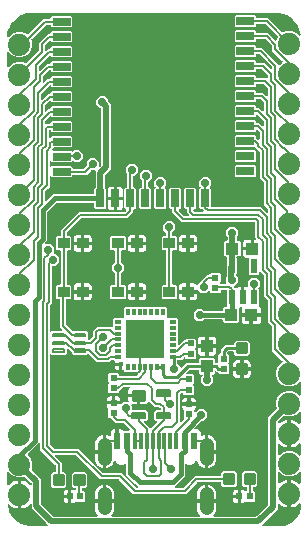
<source format=gbr>
G04 EAGLE Gerber RS-274X export*
G75*
%MOMM*%
%FSLAX34Y34*%
%LPD*%
%INTop Copper*%
%IPPOS*%
%AMOC8*
5,1,8,0,0,1.08239X$1,22.5*%
G01*
%ADD10C,1.879600*%
%ADD11R,0.300000X0.600000*%
%ADD12R,0.600000X0.300000*%
%ADD13R,3.300000X3.300000*%
%ADD14R,0.435000X0.435000*%
%ADD15R,0.550000X1.200000*%
%ADD16R,1.000000X0.900000*%
%ADD17C,0.300000*%
%ADD18R,0.540000X0.600000*%
%ADD19R,1.100000X1.000000*%
%ADD20R,0.600000X0.540000*%
%ADD21R,1.000000X1.100000*%
%ADD22C,0.200000*%
%ADD23C,0.247500*%
%ADD24C,0.147500*%
%ADD25R,0.600000X1.450000*%
%ADD26R,0.300000X1.450000*%
%ADD27C,1.158000*%
%ADD28R,0.700000X1.500000*%
%ADD29R,1.500000X0.700000*%
%ADD30C,0.706400*%
%ADD31C,0.406400*%
%ADD32C,0.254000*%
%ADD33C,0.508000*%

G36*
X80113Y14872D02*
X80113Y14872D01*
X80186Y14874D01*
X80232Y14891D01*
X80281Y14899D01*
X80346Y14934D01*
X80414Y14960D01*
X80452Y14991D01*
X80496Y15014D01*
X80546Y15068D01*
X80603Y15115D01*
X80629Y15157D01*
X80663Y15192D01*
X80693Y15259D01*
X80732Y15322D01*
X80743Y15370D01*
X80764Y15415D01*
X80771Y15488D01*
X80788Y15559D01*
X80783Y15608D01*
X80788Y15658D01*
X80771Y15729D01*
X80764Y15802D01*
X80744Y15847D01*
X80732Y15895D01*
X80694Y15958D01*
X80663Y16025D01*
X80617Y16081D01*
X80604Y16103D01*
X80591Y16113D01*
X80570Y16139D01*
X79869Y16839D01*
X78957Y18204D01*
X78329Y19720D01*
X78009Y21329D01*
X78009Y26441D01*
X85590Y26441D01*
X85614Y26445D01*
X85638Y26442D01*
X85734Y26465D01*
X85831Y26480D01*
X85852Y26492D01*
X85876Y26498D01*
X85959Y26549D01*
X86046Y26595D01*
X86063Y26613D01*
X86083Y26626D01*
X86146Y26702D01*
X86213Y26774D01*
X86223Y26796D01*
X86238Y26815D01*
X86273Y26906D01*
X86313Y26996D01*
X86316Y27020D01*
X86325Y27043D01*
X86339Y27190D01*
X86339Y27941D01*
X86341Y27941D01*
X86341Y27190D01*
X86345Y27166D01*
X86342Y27141D01*
X86365Y27046D01*
X86381Y26949D01*
X86392Y26928D01*
X86398Y26904D01*
X86450Y26820D01*
X86496Y26734D01*
X86513Y26717D01*
X86526Y26696D01*
X86602Y26634D01*
X86674Y26567D01*
X86696Y26557D01*
X86715Y26542D01*
X86807Y26507D01*
X86896Y26466D01*
X86920Y26464D01*
X86943Y26455D01*
X87090Y26441D01*
X94671Y26441D01*
X94671Y21329D01*
X94351Y19720D01*
X93723Y18204D01*
X93353Y17651D01*
X92853Y16902D01*
X92811Y16839D01*
X92110Y16139D01*
X92067Y16079D01*
X92017Y16025D01*
X91997Y15981D01*
X91968Y15940D01*
X91947Y15870D01*
X91916Y15803D01*
X91912Y15754D01*
X91897Y15707D01*
X91900Y15634D01*
X91892Y15560D01*
X91904Y15512D01*
X91905Y15463D01*
X91931Y15394D01*
X91948Y15323D01*
X91974Y15281D01*
X91991Y15235D01*
X92037Y15178D01*
X92076Y15115D01*
X92114Y15084D01*
X92146Y15046D01*
X92208Y15007D01*
X92265Y14960D01*
X92311Y14943D01*
X92353Y14917D01*
X92424Y14900D01*
X92493Y14874D01*
X92566Y14867D01*
X92590Y14861D01*
X92607Y14863D01*
X92640Y14860D01*
X166440Y14860D01*
X166513Y14872D01*
X166586Y14874D01*
X166632Y14891D01*
X166681Y14899D01*
X166746Y14934D01*
X166814Y14960D01*
X166852Y14991D01*
X166896Y15014D01*
X166946Y15068D01*
X167003Y15115D01*
X167029Y15157D01*
X167063Y15192D01*
X167093Y15259D01*
X167132Y15322D01*
X167143Y15370D01*
X167164Y15415D01*
X167171Y15488D01*
X167188Y15559D01*
X167183Y15608D01*
X167188Y15658D01*
X167171Y15729D01*
X167164Y15802D01*
X167144Y15847D01*
X167132Y15895D01*
X167094Y15958D01*
X167063Y16025D01*
X167017Y16081D01*
X167004Y16103D01*
X166991Y16113D01*
X166970Y16139D01*
X166269Y16839D01*
X165357Y18204D01*
X164729Y19720D01*
X164409Y21329D01*
X164409Y26441D01*
X171990Y26441D01*
X172014Y26445D01*
X172038Y26442D01*
X172134Y26465D01*
X172231Y26480D01*
X172252Y26492D01*
X172276Y26498D01*
X172359Y26549D01*
X172446Y26595D01*
X172463Y26613D01*
X172483Y26626D01*
X172546Y26702D01*
X172613Y26774D01*
X172623Y26796D01*
X172638Y26815D01*
X172673Y26906D01*
X172713Y26996D01*
X172716Y27020D01*
X172725Y27043D01*
X172739Y27190D01*
X172739Y27941D01*
X172741Y27941D01*
X172741Y27190D01*
X172745Y27166D01*
X172742Y27141D01*
X172765Y27046D01*
X172781Y26949D01*
X172792Y26928D01*
X172798Y26904D01*
X172850Y26820D01*
X172896Y26734D01*
X172913Y26717D01*
X172926Y26696D01*
X173002Y26634D01*
X173074Y26567D01*
X173096Y26557D01*
X173115Y26542D01*
X173207Y26507D01*
X173296Y26466D01*
X173320Y26464D01*
X173343Y26455D01*
X173490Y26441D01*
X181071Y26441D01*
X181071Y21329D01*
X180751Y19720D01*
X180123Y18204D01*
X179753Y17651D01*
X179253Y16902D01*
X179211Y16839D01*
X178510Y16139D01*
X178467Y16079D01*
X178417Y16025D01*
X178397Y15981D01*
X178368Y15940D01*
X178347Y15870D01*
X178316Y15803D01*
X178312Y15754D01*
X178297Y15707D01*
X178300Y15634D01*
X178292Y15560D01*
X178304Y15512D01*
X178305Y15463D01*
X178331Y15394D01*
X178348Y15323D01*
X178374Y15281D01*
X178391Y15235D01*
X178437Y15178D01*
X178476Y15115D01*
X178514Y15084D01*
X178546Y15046D01*
X178608Y15007D01*
X178665Y14960D01*
X178711Y14943D01*
X178753Y14917D01*
X178824Y14900D01*
X178893Y14874D01*
X178966Y14867D01*
X178990Y14861D01*
X179007Y14863D01*
X179040Y14860D01*
X214541Y14860D01*
X214637Y14876D01*
X214734Y14885D01*
X214757Y14895D01*
X214782Y14899D01*
X214868Y14945D01*
X214957Y14986D01*
X214982Y15007D01*
X214997Y15014D01*
X215014Y15033D01*
X215071Y15079D01*
X224824Y24832D01*
X224881Y24911D01*
X224943Y24987D01*
X224951Y25010D01*
X224966Y25031D01*
X224994Y25124D01*
X225029Y25215D01*
X225032Y25248D01*
X225037Y25264D01*
X225036Y25289D01*
X225043Y25362D01*
X225043Y98712D01*
X227644Y101312D01*
X232184Y105853D01*
X232256Y105952D01*
X232326Y106050D01*
X232326Y106051D01*
X232353Y106140D01*
X232371Y106198D01*
X232372Y106201D01*
X232373Y106204D01*
X232397Y106284D01*
X232394Y106397D01*
X232393Y106409D01*
X232397Y106444D01*
X232391Y106467D01*
X232389Y106528D01*
X232389Y106529D01*
X232347Y106669D01*
X231647Y108357D01*
X231647Y112703D01*
X233310Y116717D01*
X236383Y119790D01*
X240397Y121453D01*
X244743Y121453D01*
X248757Y119790D01*
X250974Y117573D01*
X251034Y117530D01*
X251088Y117480D01*
X251132Y117459D01*
X251173Y117431D01*
X251243Y117409D01*
X251310Y117379D01*
X251359Y117374D01*
X251406Y117360D01*
X251479Y117362D01*
X251553Y117355D01*
X251601Y117366D01*
X251650Y117368D01*
X251719Y117394D01*
X251790Y117410D01*
X251832Y117436D01*
X251878Y117454D01*
X251935Y117500D01*
X251998Y117539D01*
X252029Y117577D01*
X252067Y117608D01*
X252106Y117671D01*
X252153Y117727D01*
X252170Y117773D01*
X252196Y117815D01*
X252213Y117887D01*
X252239Y117956D01*
X252246Y118029D01*
X252252Y118053D01*
X252250Y118070D01*
X252253Y118103D01*
X252253Y128357D01*
X252241Y128430D01*
X252239Y128503D01*
X252222Y128549D01*
X252214Y128598D01*
X252179Y128663D01*
X252153Y128732D01*
X252122Y128770D01*
X252099Y128813D01*
X252045Y128864D01*
X251998Y128920D01*
X251956Y128946D01*
X251921Y128980D01*
X251854Y129011D01*
X251791Y129049D01*
X251743Y129061D01*
X251698Y129081D01*
X251625Y129088D01*
X251554Y129105D01*
X251505Y129100D01*
X251455Y129105D01*
X251384Y129088D01*
X251311Y129081D01*
X251266Y129061D01*
X251218Y129050D01*
X251155Y129011D01*
X251088Y128981D01*
X251032Y128934D01*
X251010Y128921D01*
X251000Y128908D01*
X250974Y128887D01*
X248757Y126670D01*
X244743Y125007D01*
X240397Y125007D01*
X236383Y126670D01*
X233310Y129743D01*
X231647Y133757D01*
X231647Y138103D01*
X233310Y142117D01*
X236383Y145190D01*
X236688Y145316D01*
X236729Y145342D01*
X236775Y145359D01*
X236833Y145406D01*
X236895Y145445D01*
X236926Y145483D01*
X236964Y145514D01*
X237003Y145577D01*
X237050Y145634D01*
X237067Y145679D01*
X237093Y145721D01*
X237110Y145793D01*
X237136Y145862D01*
X237138Y145911D01*
X237149Y145959D01*
X237142Y146032D01*
X237144Y146106D01*
X237130Y146153D01*
X237125Y146202D01*
X237095Y146269D01*
X237073Y146339D01*
X237045Y146379D01*
X237025Y146424D01*
X236932Y146537D01*
X236931Y146538D01*
X228123Y155346D01*
X228123Y175452D01*
X228107Y175548D01*
X228098Y175645D01*
X228088Y175668D01*
X228084Y175693D01*
X228038Y175779D01*
X227997Y175867D01*
X227976Y175893D01*
X227969Y175908D01*
X227950Y175925D01*
X227904Y175982D01*
X224599Y179286D01*
X224599Y197701D01*
X224583Y197797D01*
X224574Y197894D01*
X224564Y197917D01*
X224560Y197942D01*
X224514Y198028D01*
X224473Y198117D01*
X224452Y198142D01*
X224445Y198157D01*
X224426Y198174D01*
X224380Y198231D01*
X221075Y201535D01*
X221075Y219101D01*
X221059Y219198D01*
X221050Y219295D01*
X221040Y219317D01*
X221036Y219342D01*
X220990Y219428D01*
X220949Y219517D01*
X220928Y219543D01*
X220921Y219557D01*
X220902Y219574D01*
X220856Y219631D01*
X219250Y221237D01*
X218439Y222048D01*
X218379Y222091D01*
X218325Y222141D01*
X218281Y222162D01*
X218240Y222190D01*
X218170Y222212D01*
X218103Y222242D01*
X218054Y222247D01*
X218007Y222261D01*
X217934Y222259D01*
X217860Y222266D01*
X217812Y222255D01*
X217763Y222253D01*
X217694Y222228D01*
X217623Y222211D01*
X217581Y222185D01*
X217535Y222167D01*
X217478Y222121D01*
X217415Y222082D01*
X217384Y222044D01*
X217346Y222013D01*
X217307Y221950D01*
X217260Y221894D01*
X217243Y221848D01*
X217217Y221806D01*
X217200Y221734D01*
X217174Y221665D01*
X217167Y221592D01*
X217161Y221568D01*
X217163Y221551D01*
X217160Y221518D01*
X217160Y220159D01*
X216267Y219266D01*
X209503Y219266D01*
X208610Y220159D01*
X208610Y233440D01*
X208606Y233464D01*
X208609Y233489D01*
X208587Y233584D01*
X208571Y233681D01*
X208559Y233702D01*
X208553Y233726D01*
X208502Y233810D01*
X208456Y233896D01*
X208438Y233913D01*
X208425Y233934D01*
X208349Y233996D01*
X208278Y234063D01*
X208255Y234073D01*
X208236Y234089D01*
X208145Y234123D01*
X208055Y234164D01*
X208031Y234166D01*
X208008Y234175D01*
X207861Y234189D01*
X205706Y234189D01*
X205059Y234362D01*
X204480Y234697D01*
X204007Y235170D01*
X203672Y235749D01*
X203499Y236396D01*
X203499Y240231D01*
X210790Y240231D01*
X210814Y240235D01*
X210838Y240232D01*
X210934Y240255D01*
X211031Y240271D01*
X211052Y240282D01*
X211076Y240288D01*
X211159Y240339D01*
X211246Y240386D01*
X211263Y240403D01*
X211283Y240416D01*
X211346Y240492D01*
X211413Y240564D01*
X211423Y240586D01*
X211438Y240605D01*
X211473Y240696D01*
X211514Y240786D01*
X211516Y240810D01*
X211525Y240833D01*
X211539Y240980D01*
X211539Y241731D01*
X212290Y241731D01*
X212314Y241735D01*
X212338Y241732D01*
X212434Y241755D01*
X212531Y241771D01*
X212552Y241782D01*
X212576Y241788D01*
X212659Y241839D01*
X212746Y241886D01*
X212763Y241903D01*
X212783Y241916D01*
X212846Y241992D01*
X212913Y242064D01*
X212923Y242086D01*
X212938Y242105D01*
X212973Y242196D01*
X213014Y242286D01*
X213016Y242310D01*
X213025Y242333D01*
X213039Y242480D01*
X213039Y249271D01*
X213634Y249271D01*
X213706Y249283D01*
X213780Y249285D01*
X213826Y249302D01*
X213874Y249310D01*
X213939Y249345D01*
X214008Y249371D01*
X214046Y249402D01*
X214090Y249425D01*
X214140Y249479D01*
X214197Y249526D01*
X214223Y249568D01*
X214256Y249603D01*
X214287Y249670D01*
X214326Y249733D01*
X214337Y249781D01*
X214357Y249826D01*
X214365Y249899D01*
X214381Y249970D01*
X214376Y250019D01*
X214381Y250069D01*
X214365Y250140D01*
X214358Y250213D01*
X214337Y250258D01*
X214326Y250306D01*
X214287Y250369D01*
X214257Y250436D01*
X214211Y250492D01*
X214197Y250514D01*
X214184Y250524D01*
X214163Y250550D01*
X214027Y250686D01*
X214027Y263439D01*
X214011Y263535D01*
X214002Y263632D01*
X213992Y263655D01*
X213988Y263680D01*
X213942Y263766D01*
X213901Y263854D01*
X213880Y263880D01*
X213873Y263895D01*
X213854Y263912D01*
X213808Y263969D01*
X213535Y264242D01*
X213455Y264299D01*
X213380Y264361D01*
X213357Y264369D01*
X213336Y264384D01*
X213243Y264412D01*
X213152Y264447D01*
X213119Y264450D01*
X213103Y264455D01*
X213078Y264454D01*
X213005Y264461D01*
X151703Y264461D01*
X143795Y272369D01*
X143795Y274446D01*
X143791Y274470D01*
X143794Y274495D01*
X143772Y274590D01*
X143756Y274687D01*
X143744Y274708D01*
X143738Y274732D01*
X143687Y274816D01*
X143641Y274902D01*
X143623Y274919D01*
X143610Y274940D01*
X143534Y275002D01*
X143463Y275069D01*
X143440Y275079D01*
X143421Y275095D01*
X143330Y275129D01*
X143240Y275170D01*
X143216Y275172D01*
X143193Y275181D01*
X143046Y275195D01*
X142188Y275195D01*
X141295Y276088D01*
X141295Y292352D01*
X142188Y293245D01*
X150452Y293245D01*
X151345Y292352D01*
X151345Y276088D01*
X150452Y275195D01*
X149919Y275195D01*
X149847Y275183D01*
X149773Y275181D01*
X149727Y275164D01*
X149678Y275156D01*
X149614Y275121D01*
X149545Y275095D01*
X149507Y275064D01*
X149463Y275041D01*
X149413Y274987D01*
X149356Y274940D01*
X149330Y274899D01*
X149296Y274863D01*
X149266Y274796D01*
X149227Y274733D01*
X149216Y274685D01*
X149195Y274640D01*
X149188Y274567D01*
X149171Y274496D01*
X149176Y274447D01*
X149171Y274397D01*
X149188Y274326D01*
X149195Y274253D01*
X149215Y274208D01*
X149227Y274160D01*
X149265Y274097D01*
X149296Y274030D01*
X149342Y273974D01*
X149355Y273952D01*
X149368Y273942D01*
X149389Y273916D01*
X153575Y269730D01*
X153655Y269673D01*
X153730Y269611D01*
X153753Y269603D01*
X153774Y269588D01*
X153867Y269560D01*
X153958Y269525D01*
X153991Y269522D01*
X154007Y269517D01*
X154032Y269518D01*
X154105Y269511D01*
X156910Y269511D01*
X156982Y269523D01*
X157056Y269525D01*
X157102Y269542D01*
X157151Y269550D01*
X157215Y269585D01*
X157284Y269611D01*
X157322Y269642D01*
X157366Y269665D01*
X157416Y269719D01*
X157473Y269766D01*
X157499Y269808D01*
X157533Y269843D01*
X157563Y269910D01*
X157602Y269973D01*
X157613Y270021D01*
X157634Y270066D01*
X157641Y270139D01*
X157658Y270210D01*
X157653Y270259D01*
X157658Y270309D01*
X157641Y270380D01*
X157634Y270453D01*
X157614Y270498D01*
X157602Y270546D01*
X157564Y270609D01*
X157533Y270676D01*
X157487Y270732D01*
X157474Y270754D01*
X157461Y270764D01*
X157440Y270790D01*
X156495Y271734D01*
X156495Y274446D01*
X156491Y274470D01*
X156494Y274495D01*
X156472Y274590D01*
X156456Y274687D01*
X156444Y274708D01*
X156438Y274732D01*
X156387Y274816D01*
X156341Y274902D01*
X156323Y274919D01*
X156310Y274940D01*
X156234Y275002D01*
X156163Y275069D01*
X156140Y275079D01*
X156121Y275095D01*
X156030Y275129D01*
X155940Y275170D01*
X155916Y275172D01*
X155893Y275181D01*
X155746Y275195D01*
X154888Y275195D01*
X153995Y276088D01*
X153995Y292352D01*
X154888Y293245D01*
X163152Y293245D01*
X164045Y292352D01*
X164045Y276088D01*
X163152Y275195D01*
X162294Y275195D01*
X162270Y275191D01*
X162245Y275194D01*
X162150Y275172D01*
X162053Y275156D01*
X162032Y275144D01*
X162008Y275138D01*
X161924Y275087D01*
X161838Y275041D01*
X161821Y275023D01*
X161800Y275010D01*
X161738Y274934D01*
X161671Y274863D01*
X161661Y274840D01*
X161645Y274821D01*
X161611Y274730D01*
X161570Y274640D01*
X161568Y274616D01*
X161559Y274593D01*
X161545Y274446D01*
X161545Y274136D01*
X161561Y274040D01*
X161570Y273943D01*
X161580Y273920D01*
X161584Y273895D01*
X161630Y273809D01*
X161671Y273721D01*
X161692Y273695D01*
X161699Y273680D01*
X161718Y273663D01*
X161764Y273606D01*
X162116Y273254D01*
X162196Y273197D01*
X162271Y273135D01*
X162294Y273127D01*
X162315Y273112D01*
X162408Y273084D01*
X162499Y273049D01*
X162532Y273046D01*
X162548Y273041D01*
X162573Y273042D01*
X162646Y273035D01*
X169610Y273035D01*
X169682Y273047D01*
X169756Y273049D01*
X169802Y273066D01*
X169851Y273074D01*
X169916Y273109D01*
X169984Y273135D01*
X170022Y273166D01*
X170066Y273189D01*
X170116Y273243D01*
X170173Y273290D01*
X170199Y273332D01*
X170233Y273367D01*
X170263Y273434D01*
X170302Y273497D01*
X170313Y273545D01*
X170334Y273590D01*
X170341Y273663D01*
X170358Y273734D01*
X170353Y273783D01*
X170358Y273833D01*
X170341Y273904D01*
X170334Y273977D01*
X170314Y274022D01*
X170302Y274070D01*
X170264Y274133D01*
X170233Y274200D01*
X170187Y274256D01*
X170174Y274278D01*
X170161Y274288D01*
X170140Y274314D01*
X169478Y274976D01*
X169398Y275033D01*
X169323Y275095D01*
X169300Y275103D01*
X169279Y275118D01*
X169186Y275146D01*
X169095Y275181D01*
X169062Y275184D01*
X169046Y275189D01*
X169021Y275188D01*
X168948Y275195D01*
X167588Y275195D01*
X166695Y276088D01*
X166695Y292352D01*
X167381Y293038D01*
X167396Y293058D01*
X167415Y293073D01*
X167466Y293156D01*
X167524Y293236D01*
X167531Y293259D01*
X167544Y293280D01*
X167566Y293376D01*
X167594Y293469D01*
X167594Y293494D01*
X167599Y293518D01*
X167590Y293615D01*
X167587Y293713D01*
X167578Y293736D01*
X167576Y293761D01*
X167535Y293850D01*
X167501Y293942D01*
X167485Y293961D01*
X167475Y293983D01*
X167381Y294097D01*
X166393Y295085D01*
X166393Y299275D01*
X169355Y302237D01*
X173545Y302237D01*
X176507Y299275D01*
X176507Y295085D01*
X175789Y294367D01*
X175774Y294347D01*
X175755Y294332D01*
X175704Y294249D01*
X175646Y294169D01*
X175639Y294145D01*
X175626Y294125D01*
X175604Y294029D01*
X175576Y293935D01*
X175576Y293911D01*
X175571Y293887D01*
X175580Y293790D01*
X175583Y293692D01*
X175592Y293669D01*
X175594Y293644D01*
X175635Y293555D01*
X175669Y293463D01*
X175685Y293444D01*
X175695Y293422D01*
X175789Y293308D01*
X176745Y292352D01*
X176745Y277308D01*
X176749Y277284D01*
X176746Y277259D01*
X176768Y277164D01*
X176784Y277067D01*
X176796Y277046D01*
X176802Y277022D01*
X176853Y276938D01*
X176899Y276852D01*
X176917Y276835D01*
X176930Y276814D01*
X177006Y276752D01*
X177077Y276685D01*
X177100Y276675D01*
X177119Y276659D01*
X177210Y276625D01*
X177300Y276584D01*
X177324Y276582D01*
X177347Y276573D01*
X177494Y276559D01*
X218772Y276559D01*
X223320Y272010D01*
X223380Y271967D01*
X223434Y271917D01*
X223478Y271897D01*
X223519Y271868D01*
X223589Y271847D01*
X223656Y271816D01*
X223705Y271811D01*
X223752Y271797D01*
X223825Y271799D01*
X223899Y271792D01*
X223947Y271803D01*
X223996Y271805D01*
X224065Y271831D01*
X224136Y271847D01*
X224178Y271873D01*
X224224Y271891D01*
X224281Y271937D01*
X224344Y271976D01*
X224375Y272014D01*
X224413Y272045D01*
X224452Y272108D01*
X224499Y272165D01*
X224516Y272211D01*
X224542Y272253D01*
X224559Y272324D01*
X224585Y272393D01*
X224592Y272466D01*
X224598Y272490D01*
X224596Y272507D01*
X224599Y272540D01*
X224599Y275171D01*
X224583Y275267D01*
X224574Y275364D01*
X224564Y275387D01*
X224560Y275412D01*
X224514Y275498D01*
X224473Y275587D01*
X224452Y275612D01*
X224445Y275627D01*
X224426Y275644D01*
X224380Y275701D01*
X221075Y279005D01*
X221075Y297841D01*
X221059Y297938D01*
X221050Y298035D01*
X221040Y298057D01*
X221036Y298082D01*
X220990Y298168D01*
X220949Y298257D01*
X220928Y298283D01*
X220921Y298297D01*
X220902Y298314D01*
X220856Y298371D01*
X217551Y301676D01*
X217551Y323473D01*
X217535Y323569D01*
X217526Y323666D01*
X217516Y323689D01*
X217512Y323713D01*
X217466Y323799D01*
X217425Y323888D01*
X217404Y323914D01*
X217397Y323929D01*
X217378Y323946D01*
X217332Y324002D01*
X213868Y327466D01*
X213789Y327523D01*
X213714Y327585D01*
X213690Y327593D01*
X213670Y327608D01*
X213577Y327636D01*
X213486Y327671D01*
X213453Y327674D01*
X213437Y327679D01*
X213412Y327678D01*
X213339Y327685D01*
X197498Y327685D01*
X196605Y328578D01*
X196605Y336842D01*
X197498Y337735D01*
X213762Y337735D01*
X214655Y336842D01*
X214655Y335978D01*
X214671Y335882D01*
X214680Y335785D01*
X214690Y335762D01*
X214694Y335737D01*
X214740Y335651D01*
X214781Y335563D01*
X214802Y335537D01*
X214809Y335522D01*
X214828Y335505D01*
X214874Y335448D01*
X216272Y334050D01*
X216332Y334007D01*
X216386Y333957D01*
X216430Y333937D01*
X216471Y333908D01*
X216541Y333887D01*
X216608Y333856D01*
X216657Y333852D01*
X216704Y333837D01*
X216777Y333840D01*
X216851Y333832D01*
X216899Y333844D01*
X216948Y333845D01*
X217017Y333871D01*
X217088Y333888D01*
X217130Y333914D01*
X217176Y333931D01*
X217233Y333978D01*
X217296Y334016D01*
X217327Y334054D01*
X217365Y334086D01*
X217404Y334148D01*
X217451Y334205D01*
X217468Y334251D01*
X217494Y334293D01*
X217511Y334364D01*
X217537Y334433D01*
X217544Y334506D01*
X217550Y334530D01*
X217548Y334547D01*
X217551Y334580D01*
X217551Y340274D01*
X217535Y340370D01*
X217526Y340467D01*
X217516Y340490D01*
X217512Y340515D01*
X217465Y340601D01*
X217425Y340689D01*
X217404Y340715D01*
X217397Y340730D01*
X217378Y340747D01*
X217332Y340804D01*
X215934Y342202D01*
X215874Y342244D01*
X215820Y342295D01*
X215792Y342307D01*
X215791Y342309D01*
X215785Y342311D01*
X215776Y342315D01*
X215735Y342344D01*
X215665Y342365D01*
X215598Y342396D01*
X215549Y342400D01*
X215502Y342415D01*
X215429Y342412D01*
X215355Y342420D01*
X215307Y342408D01*
X215258Y342407D01*
X215189Y342381D01*
X215118Y342364D01*
X215076Y342338D01*
X215030Y342321D01*
X214973Y342274D01*
X214910Y342236D01*
X214879Y342198D01*
X214841Y342166D01*
X214802Y342104D01*
X214755Y342047D01*
X214738Y342001D01*
X214712Y341959D01*
X214695Y341888D01*
X214694Y341885D01*
X214680Y341854D01*
X214680Y341846D01*
X214669Y341819D01*
X214662Y341746D01*
X214656Y341722D01*
X214658Y341705D01*
X214655Y341672D01*
X214655Y341278D01*
X213762Y340385D01*
X197498Y340385D01*
X196605Y341278D01*
X196605Y349542D01*
X197498Y350435D01*
X213762Y350435D01*
X214655Y349542D01*
X214655Y348684D01*
X214659Y348660D01*
X214656Y348635D01*
X214678Y348540D01*
X214694Y348443D01*
X214706Y348422D01*
X214712Y348398D01*
X214763Y348314D01*
X214809Y348228D01*
X214827Y348211D01*
X214840Y348190D01*
X214916Y348128D01*
X214987Y348061D01*
X215010Y348051D01*
X215029Y348035D01*
X215120Y348001D01*
X215210Y347960D01*
X215234Y347958D01*
X215257Y347949D01*
X215404Y347935D01*
X217342Y347935D01*
X219796Y345480D01*
X219856Y345438D01*
X219910Y345387D01*
X219954Y345367D01*
X219995Y345338D01*
X220065Y345317D01*
X220132Y345286D01*
X220181Y345282D01*
X220228Y345267D01*
X220301Y345270D01*
X220375Y345262D01*
X220423Y345274D01*
X220472Y345275D01*
X220541Y345301D01*
X220612Y345318D01*
X220654Y345344D01*
X220700Y345361D01*
X220757Y345408D01*
X220820Y345446D01*
X220851Y345484D01*
X220889Y345516D01*
X220928Y345578D01*
X220975Y345635D01*
X220992Y345681D01*
X221018Y345723D01*
X221035Y345794D01*
X221061Y345863D01*
X221068Y345936D01*
X221074Y345960D01*
X221072Y345977D01*
X221075Y346010D01*
X221075Y349373D01*
X221059Y349469D01*
X221050Y349566D01*
X221040Y349589D01*
X221036Y349613D01*
X220990Y349699D01*
X220949Y349788D01*
X220928Y349814D01*
X220921Y349829D01*
X220902Y349846D01*
X220856Y349902D01*
X215934Y354824D01*
X215874Y354867D01*
X215820Y354917D01*
X215776Y354938D01*
X215735Y354967D01*
X215665Y354988D01*
X215598Y355018D01*
X215549Y355023D01*
X215502Y355037D01*
X215429Y355035D01*
X215355Y355042D01*
X215307Y355031D01*
X215258Y355030D01*
X215189Y355004D01*
X215118Y354987D01*
X215076Y354961D01*
X215030Y354944D01*
X214973Y354897D01*
X214910Y354858D01*
X214879Y354820D01*
X214841Y354789D01*
X214802Y354727D01*
X214755Y354670D01*
X214738Y354624D01*
X214712Y354582D01*
X214695Y354510D01*
X214669Y354442D01*
X214662Y354369D01*
X214656Y354344D01*
X214658Y354328D01*
X214655Y354295D01*
X214655Y353978D01*
X213762Y353085D01*
X197498Y353085D01*
X196605Y353978D01*
X196605Y362242D01*
X197498Y363135D01*
X213762Y363135D01*
X214655Y362242D01*
X214655Y361384D01*
X214659Y361360D01*
X214656Y361335D01*
X214678Y361240D01*
X214694Y361143D01*
X214706Y361122D01*
X214712Y361098D01*
X214763Y361014D01*
X214809Y360928D01*
X214827Y360911D01*
X214840Y360890D01*
X214916Y360828D01*
X214987Y360761D01*
X215010Y360751D01*
X215029Y360735D01*
X215120Y360701D01*
X215210Y360660D01*
X215234Y360658D01*
X215257Y360649D01*
X215404Y360635D01*
X217265Y360635D01*
X219796Y358103D01*
X219856Y358060D01*
X219910Y358010D01*
X219954Y357990D01*
X219995Y357961D01*
X220065Y357940D01*
X220132Y357909D01*
X220181Y357904D01*
X220228Y357890D01*
X220301Y357892D01*
X220375Y357885D01*
X220423Y357896D01*
X220472Y357898D01*
X220541Y357924D01*
X220612Y357940D01*
X220654Y357966D01*
X220700Y357984D01*
X220757Y358030D01*
X220820Y358069D01*
X220851Y358107D01*
X220889Y358138D01*
X220928Y358201D01*
X220975Y358258D01*
X220992Y358304D01*
X221018Y358346D01*
X221035Y358417D01*
X221061Y358486D01*
X221068Y358559D01*
X221074Y358583D01*
X221072Y358600D01*
X221075Y358633D01*
X221075Y365674D01*
X221074Y365684D01*
X221074Y365685D01*
X221073Y365688D01*
X221059Y365770D01*
X221050Y365867D01*
X221040Y365890D01*
X221036Y365915D01*
X220990Y366001D01*
X220949Y366089D01*
X220928Y366115D01*
X220921Y366130D01*
X220902Y366147D01*
X220856Y366204D01*
X218994Y368066D01*
X218914Y368123D01*
X218839Y368185D01*
X218816Y368193D01*
X218795Y368208D01*
X218702Y368236D01*
X218611Y368271D01*
X218578Y368274D01*
X218562Y368279D01*
X218537Y368278D01*
X218464Y368285D01*
X215404Y368285D01*
X215380Y368281D01*
X215355Y368284D01*
X215260Y368262D01*
X215163Y368246D01*
X215142Y368234D01*
X215118Y368228D01*
X215034Y368177D01*
X214948Y368131D01*
X214931Y368113D01*
X214910Y368100D01*
X214848Y368024D01*
X214781Y367953D01*
X214771Y367930D01*
X214755Y367911D01*
X214721Y367820D01*
X214680Y367730D01*
X214678Y367706D01*
X214669Y367683D01*
X214655Y367536D01*
X214655Y366678D01*
X213762Y365785D01*
X197498Y365785D01*
X196605Y366678D01*
X196605Y374942D01*
X197498Y375835D01*
X213762Y375835D01*
X214655Y374942D01*
X214655Y374084D01*
X214659Y374060D01*
X214656Y374035D01*
X214678Y373940D01*
X214694Y373843D01*
X214706Y373822D01*
X214712Y373798D01*
X214763Y373714D01*
X214809Y373628D01*
X214827Y373611D01*
X214840Y373590D01*
X214916Y373528D01*
X214987Y373461D01*
X215010Y373451D01*
X215029Y373435D01*
X215120Y373401D01*
X215210Y373360D01*
X215234Y373358D01*
X215257Y373349D01*
X215404Y373335D01*
X220866Y373335D01*
X223320Y370880D01*
X223380Y370838D01*
X223434Y370787D01*
X223478Y370767D01*
X223519Y370738D01*
X223589Y370717D01*
X223656Y370686D01*
X223705Y370682D01*
X223752Y370667D01*
X223825Y370670D01*
X223899Y370662D01*
X223947Y370674D01*
X223996Y370675D01*
X224065Y370701D01*
X224136Y370718D01*
X224178Y370744D01*
X224224Y370761D01*
X224281Y370808D01*
X224344Y370846D01*
X224375Y370884D01*
X224413Y370916D01*
X224452Y370978D01*
X224499Y371035D01*
X224516Y371081D01*
X224542Y371123D01*
X224559Y371194D01*
X224585Y371263D01*
X224592Y371336D01*
X224598Y371360D01*
X224596Y371377D01*
X224599Y371410D01*
X224599Y377192D01*
X224583Y377288D01*
X224574Y377385D01*
X224564Y377408D01*
X224560Y377433D01*
X224514Y377519D01*
X224473Y377608D01*
X224452Y377633D01*
X224445Y377648D01*
X224426Y377665D01*
X224380Y377722D01*
X221336Y380766D01*
X221256Y380823D01*
X221181Y380885D01*
X221158Y380893D01*
X221138Y380908D01*
X221044Y380936D01*
X220953Y380971D01*
X220920Y380974D01*
X220904Y380979D01*
X220879Y380978D01*
X220806Y380985D01*
X215404Y380985D01*
X215380Y380981D01*
X215355Y380984D01*
X215260Y380962D01*
X215163Y380946D01*
X215142Y380934D01*
X215118Y380928D01*
X215034Y380877D01*
X214948Y380831D01*
X214931Y380813D01*
X214910Y380800D01*
X214848Y380724D01*
X214781Y380653D01*
X214771Y380630D01*
X214755Y380611D01*
X214721Y380520D01*
X214680Y380430D01*
X214678Y380406D01*
X214669Y380383D01*
X214655Y380236D01*
X214655Y379378D01*
X213762Y378485D01*
X197498Y378485D01*
X196605Y379378D01*
X196605Y387642D01*
X197498Y388535D01*
X213762Y388535D01*
X214655Y387642D01*
X214655Y386784D01*
X214659Y386760D01*
X214656Y386735D01*
X214678Y386640D01*
X214694Y386543D01*
X214706Y386522D01*
X214712Y386498D01*
X214763Y386414D01*
X214809Y386328D01*
X214827Y386311D01*
X214840Y386290D01*
X214916Y386228D01*
X214987Y386161D01*
X215010Y386151D01*
X215029Y386135D01*
X215120Y386101D01*
X215210Y386060D01*
X215234Y386058D01*
X215257Y386049D01*
X215404Y386035D01*
X223208Y386035D01*
X223320Y385922D01*
X223380Y385880D01*
X223434Y385829D01*
X223478Y385809D01*
X223519Y385780D01*
X223589Y385759D01*
X223656Y385729D01*
X223705Y385724D01*
X223752Y385709D01*
X223825Y385712D01*
X223899Y385705D01*
X223947Y385716D01*
X223996Y385717D01*
X224065Y385743D01*
X224136Y385760D01*
X224178Y385786D01*
X224224Y385803D01*
X224281Y385850D01*
X224344Y385889D01*
X224375Y385927D01*
X224413Y385958D01*
X224452Y386020D01*
X224499Y386077D01*
X224516Y386123D01*
X224542Y386165D01*
X224559Y386237D01*
X224585Y386305D01*
X224592Y386378D01*
X224598Y386403D01*
X224596Y386419D01*
X224599Y386452D01*
X224599Y388534D01*
X224583Y388630D01*
X224574Y388727D01*
X224564Y388750D01*
X224560Y388775D01*
X224514Y388861D01*
X224473Y388949D01*
X224452Y388975D01*
X224445Y388990D01*
X224426Y389007D01*
X224380Y389064D01*
X219978Y393466D01*
X219898Y393523D01*
X219823Y393585D01*
X219800Y393593D01*
X219779Y393608D01*
X219686Y393636D01*
X219595Y393671D01*
X219562Y393674D01*
X219546Y393679D01*
X219521Y393678D01*
X219448Y393685D01*
X215404Y393685D01*
X215380Y393681D01*
X215355Y393684D01*
X215260Y393662D01*
X215163Y393646D01*
X215142Y393634D01*
X215118Y393628D01*
X215034Y393577D01*
X214948Y393531D01*
X214931Y393513D01*
X214910Y393500D01*
X214848Y393424D01*
X214781Y393353D01*
X214771Y393330D01*
X214755Y393311D01*
X214721Y393220D01*
X214680Y393130D01*
X214678Y393106D01*
X214669Y393083D01*
X214655Y392936D01*
X214655Y392078D01*
X213762Y391185D01*
X197498Y391185D01*
X196605Y392078D01*
X196605Y400342D01*
X197498Y401235D01*
X213762Y401235D01*
X214655Y400342D01*
X214655Y399484D01*
X214659Y399460D01*
X214656Y399435D01*
X214678Y399340D01*
X214694Y399243D01*
X214706Y399222D01*
X214712Y399198D01*
X214763Y399114D01*
X214809Y399028D01*
X214827Y399011D01*
X214840Y398990D01*
X214916Y398928D01*
X214987Y398861D01*
X215010Y398851D01*
X215029Y398835D01*
X215120Y398801D01*
X215210Y398760D01*
X215234Y398758D01*
X215257Y398749D01*
X215404Y398735D01*
X221850Y398735D01*
X226844Y393740D01*
X226904Y393697D01*
X226958Y393647D01*
X227002Y393627D01*
X227043Y393598D01*
X227113Y393577D01*
X227180Y393546D01*
X227229Y393542D01*
X227276Y393527D01*
X227349Y393530D01*
X227423Y393522D01*
X227471Y393534D01*
X227520Y393535D01*
X227589Y393561D01*
X227660Y393578D01*
X227702Y393604D01*
X227748Y393621D01*
X227805Y393668D01*
X227868Y393706D01*
X227899Y393744D01*
X227937Y393776D01*
X227976Y393838D01*
X228023Y393895D01*
X228040Y393941D01*
X228066Y393983D01*
X228083Y394054D01*
X228109Y394123D01*
X228116Y394196D01*
X228122Y394220D01*
X228120Y394237D01*
X228123Y394270D01*
X228123Y395376D01*
X228107Y395472D01*
X228098Y395569D01*
X228088Y395592D01*
X228084Y395617D01*
X228038Y395703D01*
X227997Y395791D01*
X227976Y395817D01*
X227969Y395832D01*
X227950Y395849D01*
X227904Y395906D01*
X217644Y406166D01*
X217564Y406223D01*
X217489Y406285D01*
X217466Y406293D01*
X217445Y406308D01*
X217352Y406336D01*
X217261Y406371D01*
X217228Y406374D01*
X217212Y406379D01*
X217187Y406378D01*
X217114Y406385D01*
X215404Y406385D01*
X215380Y406381D01*
X215355Y406384D01*
X215260Y406362D01*
X215163Y406346D01*
X215142Y406334D01*
X215118Y406328D01*
X215034Y406277D01*
X214948Y406231D01*
X214931Y406213D01*
X214910Y406200D01*
X214848Y406124D01*
X214781Y406053D01*
X214771Y406030D01*
X214755Y406011D01*
X214721Y405920D01*
X214680Y405830D01*
X214678Y405806D01*
X214669Y405783D01*
X214655Y405636D01*
X214655Y404778D01*
X213762Y403885D01*
X197498Y403885D01*
X196605Y404778D01*
X196605Y413042D01*
X197498Y413935D01*
X213762Y413935D01*
X214655Y413042D01*
X214655Y412184D01*
X214659Y412160D01*
X214656Y412135D01*
X214678Y412040D01*
X214694Y411943D01*
X214706Y411922D01*
X214712Y411898D01*
X214763Y411814D01*
X214809Y411728D01*
X214827Y411711D01*
X214840Y411690D01*
X214916Y411628D01*
X214987Y411561D01*
X215010Y411551D01*
X215029Y411535D01*
X215120Y411501D01*
X215210Y411460D01*
X215234Y411458D01*
X215257Y411449D01*
X215404Y411435D01*
X219516Y411435D01*
X233175Y397776D01*
X233185Y397716D01*
X233187Y397643D01*
X233204Y397597D01*
X233212Y397548D01*
X233247Y397483D01*
X233273Y397414D01*
X233304Y397376D01*
X233327Y397333D01*
X233381Y397282D01*
X233428Y397226D01*
X233470Y397200D01*
X233505Y397166D01*
X233572Y397135D01*
X233635Y397097D01*
X233683Y397085D01*
X233728Y397065D01*
X233801Y397058D01*
X233872Y397041D01*
X233921Y397046D01*
X233971Y397041D01*
X234042Y397058D01*
X234115Y397065D01*
X234160Y397085D01*
X234208Y397096D01*
X234271Y397135D01*
X234338Y397165D01*
X234394Y397212D01*
X234416Y397225D01*
X234426Y397238D01*
X234452Y397259D01*
X236383Y399190D01*
X236688Y399316D01*
X236729Y399342D01*
X236775Y399359D01*
X236833Y399406D01*
X236895Y399445D01*
X236926Y399483D01*
X236964Y399514D01*
X237003Y399577D01*
X237050Y399634D01*
X237067Y399679D01*
X237093Y399721D01*
X237110Y399793D01*
X237136Y399862D01*
X237138Y399911D01*
X237149Y399959D01*
X237142Y400032D01*
X237144Y400106D01*
X237130Y400153D01*
X237125Y400202D01*
X237095Y400269D01*
X237073Y400339D01*
X237045Y400379D01*
X237025Y400424D01*
X236932Y400537D01*
X236931Y400538D01*
X228123Y409346D01*
X228123Y413156D01*
X228107Y413252D01*
X228098Y413349D01*
X228088Y413372D01*
X228084Y413397D01*
X228038Y413483D01*
X227997Y413571D01*
X227976Y413597D01*
X227969Y413612D01*
X227950Y413629D01*
X227904Y413686D01*
X222724Y418866D01*
X222644Y418923D01*
X222569Y418985D01*
X222546Y418993D01*
X222525Y419008D01*
X222432Y419036D01*
X222341Y419071D01*
X222308Y419074D01*
X222292Y419079D01*
X222267Y419078D01*
X222194Y419085D01*
X215404Y419085D01*
X215380Y419081D01*
X215355Y419084D01*
X215260Y419062D01*
X215163Y419046D01*
X215142Y419034D01*
X215118Y419028D01*
X215034Y418977D01*
X214948Y418931D01*
X214931Y418913D01*
X214910Y418900D01*
X214848Y418824D01*
X214781Y418753D01*
X214771Y418730D01*
X214755Y418711D01*
X214721Y418620D01*
X214680Y418530D01*
X214678Y418506D01*
X214669Y418483D01*
X214655Y418336D01*
X214655Y417478D01*
X213762Y416585D01*
X197498Y416585D01*
X196605Y417478D01*
X196605Y425742D01*
X197498Y426635D01*
X213762Y426635D01*
X214655Y425742D01*
X214655Y424884D01*
X214659Y424860D01*
X214656Y424835D01*
X214678Y424740D01*
X214694Y424643D01*
X214706Y424622D01*
X214712Y424598D01*
X214763Y424514D01*
X214809Y424428D01*
X214827Y424411D01*
X214840Y424390D01*
X214916Y424328D01*
X214987Y424261D01*
X215010Y424251D01*
X215029Y424235D01*
X215120Y424201D01*
X215210Y424160D01*
X215234Y424158D01*
X215257Y424149D01*
X215404Y424135D01*
X224596Y424135D01*
X230732Y417999D01*
X230771Y417970D01*
X230805Y417935D01*
X230870Y417900D01*
X230930Y417857D01*
X230977Y417843D01*
X231020Y417819D01*
X231093Y417807D01*
X231163Y417786D01*
X231212Y417788D01*
X231261Y417780D01*
X231334Y417791D01*
X231407Y417794D01*
X231453Y417811D01*
X231502Y417819D01*
X231567Y417854D01*
X231636Y417880D01*
X231674Y417911D01*
X231717Y417934D01*
X231767Y417988D01*
X231824Y418034D01*
X231850Y418076D01*
X231884Y418112D01*
X231953Y418241D01*
X231953Y418242D01*
X231954Y418242D01*
X232973Y420703D01*
X233000Y420818D01*
X233028Y420940D01*
X233016Y421066D01*
X233004Y421183D01*
X232951Y421302D01*
X232904Y421405D01*
X232903Y421406D01*
X232810Y421519D01*
X222764Y431566D01*
X222684Y431623D01*
X222609Y431685D01*
X222586Y431693D01*
X222565Y431708D01*
X222472Y431736D01*
X222381Y431771D01*
X222348Y431774D01*
X222332Y431779D01*
X222307Y431778D01*
X222234Y431785D01*
X215404Y431785D01*
X215380Y431781D01*
X215355Y431784D01*
X215260Y431762D01*
X215163Y431746D01*
X215142Y431734D01*
X215118Y431728D01*
X215034Y431677D01*
X214948Y431631D01*
X214931Y431613D01*
X214910Y431600D01*
X214848Y431524D01*
X214781Y431453D01*
X214771Y431430D01*
X214755Y431411D01*
X214721Y431320D01*
X214680Y431230D01*
X214678Y431206D01*
X214669Y431183D01*
X214655Y431036D01*
X214655Y430178D01*
X213762Y429285D01*
X197498Y429285D01*
X196605Y430178D01*
X196605Y438442D01*
X197498Y439335D01*
X213762Y439335D01*
X214655Y438442D01*
X214655Y437584D01*
X214659Y437560D01*
X214656Y437535D01*
X214678Y437440D01*
X214694Y437343D01*
X214706Y437322D01*
X214712Y437298D01*
X214763Y437214D01*
X214809Y437128D01*
X214827Y437111D01*
X214840Y437090D01*
X214916Y437028D01*
X214987Y436961D01*
X215010Y436951D01*
X215029Y436935D01*
X215120Y436901D01*
X215210Y436860D01*
X215234Y436858D01*
X215257Y436849D01*
X215404Y436835D01*
X224636Y436835D01*
X236381Y425090D01*
X236500Y425004D01*
X236579Y424948D01*
X236690Y424914D01*
X236812Y424877D01*
X236813Y424877D01*
X236937Y424881D01*
X237056Y424884D01*
X237056Y424885D01*
X237057Y424885D01*
X237197Y424927D01*
X240397Y426253D01*
X244743Y426253D01*
X248757Y424590D01*
X250969Y422378D01*
X251047Y422322D01*
X251121Y422261D01*
X251146Y422251D01*
X251167Y422236D01*
X251259Y422208D01*
X251349Y422174D01*
X251376Y422173D01*
X251401Y422165D01*
X251497Y422168D01*
X251593Y422164D01*
X251618Y422172D01*
X251645Y422173D01*
X251735Y422207D01*
X251827Y422234D01*
X251848Y422249D01*
X251873Y422259D01*
X251948Y422320D01*
X252026Y422375D01*
X252041Y422397D01*
X252062Y422413D01*
X252113Y422495D01*
X252169Y422573D01*
X252177Y422598D01*
X252191Y422621D01*
X252213Y422714D01*
X252241Y422806D01*
X252243Y422841D01*
X252247Y422858D01*
X252244Y422883D01*
X252247Y422954D01*
X252185Y423968D01*
X252180Y423987D01*
X252181Y424006D01*
X252150Y424151D01*
X250191Y430270D01*
X250168Y430315D01*
X250154Y430363D01*
X250082Y430483D01*
X250080Y430487D01*
X250079Y430488D01*
X250078Y430490D01*
X246234Y435637D01*
X246197Y435672D01*
X246168Y435713D01*
X246061Y435803D01*
X246058Y435806D01*
X246057Y435807D01*
X246055Y435808D01*
X240744Y439424D01*
X240698Y439445D01*
X240657Y439474D01*
X240527Y439524D01*
X240523Y439526D01*
X240521Y439526D01*
X240520Y439527D01*
X234321Y441217D01*
X234302Y441219D01*
X234284Y441226D01*
X234137Y441243D01*
X231253Y441293D01*
X231248Y441292D01*
X231239Y441293D01*
X230800Y441292D01*
X230784Y441290D01*
X230752Y441291D01*
X229813Y441229D01*
X229807Y441233D01*
X229735Y441250D01*
X229666Y441276D01*
X229593Y441283D01*
X229569Y441289D01*
X229552Y441287D01*
X229519Y441290D01*
X229393Y441290D01*
X229381Y441288D01*
X228101Y441288D01*
X228100Y441288D01*
X226821Y441286D01*
X226801Y441288D01*
X25536Y441288D01*
X25465Y441277D01*
X25393Y441275D01*
X25345Y441257D01*
X25295Y441249D01*
X25243Y441221D01*
X24308Y441286D01*
X24291Y441285D01*
X24256Y441288D01*
X23257Y441288D01*
X23234Y441284D01*
X23177Y441284D01*
X20270Y440975D01*
X20246Y440968D01*
X20222Y440968D01*
X20080Y440929D01*
X13772Y438499D01*
X13723Y438470D01*
X13670Y438450D01*
X13576Y438384D01*
X13562Y438376D01*
X13558Y438371D01*
X13549Y438365D01*
X8453Y433924D01*
X8417Y433881D01*
X8374Y433843D01*
X8339Y433793D01*
X8323Y433776D01*
X8314Y433758D01*
X8308Y433749D01*
X8298Y433736D01*
X8296Y433731D01*
X8290Y433722D01*
X5020Y427806D01*
X5012Y427783D01*
X4998Y427763D01*
X4949Y427624D01*
X4133Y424338D01*
X4131Y424314D01*
X4118Y424258D01*
X4024Y423559D01*
X4024Y423535D01*
X4017Y423459D01*
X4017Y421522D01*
X4029Y421449D01*
X4031Y421376D01*
X4048Y421330D01*
X4056Y421281D01*
X4091Y421216D01*
X4117Y421147D01*
X4148Y421109D01*
X4171Y421066D01*
X4225Y421015D01*
X4272Y420959D01*
X4313Y420933D01*
X4349Y420899D01*
X4416Y420868D01*
X4479Y420830D01*
X4527Y420818D01*
X4572Y420798D01*
X4645Y420791D01*
X4716Y420774D01*
X4765Y420779D01*
X4815Y420774D01*
X4886Y420791D01*
X4959Y420798D01*
X5004Y420818D01*
X5052Y420829D01*
X5115Y420868D01*
X5182Y420898D01*
X5238Y420945D01*
X5260Y420958D01*
X5270Y420971D01*
X5296Y420992D01*
X8103Y423799D01*
X12117Y425462D01*
X16463Y425462D01*
X20477Y423799D01*
X20750Y423526D01*
X20770Y423511D01*
X20786Y423492D01*
X20868Y423441D01*
X20883Y423429D01*
X20888Y423427D01*
X20949Y423383D01*
X20972Y423376D01*
X20993Y423363D01*
X21088Y423341D01*
X21182Y423313D01*
X21207Y423313D01*
X21231Y423308D01*
X21328Y423317D01*
X21426Y423320D01*
X21449Y423329D01*
X21474Y423331D01*
X21563Y423372D01*
X21655Y423406D01*
X21674Y423422D01*
X21696Y423432D01*
X21758Y423483D01*
X21759Y423484D01*
X21810Y423526D01*
X34819Y436535D01*
X40146Y436535D01*
X40170Y436539D01*
X40195Y436536D01*
X40290Y436558D01*
X40387Y436574D01*
X40408Y436586D01*
X40432Y436592D01*
X40516Y436643D01*
X40602Y436689D01*
X40619Y436707D01*
X40640Y436720D01*
X40702Y436796D01*
X40769Y436867D01*
X40779Y436890D01*
X40795Y436909D01*
X40829Y437000D01*
X40870Y437090D01*
X40872Y437114D01*
X40881Y437137D01*
X40895Y437284D01*
X40895Y438142D01*
X41788Y439035D01*
X58052Y439035D01*
X58945Y438142D01*
X58945Y429878D01*
X58052Y428985D01*
X41788Y428985D01*
X40895Y429878D01*
X40895Y430736D01*
X40891Y430760D01*
X40894Y430785D01*
X40872Y430880D01*
X40856Y430977D01*
X40844Y430998D01*
X40838Y431022D01*
X40787Y431106D01*
X40741Y431192D01*
X40723Y431209D01*
X40710Y431230D01*
X40634Y431292D01*
X40563Y431359D01*
X40540Y431369D01*
X40521Y431385D01*
X40430Y431419D01*
X40340Y431460D01*
X40316Y431462D01*
X40293Y431471D01*
X40146Y431485D01*
X37221Y431485D01*
X37125Y431469D01*
X37028Y431460D01*
X37005Y431450D01*
X36980Y431446D01*
X36894Y431400D01*
X36806Y431359D01*
X36780Y431338D01*
X36765Y431331D01*
X36748Y431312D01*
X36691Y431266D01*
X24666Y419240D01*
X24579Y419119D01*
X24524Y419043D01*
X24524Y419042D01*
X24490Y418931D01*
X24453Y418809D01*
X24457Y418678D01*
X24461Y418565D01*
X24461Y418564D01*
X24503Y418424D01*
X25213Y416712D01*
X25213Y412366D01*
X23550Y408352D01*
X20477Y405279D01*
X16463Y403616D01*
X12117Y403616D01*
X8103Y405279D01*
X5296Y408086D01*
X5236Y408129D01*
X5182Y408179D01*
X5138Y408200D01*
X5097Y408228D01*
X5027Y408250D01*
X4960Y408280D01*
X4911Y408285D01*
X4864Y408299D01*
X4791Y408297D01*
X4717Y408304D01*
X4669Y408293D01*
X4620Y408291D01*
X4551Y408265D01*
X4480Y408249D01*
X4438Y408223D01*
X4392Y408205D01*
X4335Y408159D01*
X4272Y408120D01*
X4241Y408082D01*
X4203Y408051D01*
X4164Y407988D01*
X4117Y407932D01*
X4100Y407886D01*
X4074Y407844D01*
X4057Y407772D01*
X4031Y407703D01*
X4024Y407630D01*
X4018Y407606D01*
X4020Y407589D01*
X4017Y407556D01*
X4017Y396122D01*
X4029Y396049D01*
X4031Y395976D01*
X4048Y395930D01*
X4056Y395881D01*
X4091Y395816D01*
X4117Y395747D01*
X4148Y395709D01*
X4171Y395666D01*
X4225Y395615D01*
X4272Y395559D01*
X4313Y395533D01*
X4349Y395499D01*
X4416Y395468D01*
X4479Y395430D01*
X4527Y395418D01*
X4572Y395398D01*
X4645Y395391D01*
X4716Y395374D01*
X4765Y395379D01*
X4815Y395374D01*
X4886Y395391D01*
X4959Y395398D01*
X5004Y395418D01*
X5052Y395429D01*
X5115Y395468D01*
X5182Y395498D01*
X5238Y395545D01*
X5260Y395558D01*
X5270Y395571D01*
X5296Y395592D01*
X8103Y398399D01*
X12117Y400062D01*
X16463Y400062D01*
X19663Y398736D01*
X19778Y398709D01*
X19900Y398681D01*
X20032Y398694D01*
X20143Y398705D01*
X20260Y398758D01*
X20365Y398805D01*
X20366Y398806D01*
X20479Y398899D01*
X30276Y408695D01*
X30333Y408775D01*
X30395Y408850D01*
X30403Y408873D01*
X30418Y408894D01*
X30446Y408987D01*
X30481Y409078D01*
X30484Y409111D01*
X30489Y409127D01*
X30488Y409152D01*
X30495Y409225D01*
X30495Y415701D01*
X38629Y423835D01*
X40146Y423835D01*
X40170Y423839D01*
X40195Y423836D01*
X40290Y423858D01*
X40387Y423874D01*
X40408Y423886D01*
X40432Y423892D01*
X40516Y423943D01*
X40602Y423989D01*
X40619Y424007D01*
X40640Y424020D01*
X40702Y424096D01*
X40769Y424167D01*
X40779Y424190D01*
X40795Y424209D01*
X40829Y424300D01*
X40870Y424390D01*
X40872Y424414D01*
X40881Y424437D01*
X40895Y424584D01*
X40895Y425442D01*
X41788Y426335D01*
X58052Y426335D01*
X58945Y425442D01*
X58945Y417178D01*
X58052Y416285D01*
X41788Y416285D01*
X40890Y417184D01*
X40883Y417223D01*
X40881Y417297D01*
X40864Y417343D01*
X40856Y417392D01*
X40821Y417456D01*
X40795Y417525D01*
X40764Y417563D01*
X40741Y417607D01*
X40687Y417657D01*
X40640Y417714D01*
X40599Y417740D01*
X40563Y417774D01*
X40496Y417804D01*
X40433Y417843D01*
X40385Y417854D01*
X40340Y417875D01*
X40267Y417882D01*
X40196Y417899D01*
X40147Y417894D01*
X40097Y417899D01*
X40026Y417882D01*
X39953Y417875D01*
X39908Y417855D01*
X39860Y417843D01*
X39797Y417805D01*
X39730Y417774D01*
X39674Y417728D01*
X39652Y417715D01*
X39642Y417702D01*
X39616Y417681D01*
X35764Y413829D01*
X35707Y413749D01*
X35645Y413674D01*
X35637Y413651D01*
X35622Y413630D01*
X35594Y413537D01*
X35559Y413446D01*
X35556Y413413D01*
X35551Y413397D01*
X35552Y413372D01*
X35545Y413299D01*
X35545Y409859D01*
X35557Y409787D01*
X35559Y409713D01*
X35576Y409667D01*
X35584Y409618D01*
X35619Y409554D01*
X35645Y409485D01*
X35676Y409447D01*
X35699Y409403D01*
X35753Y409353D01*
X35800Y409296D01*
X35842Y409270D01*
X35877Y409236D01*
X35944Y409206D01*
X36007Y409167D01*
X36055Y409156D01*
X36100Y409135D01*
X36173Y409128D01*
X36244Y409111D01*
X36293Y409116D01*
X36343Y409111D01*
X36414Y409128D01*
X36487Y409135D01*
X36532Y409155D01*
X36580Y409167D01*
X36643Y409205D01*
X36710Y409236D01*
X36766Y409282D01*
X36788Y409295D01*
X36798Y409308D01*
X36824Y409329D01*
X38629Y411135D01*
X40146Y411135D01*
X40170Y411139D01*
X40195Y411136D01*
X40290Y411158D01*
X40387Y411174D01*
X40408Y411186D01*
X40432Y411192D01*
X40516Y411243D01*
X40602Y411289D01*
X40619Y411307D01*
X40640Y411320D01*
X40702Y411396D01*
X40769Y411467D01*
X40779Y411490D01*
X40795Y411509D01*
X40829Y411600D01*
X40870Y411690D01*
X40872Y411714D01*
X40881Y411737D01*
X40895Y411884D01*
X40895Y412742D01*
X41788Y413635D01*
X58052Y413635D01*
X58945Y412742D01*
X58945Y404478D01*
X58052Y403585D01*
X41788Y403585D01*
X40890Y404484D01*
X40883Y404523D01*
X40881Y404597D01*
X40864Y404643D01*
X40856Y404692D01*
X40821Y404756D01*
X40795Y404825D01*
X40764Y404863D01*
X40741Y404907D01*
X40687Y404957D01*
X40640Y405014D01*
X40599Y405040D01*
X40563Y405074D01*
X40496Y405104D01*
X40433Y405143D01*
X40385Y405154D01*
X40340Y405175D01*
X40267Y405182D01*
X40196Y405199D01*
X40147Y405194D01*
X40097Y405199D01*
X40026Y405182D01*
X39953Y405175D01*
X39908Y405155D01*
X39860Y405143D01*
X39797Y405105D01*
X39730Y405074D01*
X39674Y405028D01*
X39652Y405015D01*
X39642Y405002D01*
X39616Y404981D01*
X30684Y396049D01*
X30627Y395969D01*
X30565Y395894D01*
X30557Y395871D01*
X30542Y395850D01*
X30514Y395757D01*
X30479Y395666D01*
X30476Y395633D01*
X30471Y395617D01*
X30472Y395592D01*
X30465Y395519D01*
X30465Y393000D01*
X30477Y392928D01*
X30479Y392854D01*
X30496Y392808D01*
X30504Y392759D01*
X30539Y392695D01*
X30565Y392626D01*
X30596Y392588D01*
X30619Y392544D01*
X30673Y392494D01*
X30720Y392437D01*
X30761Y392411D01*
X30797Y392377D01*
X30864Y392347D01*
X30927Y392308D01*
X30975Y392297D01*
X31020Y392276D01*
X31093Y392269D01*
X31164Y392252D01*
X31213Y392257D01*
X31263Y392252D01*
X31334Y392269D01*
X31407Y392276D01*
X31452Y392296D01*
X31500Y392308D01*
X31563Y392346D01*
X31630Y392377D01*
X31686Y392423D01*
X31708Y392436D01*
X31718Y392449D01*
X31744Y392470D01*
X37708Y398435D01*
X40146Y398435D01*
X40170Y398439D01*
X40195Y398436D01*
X40290Y398458D01*
X40387Y398474D01*
X40408Y398486D01*
X40432Y398492D01*
X40516Y398543D01*
X40602Y398589D01*
X40619Y398607D01*
X40640Y398620D01*
X40702Y398696D01*
X40769Y398767D01*
X40779Y398790D01*
X40795Y398809D01*
X40829Y398900D01*
X40870Y398990D01*
X40872Y399014D01*
X40881Y399037D01*
X40895Y399184D01*
X40895Y400042D01*
X41788Y400935D01*
X58052Y400935D01*
X58945Y400042D01*
X58945Y391778D01*
X58052Y390885D01*
X41788Y390885D01*
X40895Y391778D01*
X40895Y392636D01*
X40893Y392650D01*
X40894Y392658D01*
X40892Y392666D01*
X40894Y392685D01*
X40872Y392780D01*
X40856Y392877D01*
X40844Y392898D01*
X40838Y392922D01*
X40787Y393006D01*
X40741Y393092D01*
X40723Y393109D01*
X40710Y393130D01*
X40634Y393192D01*
X40563Y393259D01*
X40540Y393269D01*
X40521Y393285D01*
X40430Y393319D01*
X40340Y393360D01*
X40316Y393362D01*
X40293Y393371D01*
X40146Y393385D01*
X40110Y393385D01*
X40099Y393384D01*
X40097Y393384D01*
X40090Y393382D01*
X40014Y393369D01*
X39917Y393360D01*
X39894Y393350D01*
X39869Y393346D01*
X39783Y393300D01*
X39695Y393259D01*
X39669Y393238D01*
X39654Y393231D01*
X39637Y393212D01*
X39580Y393166D01*
X34208Y387794D01*
X34151Y387714D01*
X34089Y387639D01*
X34081Y387616D01*
X34066Y387595D01*
X34038Y387502D01*
X34003Y387411D01*
X34000Y387378D01*
X33995Y387362D01*
X33996Y387337D01*
X33989Y387264D01*
X33989Y383096D01*
X34001Y383023D01*
X34003Y382950D01*
X34020Y382904D01*
X34028Y382855D01*
X34063Y382790D01*
X34089Y382721D01*
X34120Y382683D01*
X34143Y382640D01*
X34197Y382589D01*
X34244Y382533D01*
X34285Y382507D01*
X34321Y382473D01*
X34388Y382442D01*
X34451Y382404D01*
X34499Y382392D01*
X34544Y382372D01*
X34617Y382365D01*
X34688Y382348D01*
X34737Y382353D01*
X34787Y382348D01*
X34858Y382365D01*
X34931Y382372D01*
X34976Y382392D01*
X35024Y382403D01*
X35087Y382442D01*
X35154Y382472D01*
X35210Y382519D01*
X35232Y382532D01*
X35242Y382545D01*
X35268Y382566D01*
X38437Y385735D01*
X40146Y385735D01*
X40170Y385739D01*
X40195Y385736D01*
X40290Y385758D01*
X40387Y385774D01*
X40408Y385786D01*
X40432Y385792D01*
X40516Y385843D01*
X40602Y385889D01*
X40619Y385907D01*
X40640Y385920D01*
X40702Y385996D01*
X40769Y386067D01*
X40779Y386090D01*
X40795Y386109D01*
X40829Y386200D01*
X40870Y386290D01*
X40872Y386314D01*
X40881Y386337D01*
X40895Y386484D01*
X40895Y387342D01*
X41788Y388235D01*
X58052Y388235D01*
X58945Y387342D01*
X58945Y379078D01*
X58052Y378185D01*
X41788Y378185D01*
X40895Y379078D01*
X40895Y379243D01*
X40883Y379316D01*
X40881Y379389D01*
X40864Y379435D01*
X40856Y379484D01*
X40821Y379549D01*
X40795Y379618D01*
X40764Y379656D01*
X40741Y379699D01*
X40687Y379750D01*
X40640Y379806D01*
X40599Y379832D01*
X40563Y379866D01*
X40496Y379897D01*
X40433Y379935D01*
X40385Y379947D01*
X40340Y379967D01*
X40267Y379974D01*
X40196Y379991D01*
X40147Y379986D01*
X40097Y379991D01*
X40026Y379974D01*
X39953Y379967D01*
X39908Y379947D01*
X39860Y379936D01*
X39797Y379897D01*
X39730Y379867D01*
X39674Y379820D01*
X39652Y379807D01*
X39642Y379794D01*
X39616Y379773D01*
X32480Y372637D01*
X32423Y372558D01*
X32361Y372483D01*
X32353Y372459D01*
X32338Y372439D01*
X32310Y372345D01*
X32275Y372254D01*
X32272Y372221D01*
X32267Y372205D01*
X32268Y372180D01*
X32261Y372107D01*
X32261Y368235D01*
X32273Y368163D01*
X32275Y368089D01*
X32292Y368043D01*
X32300Y367994D01*
X32335Y367930D01*
X32361Y367861D01*
X32392Y367823D01*
X32415Y367779D01*
X32469Y367729D01*
X32516Y367672D01*
X32557Y367646D01*
X32593Y367612D01*
X32660Y367582D01*
X32723Y367543D01*
X32771Y367532D01*
X32816Y367511D01*
X32889Y367504D01*
X32960Y367487D01*
X33009Y367492D01*
X33059Y367487D01*
X33130Y367504D01*
X33203Y367511D01*
X33248Y367531D01*
X33296Y367543D01*
X33359Y367581D01*
X33426Y367612D01*
X33482Y367658D01*
X33504Y367671D01*
X33514Y367684D01*
X33540Y367705D01*
X38869Y373035D01*
X40146Y373035D01*
X40170Y373039D01*
X40195Y373036D01*
X40290Y373058D01*
X40387Y373074D01*
X40408Y373086D01*
X40432Y373092D01*
X40516Y373143D01*
X40602Y373189D01*
X40619Y373207D01*
X40640Y373220D01*
X40702Y373296D01*
X40769Y373367D01*
X40779Y373390D01*
X40795Y373409D01*
X40829Y373500D01*
X40870Y373590D01*
X40872Y373614D01*
X40881Y373637D01*
X40895Y373784D01*
X40895Y374642D01*
X41788Y375535D01*
X58052Y375535D01*
X58945Y374642D01*
X58945Y366378D01*
X58052Y365485D01*
X41788Y365485D01*
X40799Y366475D01*
X40795Y366485D01*
X40764Y366523D01*
X40741Y366567D01*
X40687Y366617D01*
X40640Y366674D01*
X40599Y366700D01*
X40563Y366734D01*
X40496Y366764D01*
X40433Y366803D01*
X40385Y366814D01*
X40340Y366835D01*
X40267Y366842D01*
X40196Y366859D01*
X40147Y366854D01*
X40097Y366859D01*
X40026Y366842D01*
X39953Y366835D01*
X39908Y366815D01*
X39860Y366803D01*
X39797Y366765D01*
X39730Y366734D01*
X39674Y366688D01*
X39652Y366675D01*
X39642Y366662D01*
X39616Y366641D01*
X36004Y363029D01*
X35947Y362949D01*
X35885Y362874D01*
X35877Y362851D01*
X35862Y362830D01*
X35834Y362737D01*
X35799Y362646D01*
X35796Y362613D01*
X35791Y362597D01*
X35792Y362572D01*
X35785Y362499D01*
X35785Y358517D01*
X35797Y358444D01*
X35799Y358371D01*
X35816Y358325D01*
X35824Y358276D01*
X35859Y358211D01*
X35885Y358143D01*
X35916Y358104D01*
X35939Y358061D01*
X35993Y358011D01*
X36040Y357954D01*
X36082Y357928D01*
X36117Y357894D01*
X36184Y357864D01*
X36247Y357825D01*
X36295Y357814D01*
X36340Y357793D01*
X36413Y357786D01*
X36484Y357769D01*
X36533Y357774D01*
X36583Y357769D01*
X36654Y357786D01*
X36727Y357793D01*
X36772Y357813D01*
X36820Y357824D01*
X36883Y357863D01*
X36950Y357893D01*
X37006Y357940D01*
X37028Y357953D01*
X37038Y357966D01*
X37064Y357987D01*
X39411Y360335D01*
X40146Y360335D01*
X40170Y360339D01*
X40195Y360336D01*
X40290Y360358D01*
X40387Y360374D01*
X40408Y360386D01*
X40432Y360392D01*
X40516Y360443D01*
X40602Y360489D01*
X40619Y360507D01*
X40640Y360520D01*
X40702Y360596D01*
X40769Y360667D01*
X40779Y360690D01*
X40795Y360709D01*
X40829Y360800D01*
X40870Y360890D01*
X40872Y360914D01*
X40881Y360937D01*
X40895Y361084D01*
X40895Y361942D01*
X41788Y362835D01*
X58052Y362835D01*
X58945Y361942D01*
X58945Y353678D01*
X58052Y352785D01*
X41788Y352785D01*
X40926Y353648D01*
X40906Y353662D01*
X40890Y353681D01*
X40807Y353733D01*
X40727Y353790D01*
X40704Y353797D01*
X40683Y353810D01*
X40588Y353833D01*
X40494Y353861D01*
X40469Y353860D01*
X40445Y353866D01*
X40348Y353856D01*
X40250Y353853D01*
X40227Y353845D01*
X40203Y353842D01*
X40113Y353802D01*
X40021Y353767D01*
X40002Y353752D01*
X39980Y353742D01*
X39866Y353648D01*
X36004Y349786D01*
X35947Y349707D01*
X35885Y349632D01*
X35877Y349608D01*
X35862Y349588D01*
X35834Y349495D01*
X35799Y349404D01*
X35796Y349371D01*
X35791Y349355D01*
X35792Y349330D01*
X35785Y349257D01*
X35785Y347915D01*
X35797Y347843D01*
X35799Y347769D01*
X35816Y347723D01*
X35824Y347674D01*
X35859Y347609D01*
X35885Y347541D01*
X35916Y347503D01*
X35939Y347459D01*
X35993Y347409D01*
X36040Y347352D01*
X36082Y347326D01*
X36117Y347292D01*
X36184Y347262D01*
X36247Y347223D01*
X36295Y347212D01*
X36340Y347191D01*
X36413Y347184D01*
X36484Y347167D01*
X36533Y347172D01*
X36583Y347167D01*
X36654Y347184D01*
X36727Y347191D01*
X36772Y347211D01*
X36820Y347223D01*
X36883Y347261D01*
X36950Y347292D01*
X37006Y347338D01*
X37028Y347351D01*
X37038Y347364D01*
X37064Y347385D01*
X37313Y347635D01*
X40146Y347635D01*
X40170Y347639D01*
X40195Y347636D01*
X40290Y347658D01*
X40387Y347674D01*
X40408Y347686D01*
X40432Y347692D01*
X40516Y347743D01*
X40602Y347789D01*
X40619Y347807D01*
X40640Y347820D01*
X40702Y347896D01*
X40769Y347967D01*
X40779Y347990D01*
X40795Y348009D01*
X40829Y348100D01*
X40870Y348190D01*
X40872Y348214D01*
X40881Y348237D01*
X40895Y348384D01*
X40895Y349242D01*
X41788Y350135D01*
X58052Y350135D01*
X58945Y349242D01*
X58945Y340978D01*
X58052Y340085D01*
X41788Y340085D01*
X40895Y340978D01*
X40895Y341836D01*
X40891Y341860D01*
X40894Y341885D01*
X40872Y341980D01*
X40856Y342077D01*
X40844Y342098D01*
X40838Y342122D01*
X40787Y342206D01*
X40741Y342292D01*
X40723Y342309D01*
X40710Y342330D01*
X40634Y342392D01*
X40563Y342459D01*
X40540Y342469D01*
X40521Y342485D01*
X40430Y342519D01*
X40340Y342560D01*
X40316Y342562D01*
X40293Y342571D01*
X40146Y342585D01*
X40058Y342585D01*
X40034Y342581D01*
X40009Y342584D01*
X39914Y342562D01*
X39817Y342546D01*
X39796Y342534D01*
X39772Y342528D01*
X39688Y342477D01*
X39602Y342431D01*
X39585Y342413D01*
X39564Y342400D01*
X39502Y342324D01*
X39435Y342253D01*
X39425Y342230D01*
X39409Y342211D01*
X39375Y342120D01*
X39334Y342030D01*
X39332Y342006D01*
X39323Y341983D01*
X39309Y341836D01*
X39309Y335684D01*
X39313Y335660D01*
X39310Y335635D01*
X39332Y335540D01*
X39348Y335443D01*
X39360Y335422D01*
X39366Y335398D01*
X39417Y335314D01*
X39463Y335228D01*
X39481Y335211D01*
X39494Y335190D01*
X39570Y335128D01*
X39641Y335061D01*
X39664Y335051D01*
X39683Y335035D01*
X39774Y335001D01*
X39864Y334960D01*
X39888Y334958D01*
X39911Y334949D01*
X40058Y334935D01*
X40146Y334935D01*
X40170Y334939D01*
X40195Y334936D01*
X40290Y334958D01*
X40387Y334974D01*
X40408Y334986D01*
X40432Y334992D01*
X40516Y335043D01*
X40602Y335089D01*
X40619Y335107D01*
X40640Y335120D01*
X40702Y335196D01*
X40769Y335267D01*
X40779Y335290D01*
X40795Y335309D01*
X40829Y335400D01*
X40870Y335490D01*
X40872Y335514D01*
X40881Y335537D01*
X40895Y335684D01*
X40895Y336542D01*
X41788Y337435D01*
X58052Y337435D01*
X58945Y336542D01*
X58945Y328278D01*
X58052Y327385D01*
X43582Y327385D01*
X43558Y327381D01*
X43533Y327384D01*
X43438Y327362D01*
X43341Y327346D01*
X43320Y327334D01*
X43296Y327328D01*
X43212Y327277D01*
X43126Y327231D01*
X43109Y327213D01*
X43088Y327200D01*
X43026Y327124D01*
X42959Y327053D01*
X42949Y327030D01*
X42933Y327011D01*
X42899Y326920D01*
X42858Y326830D01*
X42856Y326806D01*
X42847Y326783D01*
X42833Y326636D01*
X42833Y326516D01*
X42331Y326014D01*
X42288Y325954D01*
X42238Y325900D01*
X42217Y325856D01*
X42188Y325815D01*
X42167Y325745D01*
X42137Y325678D01*
X42132Y325629D01*
X42118Y325582D01*
X42120Y325509D01*
X42113Y325435D01*
X42124Y325387D01*
X42125Y325338D01*
X42151Y325269D01*
X42168Y325198D01*
X42194Y325156D01*
X42211Y325110D01*
X42258Y325053D01*
X42297Y324990D01*
X42335Y324959D01*
X42366Y324921D01*
X42428Y324882D01*
X42485Y324835D01*
X42531Y324818D01*
X42573Y324792D01*
X42645Y324775D01*
X42713Y324749D01*
X42787Y324742D01*
X42811Y324736D01*
X42827Y324738D01*
X42860Y324735D01*
X58052Y324735D01*
X58700Y324086D01*
X58720Y324072D01*
X58736Y324053D01*
X58819Y324001D01*
X58899Y323944D01*
X58922Y323937D01*
X58943Y323924D01*
X59038Y323902D01*
X59132Y323873D01*
X59157Y323874D01*
X59180Y323868D01*
X59278Y323878D01*
X59376Y323881D01*
X59399Y323890D01*
X59423Y323892D01*
X59513Y323932D01*
X59604Y323967D01*
X59623Y323982D01*
X59646Y323992D01*
X59760Y324086D01*
X60770Y325097D01*
X64960Y325097D01*
X67922Y322135D01*
X67922Y317945D01*
X64960Y314983D01*
X60770Y314983D01*
X60090Y315664D01*
X60070Y315678D01*
X60054Y315697D01*
X59971Y315749D01*
X59891Y315806D01*
X59868Y315813D01*
X59847Y315826D01*
X59752Y315848D01*
X59658Y315877D01*
X59634Y315876D01*
X59610Y315882D01*
X59512Y315872D01*
X59414Y315869D01*
X59391Y315860D01*
X59367Y315858D01*
X59277Y315818D01*
X59186Y315783D01*
X59167Y315768D01*
X59144Y315758D01*
X59030Y315664D01*
X58052Y314685D01*
X41788Y314685D01*
X41046Y315428D01*
X40986Y315471D01*
X40932Y315521D01*
X40888Y315541D01*
X40847Y315570D01*
X40777Y315591D01*
X40710Y315622D01*
X40661Y315627D01*
X40614Y315641D01*
X40541Y315639D01*
X40467Y315646D01*
X40419Y315635D01*
X40370Y315633D01*
X40301Y315607D01*
X40230Y315591D01*
X40188Y315565D01*
X40142Y315547D01*
X40085Y315501D01*
X40022Y315462D01*
X39991Y315424D01*
X39953Y315393D01*
X39914Y315330D01*
X39867Y315273D01*
X39850Y315227D01*
X39824Y315185D01*
X39807Y315114D01*
X39781Y315045D01*
X39774Y314972D01*
X39768Y314948D01*
X39770Y314931D01*
X39767Y314898D01*
X39767Y311822D01*
X39779Y311749D01*
X39781Y311676D01*
X39798Y311630D01*
X39806Y311581D01*
X39841Y311516D01*
X39867Y311448D01*
X39898Y311409D01*
X39921Y311366D01*
X39975Y311316D01*
X40022Y311259D01*
X40064Y311233D01*
X40099Y311199D01*
X40166Y311169D01*
X40229Y311130D01*
X40277Y311119D01*
X40322Y311098D01*
X40395Y311091D01*
X40466Y311074D01*
X40515Y311079D01*
X40565Y311074D01*
X40636Y311091D01*
X40709Y311098D01*
X40754Y311118D01*
X40802Y311129D01*
X40865Y311168D01*
X40932Y311198D01*
X40988Y311245D01*
X41010Y311258D01*
X41020Y311271D01*
X41046Y311292D01*
X41788Y312035D01*
X58052Y312035D01*
X58945Y311142D01*
X58945Y310284D01*
X58949Y310260D01*
X58946Y310235D01*
X58968Y310140D01*
X58984Y310043D01*
X58996Y310022D01*
X59002Y309998D01*
X59053Y309914D01*
X59099Y309828D01*
X59117Y309811D01*
X59130Y309790D01*
X59206Y309728D01*
X59277Y309661D01*
X59300Y309651D01*
X59319Y309635D01*
X59410Y309601D01*
X59500Y309560D01*
X59524Y309558D01*
X59547Y309549D01*
X59694Y309535D01*
X68799Y309535D01*
X68895Y309551D01*
X68992Y309560D01*
X69015Y309570D01*
X69040Y309574D01*
X69126Y309620D01*
X69214Y309661D01*
X69240Y309682D01*
X69255Y309689D01*
X69272Y309708D01*
X69329Y309754D01*
X70924Y311349D01*
X70981Y311429D01*
X71043Y311504D01*
X71051Y311527D01*
X71066Y311548D01*
X71094Y311641D01*
X71129Y311732D01*
X71132Y311765D01*
X71137Y311781D01*
X71136Y311806D01*
X71143Y311879D01*
X71143Y315150D01*
X74105Y318112D01*
X78295Y318112D01*
X81257Y315150D01*
X81257Y311699D01*
X81269Y311626D01*
X81271Y311553D01*
X81288Y311507D01*
X81296Y311458D01*
X81331Y311393D01*
X81357Y311325D01*
X81388Y311287D01*
X81411Y311243D01*
X81465Y311193D01*
X81512Y311136D01*
X81554Y311110D01*
X81589Y311076D01*
X81656Y311046D01*
X81719Y311007D01*
X81767Y310996D01*
X81812Y310975D01*
X81885Y310968D01*
X81956Y310951D01*
X82005Y310956D01*
X82055Y310951D01*
X82126Y310968D01*
X82199Y310975D01*
X82244Y310995D01*
X82292Y311007D01*
X82355Y311045D01*
X82422Y311076D01*
X82478Y311122D01*
X82500Y311135D01*
X82510Y311148D01*
X82536Y311169D01*
X83346Y311979D01*
X83403Y312058D01*
X83465Y312134D01*
X83473Y312157D01*
X83488Y312178D01*
X83516Y312271D01*
X83551Y312362D01*
X83554Y312395D01*
X83559Y312411D01*
X83558Y312436D01*
X83565Y312509D01*
X83565Y359954D01*
X83561Y359978D01*
X83564Y360003D01*
X83542Y360098D01*
X83526Y360195D01*
X83514Y360216D01*
X83508Y360240D01*
X83457Y360324D01*
X83411Y360410D01*
X83393Y360427D01*
X83380Y360448D01*
X83304Y360510D01*
X83233Y360577D01*
X83210Y360587D01*
X83191Y360603D01*
X83100Y360637D01*
X83010Y360678D01*
X82986Y360680D01*
X82963Y360689D01*
X82816Y360703D01*
X82360Y360703D01*
X79398Y363665D01*
X79398Y367855D01*
X82360Y370817D01*
X86550Y370817D01*
X89512Y367855D01*
X89512Y366762D01*
X89528Y366666D01*
X89537Y366569D01*
X89547Y366546D01*
X89551Y366521D01*
X89597Y366435D01*
X89638Y366346D01*
X89659Y366321D01*
X89666Y366306D01*
X89685Y366289D01*
X89731Y366232D01*
X91695Y364269D01*
X91695Y308831D01*
X87104Y304241D01*
X87047Y304161D01*
X86985Y304086D01*
X86977Y304063D01*
X86962Y304042D01*
X86934Y303949D01*
X86899Y303858D01*
X86896Y303825D01*
X86891Y303809D01*
X86892Y303784D01*
X86885Y303711D01*
X86885Y293622D01*
X86901Y293526D01*
X86910Y293429D01*
X86920Y293406D01*
X86924Y293381D01*
X86970Y293295D01*
X87011Y293206D01*
X87032Y293181D01*
X87039Y293166D01*
X87058Y293149D01*
X87104Y293092D01*
X87845Y292352D01*
X87845Y276088D01*
X86952Y275195D01*
X78688Y275195D01*
X77795Y276088D01*
X77795Y279914D01*
X77791Y279938D01*
X77794Y279963D01*
X77772Y280058D01*
X77756Y280155D01*
X77744Y280176D01*
X77738Y280200D01*
X77687Y280284D01*
X77641Y280370D01*
X77623Y280387D01*
X77610Y280408D01*
X77534Y280470D01*
X77463Y280537D01*
X77440Y280547D01*
X77421Y280563D01*
X77330Y280597D01*
X77240Y280638D01*
X77216Y280640D01*
X77193Y280649D01*
X77046Y280663D01*
X46026Y280663D01*
X45929Y280647D01*
X45832Y280638D01*
X45810Y280628D01*
X45785Y280624D01*
X45699Y280578D01*
X45610Y280537D01*
X45584Y280516D01*
X45570Y280509D01*
X45553Y280490D01*
X45496Y280444D01*
X38068Y273016D01*
X38011Y272937D01*
X37949Y272862D01*
X37941Y272838D01*
X37926Y272818D01*
X37898Y272725D01*
X37863Y272633D01*
X37860Y272600D01*
X37855Y272584D01*
X37856Y272559D01*
X37849Y272486D01*
X37849Y248626D01*
X36224Y247001D01*
X36181Y246941D01*
X36131Y246887D01*
X36111Y246843D01*
X36082Y246802D01*
X36060Y246732D01*
X36030Y246665D01*
X36025Y246616D01*
X36011Y246569D01*
X36013Y246496D01*
X36006Y246422D01*
X36017Y246374D01*
X36019Y246325D01*
X36045Y246256D01*
X36061Y246185D01*
X36087Y246143D01*
X36105Y246097D01*
X36151Y246040D01*
X36190Y245977D01*
X36228Y245946D01*
X36259Y245908D01*
X36322Y245869D01*
X36378Y245822D01*
X36425Y245805D01*
X36466Y245779D01*
X36538Y245762D01*
X36607Y245736D01*
X36680Y245729D01*
X36704Y245723D01*
X36721Y245725D01*
X36754Y245722D01*
X40195Y245722D01*
X43157Y242760D01*
X43157Y238451D01*
X43138Y238410D01*
X43133Y238361D01*
X43119Y238314D01*
X43121Y238241D01*
X43114Y238167D01*
X43125Y238120D01*
X43127Y238070D01*
X43153Y238001D01*
X43169Y237930D01*
X43195Y237888D01*
X43213Y237842D01*
X43259Y237785D01*
X43298Y237722D01*
X43336Y237691D01*
X43367Y237653D01*
X43430Y237614D01*
X43487Y237567D01*
X43533Y237550D01*
X43574Y237524D01*
X43646Y237507D01*
X43715Y237481D01*
X43788Y237474D01*
X43812Y237468D01*
X43829Y237470D01*
X43862Y237467D01*
X44640Y237467D01*
X47602Y234505D01*
X47602Y230315D01*
X44640Y227353D01*
X42644Y227353D01*
X42620Y227349D01*
X42595Y227352D01*
X42500Y227330D01*
X42403Y227314D01*
X42382Y227302D01*
X42358Y227296D01*
X42274Y227245D01*
X42188Y227199D01*
X42171Y227181D01*
X42150Y227168D01*
X42088Y227092D01*
X42021Y227021D01*
X42011Y226998D01*
X41995Y226979D01*
X41961Y226888D01*
X41920Y226798D01*
X41918Y226774D01*
X41909Y226751D01*
X41895Y226604D01*
X41895Y195711D01*
X40259Y194075D01*
X40202Y193996D01*
X40140Y193921D01*
X40132Y193898D01*
X40117Y193877D01*
X40089Y193784D01*
X40054Y193693D01*
X40051Y193660D01*
X40046Y193644D01*
X40047Y193619D01*
X40040Y193546D01*
X40040Y172094D01*
X40052Y172022D01*
X40054Y171948D01*
X40071Y171902D01*
X40079Y171853D01*
X40114Y171788D01*
X40140Y171720D01*
X40171Y171682D01*
X40194Y171638D01*
X40248Y171588D01*
X40295Y171531D01*
X40337Y171505D01*
X40372Y171471D01*
X40439Y171441D01*
X40502Y171402D01*
X40550Y171391D01*
X40595Y171370D01*
X40668Y171363D01*
X40739Y171346D01*
X40788Y171351D01*
X40838Y171346D01*
X40909Y171363D01*
X40982Y171370D01*
X41027Y171390D01*
X41075Y171402D01*
X41138Y171440D01*
X41205Y171471D01*
X41261Y171517D01*
X41283Y171530D01*
X41293Y171543D01*
X41319Y171564D01*
X41844Y172090D01*
X49861Y172090D01*
X49933Y172102D01*
X50007Y172104D01*
X50053Y172121D01*
X50102Y172129D01*
X50166Y172164D01*
X50235Y172190D01*
X50273Y172221D01*
X50317Y172244D01*
X50367Y172298D01*
X50424Y172345D01*
X50450Y172387D01*
X50484Y172422D01*
X50514Y172489D01*
X50553Y172552D01*
X50564Y172600D01*
X50585Y172645D01*
X50592Y172718D01*
X50609Y172789D01*
X50604Y172838D01*
X50609Y172888D01*
X50592Y172959D01*
X50585Y173032D01*
X50565Y173077D01*
X50553Y173125D01*
X50515Y173188D01*
X50484Y173255D01*
X50438Y173311D01*
X50425Y173333D01*
X50412Y173343D01*
X50391Y173369D01*
X48910Y174849D01*
X48910Y198411D01*
X48906Y198435D01*
X48909Y198460D01*
X48887Y198555D01*
X48871Y198652D01*
X48859Y198673D01*
X48853Y198697D01*
X48802Y198781D01*
X48756Y198867D01*
X48738Y198884D01*
X48725Y198905D01*
X48649Y198967D01*
X48578Y199034D01*
X48555Y199044D01*
X48536Y199060D01*
X48445Y199094D01*
X48355Y199135D01*
X48331Y199137D01*
X48308Y199146D01*
X48161Y199160D01*
X46153Y199160D01*
X45260Y200053D01*
X45260Y210317D01*
X46153Y211210D01*
X48511Y211210D01*
X48535Y211214D01*
X48560Y211211D01*
X48655Y211233D01*
X48752Y211249D01*
X48773Y211261D01*
X48797Y211267D01*
X48881Y211318D01*
X48967Y211364D01*
X48984Y211382D01*
X49005Y211395D01*
X49067Y211471D01*
X49134Y211542D01*
X49144Y211565D01*
X49160Y211584D01*
X49194Y211675D01*
X49235Y211765D01*
X49237Y211789D01*
X49246Y211812D01*
X49260Y211959D01*
X49260Y239411D01*
X49256Y239435D01*
X49259Y239460D01*
X49237Y239555D01*
X49221Y239652D01*
X49209Y239673D01*
X49203Y239697D01*
X49152Y239781D01*
X49106Y239867D01*
X49088Y239884D01*
X49075Y239905D01*
X48999Y239967D01*
X48928Y240034D01*
X48905Y240044D01*
X48886Y240060D01*
X48795Y240094D01*
X48705Y240135D01*
X48681Y240137D01*
X48658Y240146D01*
X48511Y240160D01*
X46153Y240160D01*
X45260Y241053D01*
X45260Y251317D01*
X46153Y252210D01*
X48511Y252210D01*
X48535Y252214D01*
X48560Y252211D01*
X48655Y252233D01*
X48752Y252249D01*
X48773Y252261D01*
X48797Y252267D01*
X48881Y252318D01*
X48967Y252364D01*
X48984Y252382D01*
X49005Y252395D01*
X49067Y252471D01*
X49134Y252542D01*
X49144Y252565D01*
X49160Y252584D01*
X49194Y252675D01*
X49235Y252765D01*
X49237Y252789D01*
X49246Y252812D01*
X49260Y252959D01*
X49260Y257301D01*
X62661Y270701D01*
X64359Y272400D01*
X102784Y272400D01*
X102880Y272416D01*
X102977Y272425D01*
X103000Y272435D01*
X103025Y272439D01*
X103111Y272486D01*
X103199Y272526D01*
X103225Y272547D01*
X103240Y272554D01*
X103257Y272573D01*
X103314Y272619D01*
X104611Y273916D01*
X104653Y273976D01*
X104704Y274030D01*
X104724Y274074D01*
X104753Y274115D01*
X104774Y274185D01*
X104805Y274252D01*
X104809Y274301D01*
X104824Y274348D01*
X104821Y274421D01*
X104829Y274495D01*
X104817Y274543D01*
X104816Y274592D01*
X104790Y274661D01*
X104773Y274732D01*
X104747Y274774D01*
X104730Y274820D01*
X104683Y274877D01*
X104645Y274940D01*
X104607Y274971D01*
X104575Y275009D01*
X104513Y275048D01*
X104456Y275095D01*
X104410Y275112D01*
X104368Y275138D01*
X104297Y275155D01*
X104228Y275181D01*
X104155Y275188D01*
X104131Y275194D01*
X104114Y275192D01*
X104089Y275194D01*
X103195Y276088D01*
X103195Y292352D01*
X104088Y293245D01*
X104946Y293245D01*
X104970Y293249D01*
X104995Y293246D01*
X105090Y293268D01*
X105187Y293284D01*
X105208Y293296D01*
X105232Y293302D01*
X105316Y293353D01*
X105402Y293399D01*
X105419Y293417D01*
X105440Y293430D01*
X105502Y293506D01*
X105569Y293577D01*
X105579Y293600D01*
X105595Y293619D01*
X105629Y293710D01*
X105670Y293800D01*
X105672Y293824D01*
X105681Y293847D01*
X105695Y293994D01*
X105695Y304673D01*
X105679Y304769D01*
X105670Y304866D01*
X105660Y304889D01*
X105656Y304914D01*
X105610Y305000D01*
X105569Y305089D01*
X105548Y305114D01*
X105541Y305129D01*
X105522Y305146D01*
X105476Y305203D01*
X104163Y306515D01*
X104163Y310705D01*
X107125Y313667D01*
X111315Y313667D01*
X114277Y310705D01*
X114277Y306515D01*
X111279Y303518D01*
X111253Y303514D01*
X111232Y303502D01*
X111208Y303496D01*
X111124Y303445D01*
X111038Y303399D01*
X111021Y303381D01*
X111000Y303368D01*
X110938Y303292D01*
X110871Y303221D01*
X110861Y303198D01*
X110845Y303179D01*
X110811Y303088D01*
X110770Y302998D01*
X110768Y302974D01*
X110759Y302951D01*
X110745Y302804D01*
X110745Y293994D01*
X110749Y293970D01*
X110746Y293945D01*
X110768Y293850D01*
X110784Y293753D01*
X110796Y293732D01*
X110802Y293708D01*
X110853Y293624D01*
X110899Y293538D01*
X110917Y293521D01*
X110930Y293500D01*
X111006Y293438D01*
X111077Y293371D01*
X111100Y293361D01*
X111119Y293345D01*
X111210Y293311D01*
X111300Y293270D01*
X111324Y293268D01*
X111347Y293259D01*
X111494Y293245D01*
X112352Y293245D01*
X113245Y292352D01*
X113245Y276088D01*
X112352Y275195D01*
X111494Y275195D01*
X111470Y275191D01*
X111445Y275194D01*
X111350Y275172D01*
X111253Y275156D01*
X111232Y275144D01*
X111208Y275138D01*
X111124Y275087D01*
X111038Y275041D01*
X111021Y275023D01*
X111000Y275010D01*
X110938Y274934D01*
X110871Y274863D01*
X110861Y274840D01*
X110845Y274821D01*
X110811Y274730D01*
X110770Y274640D01*
X110768Y274616D01*
X110759Y274593D01*
X110745Y274446D01*
X110745Y272909D01*
X105186Y267350D01*
X66761Y267350D01*
X66665Y267334D01*
X66568Y267325D01*
X66545Y267315D01*
X66520Y267311D01*
X66434Y267265D01*
X66346Y267224D01*
X66320Y267203D01*
X66305Y267196D01*
X66288Y267177D01*
X66231Y267131D01*
X54529Y255429D01*
X54472Y255349D01*
X54410Y255274D01*
X54402Y255251D01*
X54387Y255230D01*
X54359Y255137D01*
X54324Y255046D01*
X54321Y255013D01*
X54316Y254997D01*
X54317Y254972D01*
X54310Y254899D01*
X54310Y252959D01*
X54314Y252935D01*
X54311Y252910D01*
X54333Y252815D01*
X54349Y252718D01*
X54361Y252697D01*
X54367Y252673D01*
X54418Y252589D01*
X54464Y252503D01*
X54482Y252486D01*
X54495Y252465D01*
X54571Y252403D01*
X54642Y252336D01*
X54665Y252326D01*
X54684Y252310D01*
X54775Y252276D01*
X54865Y252235D01*
X54889Y252233D01*
X54912Y252224D01*
X55059Y252210D01*
X57417Y252210D01*
X58310Y251317D01*
X58310Y241053D01*
X57417Y240160D01*
X55059Y240160D01*
X55035Y240156D01*
X55010Y240159D01*
X54915Y240137D01*
X54818Y240121D01*
X54797Y240109D01*
X54773Y240103D01*
X54689Y240052D01*
X54603Y240006D01*
X54586Y239988D01*
X54565Y239975D01*
X54503Y239899D01*
X54436Y239828D01*
X54426Y239805D01*
X54410Y239786D01*
X54376Y239695D01*
X54335Y239605D01*
X54333Y239581D01*
X54324Y239558D01*
X54310Y239411D01*
X54310Y211959D01*
X54314Y211935D01*
X54311Y211910D01*
X54333Y211815D01*
X54349Y211718D01*
X54361Y211697D01*
X54367Y211673D01*
X54418Y211589D01*
X54464Y211503D01*
X54482Y211486D01*
X54495Y211465D01*
X54571Y211403D01*
X54642Y211336D01*
X54665Y211326D01*
X54684Y211310D01*
X54775Y211276D01*
X54865Y211235D01*
X54889Y211233D01*
X54912Y211224D01*
X55059Y211210D01*
X57417Y211210D01*
X58310Y210317D01*
X58310Y200053D01*
X57417Y199160D01*
X54709Y199160D01*
X54685Y199156D01*
X54660Y199159D01*
X54565Y199137D01*
X54468Y199121D01*
X54447Y199109D01*
X54423Y199103D01*
X54339Y199052D01*
X54253Y199006D01*
X54236Y198988D01*
X54215Y198975D01*
X54153Y198899D01*
X54086Y198828D01*
X54076Y198805D01*
X54060Y198786D01*
X54026Y198695D01*
X53985Y198605D01*
X53983Y198581D01*
X53974Y198558D01*
X53960Y198411D01*
X53960Y177251D01*
X53976Y177155D01*
X53985Y177058D01*
X53995Y177035D01*
X53999Y177010D01*
X54045Y176924D01*
X54086Y176836D01*
X54107Y176810D01*
X54114Y176795D01*
X54133Y176778D01*
X54179Y176721D01*
X58998Y171903D01*
X59018Y171888D01*
X59033Y171870D01*
X59116Y171818D01*
X59196Y171761D01*
X59219Y171754D01*
X59240Y171741D01*
X59336Y171718D01*
X59430Y171690D01*
X59454Y171691D01*
X59478Y171685D01*
X59575Y171695D01*
X59673Y171698D01*
X59696Y171706D01*
X59721Y171709D01*
X59810Y171749D01*
X59902Y171784D01*
X59921Y171799D01*
X59943Y171809D01*
X60057Y171903D01*
X60244Y172090D01*
X71236Y172090D01*
X72715Y170611D01*
X72715Y166519D01*
X72064Y165869D01*
X72022Y165809D01*
X71971Y165755D01*
X71951Y165711D01*
X71922Y165670D01*
X71901Y165600D01*
X71870Y165533D01*
X71866Y165484D01*
X71851Y165437D01*
X71854Y165364D01*
X71846Y165290D01*
X71858Y165242D01*
X71859Y165193D01*
X71885Y165124D01*
X71902Y165053D01*
X71928Y165011D01*
X71945Y164965D01*
X71992Y164908D01*
X72030Y164845D01*
X72068Y164814D01*
X72100Y164776D01*
X72162Y164737D01*
X72219Y164690D01*
X72265Y164673D01*
X72307Y164647D01*
X72378Y164630D01*
X72447Y164604D01*
X72520Y164597D01*
X72544Y164591D01*
X72561Y164593D01*
X72594Y164590D01*
X73714Y164590D01*
X73810Y164606D01*
X73907Y164615D01*
X73930Y164625D01*
X73955Y164629D01*
X74041Y164675D01*
X74129Y164716D01*
X74155Y164737D01*
X74170Y164744D01*
X74187Y164763D01*
X74244Y164809D01*
X75996Y166561D01*
X76040Y166623D01*
X76082Y166668D01*
X76091Y166688D01*
X76115Y166716D01*
X76123Y166739D01*
X76138Y166760D01*
X76166Y166853D01*
X76183Y166891D01*
X76184Y166901D01*
X76201Y166944D01*
X76204Y166977D01*
X76209Y166993D01*
X76208Y167018D01*
X76215Y167091D01*
X76215Y171861D01*
X79940Y175586D01*
X91819Y175586D01*
X92136Y175269D01*
X92196Y175226D01*
X92250Y175176D01*
X92294Y175155D01*
X92335Y175127D01*
X92405Y175105D01*
X92472Y175075D01*
X92521Y175070D01*
X92568Y175056D01*
X92641Y175058D01*
X92715Y175051D01*
X92763Y175062D01*
X92812Y175064D01*
X92881Y175089D01*
X92952Y175106D01*
X92994Y175132D01*
X93040Y175150D01*
X93097Y175196D01*
X93160Y175235D01*
X93191Y175273D01*
X93229Y175304D01*
X93268Y175367D01*
X93315Y175423D01*
X93332Y175469D01*
X93358Y175511D01*
X93375Y175583D01*
X93401Y175652D01*
X93408Y175725D01*
X93414Y175749D01*
X93412Y175766D01*
X93415Y175799D01*
X93415Y177011D01*
X93416Y177013D01*
X93439Y177109D01*
X93467Y177202D01*
X93466Y177227D01*
X93472Y177251D01*
X93462Y177348D01*
X93459Y177446D01*
X93450Y177469D01*
X93448Y177493D01*
X93415Y177566D01*
X93415Y181932D01*
X94308Y182825D01*
X101623Y182825D01*
X101640Y182812D01*
X101663Y182805D01*
X101684Y182792D01*
X101780Y182770D01*
X101873Y182741D01*
X101898Y182742D01*
X101922Y182737D01*
X102019Y182746D01*
X102117Y182749D01*
X102140Y182758D01*
X102165Y182760D01*
X102254Y182801D01*
X102346Y182835D01*
X102365Y182851D01*
X102387Y182861D01*
X102501Y182954D01*
X102786Y183239D01*
X102800Y183259D01*
X102819Y183274D01*
X102871Y183357D01*
X102928Y183437D01*
X102935Y183460D01*
X102948Y183481D01*
X102970Y183577D01*
X102999Y183670D01*
X102998Y183695D01*
X103003Y183719D01*
X102994Y183817D01*
X102991Y183914D01*
X102982Y183937D01*
X102980Y183962D01*
X102939Y184051D01*
X102915Y184115D01*
X102915Y191432D01*
X103808Y192325D01*
X108151Y192325D01*
X108153Y192324D01*
X108248Y192302D01*
X108342Y192273D01*
X108366Y192274D01*
X108390Y192268D01*
X108488Y192278D01*
X108586Y192281D01*
X108609Y192290D01*
X108633Y192292D01*
X108706Y192325D01*
X113151Y192325D01*
X113153Y192324D01*
X113249Y192301D01*
X113342Y192273D01*
X113367Y192274D01*
X113391Y192268D01*
X113488Y192278D01*
X113586Y192281D01*
X113609Y192290D01*
X113633Y192292D01*
X113706Y192325D01*
X118151Y192325D01*
X118153Y192324D01*
X118249Y192301D01*
X118342Y192273D01*
X118367Y192274D01*
X118391Y192268D01*
X118488Y192278D01*
X118586Y192281D01*
X118609Y192290D01*
X118633Y192292D01*
X118706Y192325D01*
X123151Y192325D01*
X123153Y192324D01*
X123249Y192301D01*
X123342Y192273D01*
X123367Y192274D01*
X123391Y192268D01*
X123488Y192278D01*
X123586Y192281D01*
X123609Y192290D01*
X123633Y192292D01*
X123706Y192325D01*
X128151Y192325D01*
X128153Y192324D01*
X128249Y192301D01*
X128342Y192273D01*
X128367Y192274D01*
X128391Y192268D01*
X128488Y192278D01*
X128586Y192281D01*
X128609Y192290D01*
X128633Y192292D01*
X128706Y192325D01*
X133151Y192325D01*
X133153Y192324D01*
X133249Y192301D01*
X133342Y192273D01*
X133367Y192274D01*
X133391Y192268D01*
X133488Y192278D01*
X133586Y192281D01*
X133609Y192290D01*
X133633Y192292D01*
X133706Y192325D01*
X138072Y192325D01*
X138965Y191432D01*
X138965Y184117D01*
X138952Y184100D01*
X138945Y184077D01*
X138932Y184056D01*
X138910Y183960D01*
X138881Y183867D01*
X138882Y183842D01*
X138877Y183818D01*
X138886Y183721D01*
X138889Y183623D01*
X138898Y183600D01*
X138900Y183575D01*
X138941Y183486D01*
X138975Y183394D01*
X138991Y183375D01*
X139001Y183353D01*
X139094Y183239D01*
X139379Y182954D01*
X139399Y182940D01*
X139414Y182921D01*
X139497Y182869D01*
X139577Y182812D01*
X139600Y182805D01*
X139621Y182792D01*
X139717Y182770D01*
X139810Y182741D01*
X139835Y182742D01*
X139859Y182737D01*
X139957Y182746D01*
X140054Y182749D01*
X140077Y182758D01*
X140102Y182760D01*
X140191Y182801D01*
X140255Y182825D01*
X147572Y182825D01*
X148465Y181932D01*
X148465Y177589D01*
X148464Y177587D01*
X148441Y177491D01*
X148413Y177398D01*
X148414Y177373D01*
X148408Y177349D01*
X148418Y177252D01*
X148421Y177154D01*
X148430Y177131D01*
X148432Y177107D01*
X148465Y177034D01*
X148465Y172589D01*
X148464Y172587D01*
X148441Y172491D01*
X148413Y172398D01*
X148414Y172373D01*
X148408Y172349D01*
X148418Y172252D01*
X148421Y172154D01*
X148430Y172131D01*
X148432Y172107D01*
X148465Y172034D01*
X148465Y167589D01*
X148464Y167587D01*
X148441Y167491D01*
X148413Y167398D01*
X148414Y167373D01*
X148408Y167349D01*
X148418Y167252D01*
X148421Y167154D01*
X148430Y167131D01*
X148432Y167107D01*
X148465Y167034D01*
X148465Y162589D01*
X148464Y162587D01*
X148441Y162491D01*
X148413Y162398D01*
X148414Y162373D01*
X148408Y162349D01*
X148418Y162252D01*
X148421Y162154D01*
X148430Y162131D01*
X148432Y162107D01*
X148465Y162034D01*
X148465Y160829D01*
X148477Y160757D01*
X148479Y160683D01*
X148496Y160637D01*
X148504Y160588D01*
X148539Y160524D01*
X148565Y160455D01*
X148596Y160417D01*
X148619Y160373D01*
X148673Y160323D01*
X148720Y160266D01*
X148761Y160240D01*
X148797Y160206D01*
X148864Y160176D01*
X148927Y160137D01*
X148975Y160126D01*
X149020Y160105D01*
X149093Y160098D01*
X149164Y160081D01*
X149213Y160086D01*
X149263Y160081D01*
X149334Y160098D01*
X149407Y160105D01*
X149452Y160125D01*
X149500Y160137D01*
X149563Y160175D01*
X149630Y160206D01*
X149686Y160252D01*
X149708Y160265D01*
X149718Y160278D01*
X149744Y160299D01*
X153374Y163930D01*
X153841Y163930D01*
X153865Y163934D01*
X153890Y163931D01*
X153985Y163953D01*
X154082Y163969D01*
X154103Y163981D01*
X154127Y163987D01*
X154211Y164038D01*
X154297Y164084D01*
X154314Y164102D01*
X154335Y164115D01*
X154397Y164191D01*
X154464Y164262D01*
X154474Y164285D01*
X154490Y164304D01*
X154524Y164395D01*
X154565Y164485D01*
X154567Y164509D01*
X154576Y164532D01*
X154590Y164679D01*
X154590Y164737D01*
X155483Y165630D01*
X162747Y165630D01*
X163640Y164737D01*
X163640Y158073D01*
X163181Y157615D01*
X163167Y157595D01*
X163148Y157579D01*
X163096Y157496D01*
X163039Y157416D01*
X163032Y157393D01*
X163019Y157372D01*
X162997Y157277D01*
X162968Y157183D01*
X162969Y157159D01*
X162963Y157135D01*
X162973Y157037D01*
X162976Y156939D01*
X162985Y156916D01*
X162987Y156892D01*
X163027Y156802D01*
X163062Y156711D01*
X163077Y156692D01*
X163087Y156669D01*
X163181Y156555D01*
X163640Y156097D01*
X163640Y149433D01*
X162747Y148540D01*
X155483Y148540D01*
X154644Y149379D01*
X154625Y149394D01*
X154609Y149413D01*
X154526Y149464D01*
X154446Y149521D01*
X154423Y149529D01*
X154402Y149542D01*
X154307Y149564D01*
X154213Y149592D01*
X154188Y149592D01*
X154164Y149597D01*
X154067Y149588D01*
X153969Y149584D01*
X153946Y149576D01*
X153921Y149573D01*
X153832Y149533D01*
X153740Y149499D01*
X153721Y149483D01*
X153699Y149473D01*
X153585Y149379D01*
X151481Y147275D01*
X148382Y147275D01*
X148286Y147259D01*
X148189Y147250D01*
X148166Y147240D01*
X148141Y147236D01*
X148055Y147190D01*
X147966Y147149D01*
X147941Y147128D01*
X147926Y147121D01*
X147909Y147102D01*
X147852Y147056D01*
X147794Y146998D01*
X147737Y146918D01*
X147675Y146843D01*
X147667Y146820D01*
X147652Y146800D01*
X147624Y146706D01*
X147589Y146615D01*
X147586Y146582D01*
X147581Y146566D01*
X147582Y146541D01*
X147575Y146468D01*
X147575Y145002D01*
X147591Y144906D01*
X147600Y144809D01*
X147610Y144786D01*
X147614Y144761D01*
X147661Y144675D01*
X147701Y144586D01*
X147722Y144561D01*
X147729Y144546D01*
X147748Y144529D01*
X147794Y144472D01*
X150472Y141795D01*
X150472Y141628D01*
X150484Y141555D01*
X150486Y141482D01*
X150503Y141436D01*
X150511Y141387D01*
X150546Y141322D01*
X150572Y141254D01*
X150603Y141215D01*
X150626Y141172D01*
X150680Y141122D01*
X150727Y141065D01*
X150768Y141039D01*
X150804Y141005D01*
X150871Y140975D01*
X150934Y140936D01*
X150982Y140925D01*
X151027Y140904D01*
X151100Y140897D01*
X151171Y140880D01*
X151220Y140885D01*
X151270Y140880D01*
X151341Y140897D01*
X151414Y140904D01*
X151459Y140924D01*
X151507Y140935D01*
X151570Y140974D01*
X151637Y141004D01*
X151693Y141051D01*
X151715Y141064D01*
X151725Y141077D01*
X151751Y141098D01*
X155607Y144955D01*
X165811Y144955D01*
X165835Y144959D01*
X165860Y144956D01*
X165955Y144978D01*
X166052Y144994D01*
X166073Y145006D01*
X166097Y145012D01*
X166181Y145063D01*
X166267Y145109D01*
X166284Y145127D01*
X166305Y145140D01*
X166367Y145216D01*
X166434Y145287D01*
X166444Y145310D01*
X166460Y145329D01*
X166494Y145420D01*
X166535Y145510D01*
X166537Y145534D01*
X166546Y145557D01*
X166560Y145704D01*
X166560Y148292D01*
X167453Y149185D01*
X178717Y149185D01*
X179610Y148292D01*
X179610Y145704D01*
X179614Y145680D01*
X179611Y145655D01*
X179633Y145560D01*
X179649Y145463D01*
X179661Y145442D01*
X179667Y145418D01*
X179718Y145334D01*
X179764Y145248D01*
X179782Y145231D01*
X179795Y145210D01*
X179871Y145148D01*
X179942Y145081D01*
X179965Y145071D01*
X179984Y145055D01*
X180075Y145021D01*
X180165Y144980D01*
X180189Y144978D01*
X180212Y144969D01*
X180359Y144955D01*
X181595Y144955D01*
X181635Y144918D01*
X181679Y144898D01*
X181719Y144869D01*
X181790Y144848D01*
X181857Y144817D01*
X181906Y144812D01*
X181953Y144798D01*
X182026Y144800D01*
X182100Y144793D01*
X182148Y144804D01*
X182197Y144806D01*
X182266Y144832D01*
X182337Y144848D01*
X182379Y144875D01*
X182425Y144892D01*
X182482Y144938D01*
X182545Y144977D01*
X182576Y145015D01*
X182614Y145047D01*
X182653Y145109D01*
X182700Y145166D01*
X182717Y145212D01*
X182743Y145254D01*
X182760Y145325D01*
X182786Y145394D01*
X182793Y145467D01*
X182799Y145491D01*
X182797Y145508D01*
X182800Y145541D01*
X182800Y151797D01*
X183693Y152690D01*
X183781Y152690D01*
X183805Y152694D01*
X183830Y152691D01*
X183925Y152713D01*
X184022Y152729D01*
X184043Y152741D01*
X184067Y152747D01*
X184151Y152798D01*
X184237Y152844D01*
X184254Y152862D01*
X184275Y152875D01*
X184337Y152951D01*
X184404Y153022D01*
X184414Y153045D01*
X184430Y153064D01*
X184464Y153155D01*
X184505Y153245D01*
X184507Y153269D01*
X184516Y153292D01*
X184530Y153439D01*
X184530Y156098D01*
X188707Y160275D01*
X195291Y160275D01*
X195315Y160279D01*
X195340Y160276D01*
X195435Y160298D01*
X195532Y160314D01*
X195553Y160326D01*
X195577Y160332D01*
X195661Y160383D01*
X195747Y160429D01*
X195764Y160447D01*
X195785Y160460D01*
X195847Y160536D01*
X195914Y160607D01*
X195924Y160630D01*
X195940Y160649D01*
X195974Y160740D01*
X196015Y160830D01*
X196017Y160854D01*
X196026Y160877D01*
X196040Y161024D01*
X196040Y162113D01*
X197812Y163885D01*
X207318Y163885D01*
X209090Y162113D01*
X209090Y152607D01*
X207318Y150835D01*
X197812Y150835D01*
X196040Y152607D01*
X196040Y153936D01*
X196036Y153960D01*
X196039Y153985D01*
X196017Y154080D01*
X196001Y154177D01*
X195989Y154198D01*
X195983Y154222D01*
X195932Y154306D01*
X195886Y154392D01*
X195868Y154409D01*
X195855Y154430D01*
X195779Y154492D01*
X195708Y154559D01*
X195685Y154569D01*
X195666Y154585D01*
X195575Y154619D01*
X195485Y154660D01*
X195461Y154662D01*
X195438Y154671D01*
X195291Y154685D01*
X191333Y154685D01*
X191237Y154669D01*
X191140Y154660D01*
X191117Y154650D01*
X191092Y154646D01*
X191006Y154600D01*
X190917Y154559D01*
X190892Y154538D01*
X190877Y154531D01*
X190860Y154512D01*
X190803Y154466D01*
X190339Y154002D01*
X190282Y153922D01*
X190220Y153847D01*
X190212Y153824D01*
X190197Y153803D01*
X190169Y153710D01*
X190134Y153619D01*
X190131Y153586D01*
X190126Y153570D01*
X190127Y153545D01*
X190120Y153472D01*
X190120Y153439D01*
X190124Y153415D01*
X190121Y153390D01*
X190134Y153337D01*
X190134Y153326D01*
X190140Y153311D01*
X190143Y153295D01*
X190159Y153198D01*
X190171Y153177D01*
X190177Y153153D01*
X190228Y153069D01*
X190274Y152983D01*
X190292Y152966D01*
X190305Y152945D01*
X190381Y152883D01*
X190452Y152816D01*
X190475Y152806D01*
X190494Y152790D01*
X190585Y152756D01*
X190675Y152715D01*
X190699Y152713D01*
X190722Y152704D01*
X190869Y152690D01*
X190957Y152690D01*
X191850Y151797D01*
X191850Y145133D01*
X191391Y144675D01*
X191377Y144655D01*
X191358Y144639D01*
X191306Y144556D01*
X191249Y144476D01*
X191242Y144453D01*
X191229Y144432D01*
X191207Y144337D01*
X191178Y144243D01*
X191179Y144219D01*
X191173Y144195D01*
X191183Y144097D01*
X191186Y143999D01*
X191195Y143976D01*
X191197Y143952D01*
X191237Y143862D01*
X191272Y143771D01*
X191287Y143752D01*
X191297Y143729D01*
X191391Y143615D01*
X191850Y143157D01*
X191850Y136493D01*
X190957Y135600D01*
X183693Y135600D01*
X182749Y136545D01*
X182743Y136567D01*
X182692Y136651D01*
X182646Y136737D01*
X182628Y136754D01*
X182615Y136775D01*
X182539Y136837D01*
X182468Y136904D01*
X182445Y136914D01*
X182426Y136930D01*
X182335Y136964D01*
X182245Y137005D01*
X182221Y137007D01*
X182198Y137016D01*
X182051Y137030D01*
X181597Y137030D01*
X180889Y137739D01*
X180829Y137782D01*
X180775Y137832D01*
X180731Y137852D01*
X180690Y137881D01*
X180620Y137902D01*
X180553Y137933D01*
X180504Y137938D01*
X180457Y137952D01*
X180384Y137950D01*
X180310Y137957D01*
X180262Y137946D01*
X180213Y137944D01*
X180144Y137918D01*
X180073Y137902D01*
X180031Y137875D01*
X179985Y137858D01*
X179928Y137812D01*
X179865Y137773D01*
X179834Y137735D01*
X179796Y137703D01*
X179757Y137641D01*
X179710Y137584D01*
X179693Y137538D01*
X179667Y137496D01*
X179650Y137425D01*
X179624Y137356D01*
X179617Y137283D01*
X179611Y137259D01*
X179613Y137242D01*
X179610Y137209D01*
X179610Y136028D01*
X178717Y135135D01*
X178169Y135135D01*
X178145Y135131D01*
X178120Y135134D01*
X178025Y135112D01*
X177928Y135096D01*
X177907Y135084D01*
X177883Y135078D01*
X177799Y135027D01*
X177713Y134981D01*
X177696Y134963D01*
X177675Y134950D01*
X177613Y134874D01*
X177546Y134803D01*
X177536Y134780D01*
X177520Y134761D01*
X177486Y134670D01*
X177445Y134580D01*
X177443Y134556D01*
X177434Y134533D01*
X177420Y134386D01*
X177420Y134207D01*
X177436Y134111D01*
X177445Y134014D01*
X177455Y133991D01*
X177459Y133966D01*
X177505Y133880D01*
X177546Y133791D01*
X177567Y133766D01*
X177574Y133751D01*
X177593Y133734D01*
X177639Y133677D01*
X178412Y132905D01*
X178412Y128715D01*
X175450Y125753D01*
X171260Y125753D01*
X168298Y128715D01*
X168298Y132905D01*
X169071Y133677D01*
X169128Y133757D01*
X169190Y133832D01*
X169198Y133855D01*
X169213Y133875D01*
X169241Y133969D01*
X169276Y134060D01*
X169279Y134093D01*
X169284Y134109D01*
X169283Y134134D01*
X169290Y134207D01*
X169290Y134386D01*
X169286Y134410D01*
X169289Y134435D01*
X169267Y134530D01*
X169251Y134627D01*
X169239Y134648D01*
X169233Y134672D01*
X169182Y134756D01*
X169136Y134842D01*
X169118Y134859D01*
X169105Y134880D01*
X169029Y134942D01*
X168958Y135009D01*
X168935Y135019D01*
X168916Y135035D01*
X168825Y135069D01*
X168735Y135110D01*
X168711Y135112D01*
X168688Y135121D01*
X168541Y135135D01*
X167453Y135135D01*
X166560Y136028D01*
X166560Y138616D01*
X166556Y138639D01*
X166559Y138662D01*
X166559Y138663D01*
X166559Y138665D01*
X166537Y138760D01*
X166521Y138857D01*
X166509Y138878D01*
X166503Y138902D01*
X166452Y138986D01*
X166406Y139072D01*
X166388Y139089D01*
X166375Y139110D01*
X166299Y139172D01*
X166228Y139239D01*
X166205Y139249D01*
X166186Y139265D01*
X166095Y139299D01*
X166005Y139340D01*
X165981Y139342D01*
X165958Y139351D01*
X165811Y139365D01*
X158233Y139365D01*
X158137Y139349D01*
X158040Y139340D01*
X158017Y139330D01*
X157992Y139326D01*
X157906Y139280D01*
X157817Y139239D01*
X157792Y139218D01*
X157777Y139211D01*
X157775Y139208D01*
X157774Y139208D01*
X157759Y139192D01*
X157703Y139146D01*
X155086Y136529D01*
X155043Y136469D01*
X154993Y136415D01*
X154973Y136371D01*
X154944Y136330D01*
X154923Y136260D01*
X154892Y136193D01*
X154887Y136144D01*
X154873Y136097D01*
X154875Y136024D01*
X154868Y135950D01*
X154879Y135902D01*
X154881Y135853D01*
X154907Y135784D01*
X154923Y135713D01*
X154950Y135671D01*
X154967Y135625D01*
X155013Y135568D01*
X155052Y135505D01*
X155090Y135474D01*
X155122Y135436D01*
X155184Y135397D01*
X155241Y135350D01*
X155287Y135333D01*
X155329Y135307D01*
X155400Y135290D01*
X155469Y135264D01*
X155542Y135257D01*
X155566Y135251D01*
X155583Y135253D01*
X155616Y135250D01*
X161147Y135250D01*
X162040Y134357D01*
X162040Y127693D01*
X161581Y127235D01*
X161567Y127215D01*
X161548Y127199D01*
X161496Y127116D01*
X161439Y127036D01*
X161432Y127013D01*
X161419Y126992D01*
X161397Y126897D01*
X161368Y126803D01*
X161369Y126778D01*
X161363Y126755D01*
X161373Y126657D01*
X161376Y126559D01*
X161385Y126536D01*
X161387Y126512D01*
X161427Y126422D01*
X161462Y126331D01*
X161477Y126312D01*
X161487Y126289D01*
X161581Y126175D01*
X162040Y125717D01*
X162040Y119053D01*
X161147Y118160D01*
X153883Y118160D01*
X152990Y119053D01*
X152990Y119111D01*
X152986Y119135D01*
X152989Y119160D01*
X152967Y119255D01*
X152951Y119352D01*
X152939Y119373D01*
X152933Y119397D01*
X152882Y119481D01*
X152836Y119567D01*
X152818Y119584D01*
X152805Y119605D01*
X152729Y119667D01*
X152658Y119734D01*
X152635Y119744D01*
X152616Y119760D01*
X152525Y119794D01*
X152435Y119835D01*
X152411Y119837D01*
X152388Y119846D01*
X152241Y119860D01*
X151681Y119860D01*
X151585Y119844D01*
X151488Y119835D01*
X151465Y119825D01*
X151440Y119821D01*
X151354Y119775D01*
X151266Y119734D01*
X151240Y119713D01*
X151225Y119706D01*
X151208Y119687D01*
X151151Y119641D01*
X150405Y118895D01*
X150359Y118830D01*
X150331Y118800D01*
X150325Y118787D01*
X150286Y118740D01*
X150278Y118717D01*
X150263Y118696D01*
X150235Y118603D01*
X150200Y118512D01*
X150197Y118479D01*
X150192Y118463D01*
X150193Y118438D01*
X150186Y118365D01*
X150186Y95240D01*
X150198Y95168D01*
X150200Y95094D01*
X150217Y95048D01*
X150225Y94999D01*
X150260Y94935D01*
X150286Y94866D01*
X150317Y94828D01*
X150340Y94784D01*
X150394Y94734D01*
X150441Y94677D01*
X150483Y94651D01*
X150518Y94617D01*
X150585Y94587D01*
X150648Y94548D01*
X150696Y94537D01*
X150741Y94516D01*
X150814Y94509D01*
X150885Y94492D01*
X150934Y94497D01*
X150984Y94492D01*
X151055Y94509D01*
X151128Y94516D01*
X151173Y94536D01*
X151221Y94548D01*
X151284Y94586D01*
X151351Y94617D01*
X151407Y94663D01*
X151429Y94676D01*
X151439Y94689D01*
X151465Y94710D01*
X153594Y96840D01*
X153609Y96860D01*
X153628Y96875D01*
X153679Y96958D01*
X153736Y97038D01*
X153744Y97062D01*
X153757Y97082D01*
X153779Y97178D01*
X153807Y97272D01*
X153807Y97296D01*
X153812Y97320D01*
X153803Y97417D01*
X153799Y97516D01*
X153791Y97538D01*
X153788Y97563D01*
X153748Y97652D01*
X153714Y97744D01*
X153698Y97763D01*
X153688Y97785D01*
X153594Y97899D01*
X153315Y98178D01*
X153315Y105071D01*
X153299Y105168D01*
X153290Y105264D01*
X153280Y105287D01*
X153276Y105312D01*
X153230Y105398D01*
X153189Y105487D01*
X153168Y105512D01*
X153161Y105527D01*
X153142Y105544D01*
X153096Y105601D01*
X152807Y105890D01*
X152472Y106469D01*
X152299Y107116D01*
X152299Y108801D01*
X157240Y108801D01*
X157264Y108805D01*
X157288Y108802D01*
X157384Y108824D01*
X157481Y108840D01*
X157502Y108852D01*
X157526Y108858D01*
X157609Y108909D01*
X157696Y108955D01*
X157712Y108973D01*
X157733Y108986D01*
X157796Y109062D01*
X157838Y109108D01*
X157846Y109094D01*
X157864Y109077D01*
X157876Y109056D01*
X157952Y108994D01*
X158024Y108927D01*
X158046Y108917D01*
X158065Y108901D01*
X158157Y108867D01*
X158246Y108826D01*
X158270Y108824D01*
X158293Y108815D01*
X158440Y108801D01*
X163381Y108801D01*
X163381Y107116D01*
X163208Y106469D01*
X162873Y105890D01*
X162584Y105601D01*
X162527Y105522D01*
X162465Y105446D01*
X162457Y105423D01*
X162442Y105403D01*
X162414Y105309D01*
X162379Y105218D01*
X162376Y105185D01*
X162371Y105169D01*
X162372Y105144D01*
X162365Y105071D01*
X162365Y104015D01*
X162377Y103942D01*
X162379Y103869D01*
X162396Y103823D01*
X162404Y103774D01*
X162439Y103709D01*
X162465Y103641D01*
X162496Y103602D01*
X162519Y103559D01*
X162573Y103509D01*
X162620Y103452D01*
X162662Y103426D01*
X162697Y103392D01*
X162764Y103362D01*
X162827Y103323D01*
X162875Y103312D01*
X162920Y103291D01*
X162993Y103284D01*
X163064Y103267D01*
X163113Y103272D01*
X163163Y103267D01*
X163234Y103284D01*
X163307Y103291D01*
X163352Y103311D01*
X163400Y103322D01*
X163463Y103361D01*
X163530Y103391D01*
X163586Y103438D01*
X163608Y103451D01*
X163618Y103464D01*
X163644Y103485D01*
X166180Y106022D01*
X170370Y106022D01*
X173332Y103060D01*
X173332Y98870D01*
X170370Y95908D01*
X168670Y95908D01*
X168573Y95892D01*
X168476Y95883D01*
X168454Y95873D01*
X168429Y95869D01*
X168343Y95823D01*
X168254Y95782D01*
X168228Y95761D01*
X168214Y95754D01*
X168212Y95752D01*
X168211Y95751D01*
X168196Y95735D01*
X168140Y95689D01*
X162411Y89960D01*
X162368Y89900D01*
X162318Y89846D01*
X162297Y89802D01*
X162269Y89761D01*
X162247Y89691D01*
X162217Y89624D01*
X162212Y89575D01*
X162198Y89528D01*
X162200Y89455D01*
X162193Y89381D01*
X162204Y89333D01*
X162206Y89284D01*
X162231Y89215D01*
X162248Y89144D01*
X162274Y89102D01*
X162291Y89056D01*
X162338Y88999D01*
X162377Y88936D01*
X162415Y88905D01*
X162446Y88867D01*
X162509Y88828D01*
X162565Y88781D01*
X162611Y88764D01*
X162653Y88738D01*
X162725Y88721D01*
X162794Y88695D01*
X162867Y88688D01*
X162891Y88682D01*
X162907Y88684D01*
X162941Y88681D01*
X165374Y88681D01*
X166021Y88508D01*
X166600Y88173D01*
X167073Y87700D01*
X167408Y87121D01*
X167581Y86474D01*
X167581Y83504D01*
X167620Y83263D01*
X167720Y83077D01*
X167735Y83048D01*
X167850Y82940D01*
X167913Y82881D01*
X168021Y82832D01*
X168136Y82780D01*
X168258Y82768D01*
X168378Y82756D01*
X168379Y82756D01*
X168516Y82788D01*
X168616Y82811D01*
X168746Y82881D01*
X168794Y82913D01*
X170310Y83541D01*
X171241Y83726D01*
X171241Y70490D01*
X171245Y70466D01*
X171242Y70442D01*
X171265Y70346D01*
X171280Y70249D01*
X171292Y70228D01*
X171298Y70204D01*
X171349Y70121D01*
X171395Y70034D01*
X171413Y70017D01*
X171426Y69997D01*
X171502Y69934D01*
X171574Y69867D01*
X171596Y69857D01*
X171615Y69842D01*
X171706Y69807D01*
X171796Y69767D01*
X171820Y69764D01*
X171843Y69755D01*
X171990Y69741D01*
X172741Y69741D01*
X172741Y69739D01*
X171990Y69739D01*
X171966Y69735D01*
X171941Y69738D01*
X171846Y69715D01*
X171749Y69699D01*
X171728Y69688D01*
X171704Y69682D01*
X171620Y69631D01*
X171534Y69584D01*
X171517Y69567D01*
X171496Y69554D01*
X171434Y69478D01*
X171367Y69406D01*
X171357Y69384D01*
X171342Y69365D01*
X171307Y69273D01*
X171266Y69184D01*
X171264Y69160D01*
X171255Y69137D01*
X171241Y68990D01*
X171241Y55754D01*
X170310Y55939D01*
X168794Y56567D01*
X167430Y57479D01*
X166269Y58640D01*
X165357Y60004D01*
X164729Y61520D01*
X164710Y61617D01*
X164701Y61640D01*
X164699Y61665D01*
X164677Y61714D01*
X164674Y61727D01*
X164664Y61743D01*
X164659Y61754D01*
X164624Y61846D01*
X164609Y61865D01*
X164598Y61887D01*
X164531Y61959D01*
X164469Y62034D01*
X164449Y62047D01*
X164432Y62065D01*
X164345Y62112D01*
X164262Y62163D01*
X164238Y62169D01*
X164216Y62181D01*
X164120Y62197D01*
X164025Y62219D01*
X164000Y62216D01*
X163976Y62220D01*
X163879Y62205D01*
X163782Y62195D01*
X163759Y62185D01*
X163735Y62181D01*
X163649Y62135D01*
X163559Y62095D01*
X163541Y62078D01*
X163520Y62066D01*
X163453Y61995D01*
X163381Y61928D01*
X163370Y61906D01*
X163353Y61888D01*
X163283Y61758D01*
X163103Y61324D01*
X161556Y59777D01*
X159534Y58939D01*
X157346Y58939D01*
X155501Y59704D01*
X155453Y59715D01*
X155408Y59735D01*
X155335Y59742D01*
X155263Y59759D01*
X155214Y59754D01*
X155165Y59759D01*
X155094Y59742D01*
X155020Y59735D01*
X154976Y59715D01*
X154928Y59704D01*
X154865Y59665D01*
X154798Y59634D01*
X154762Y59601D01*
X154720Y59575D01*
X154674Y59518D01*
X154620Y59468D01*
X154597Y59425D01*
X154565Y59387D01*
X154539Y59318D01*
X154505Y59253D01*
X154497Y59204D01*
X154479Y59158D01*
X154465Y59013D01*
X154465Y59012D01*
X154465Y59011D01*
X154465Y49105D01*
X145994Y40634D01*
X145951Y40574D01*
X145901Y40520D01*
X145880Y40476D01*
X145852Y40435D01*
X145830Y40365D01*
X145800Y40298D01*
X145795Y40249D01*
X145781Y40202D01*
X145783Y40129D01*
X145776Y40055D01*
X145787Y40007D01*
X145789Y39958D01*
X145814Y39889D01*
X145831Y39818D01*
X145857Y39776D01*
X145874Y39730D01*
X145921Y39673D01*
X145960Y39610D01*
X145998Y39579D01*
X146029Y39541D01*
X146092Y39502D01*
X146148Y39455D01*
X146194Y39438D01*
X146236Y39412D01*
X146308Y39395D01*
X146377Y39369D01*
X146450Y39362D01*
X146474Y39356D01*
X146490Y39358D01*
X146524Y39355D01*
X152949Y39355D01*
X153045Y39371D01*
X153142Y39380D01*
X153165Y39390D01*
X153190Y39394D01*
X153276Y39440D01*
X153364Y39481D01*
X153390Y39502D01*
X153405Y39509D01*
X153422Y39528D01*
X153479Y39574D01*
X162784Y48880D01*
X184406Y48880D01*
X184430Y48884D01*
X184455Y48881D01*
X184550Y48903D01*
X184647Y48919D01*
X184668Y48931D01*
X184692Y48937D01*
X184776Y48988D01*
X184862Y49034D01*
X184879Y49052D01*
X184900Y49065D01*
X184962Y49141D01*
X185029Y49212D01*
X185039Y49235D01*
X185055Y49254D01*
X185089Y49345D01*
X185130Y49435D01*
X185132Y49459D01*
X185141Y49482D01*
X185155Y49629D01*
X185155Y51313D01*
X186927Y53085D01*
X196433Y53085D01*
X198205Y51313D01*
X198205Y41807D01*
X196433Y40035D01*
X186927Y40035D01*
X185155Y41807D01*
X185155Y43081D01*
X185151Y43105D01*
X185154Y43130D01*
X185132Y43225D01*
X185116Y43322D01*
X185104Y43343D01*
X185098Y43367D01*
X185047Y43451D01*
X185001Y43537D01*
X184983Y43554D01*
X184970Y43575D01*
X184894Y43637D01*
X184823Y43704D01*
X184800Y43714D01*
X184781Y43730D01*
X184690Y43764D01*
X184600Y43805D01*
X184576Y43807D01*
X184553Y43816D01*
X184406Y43830D01*
X165186Y43830D01*
X165090Y43814D01*
X164993Y43805D01*
X164970Y43795D01*
X164945Y43791D01*
X164859Y43745D01*
X164771Y43704D01*
X164745Y43683D01*
X164730Y43676D01*
X164713Y43657D01*
X164656Y43611D01*
X155351Y34305D01*
X110714Y34305D01*
X98869Y46151D01*
X98789Y46208D01*
X98714Y46270D01*
X98691Y46278D01*
X98670Y46293D01*
X98577Y46321D01*
X98486Y46356D01*
X98453Y46359D01*
X98437Y46364D01*
X98412Y46363D01*
X98339Y46370D01*
X82774Y46370D01*
X62039Y67106D01*
X61959Y67163D01*
X61884Y67225D01*
X61861Y67233D01*
X61840Y67248D01*
X61747Y67276D01*
X61656Y67311D01*
X61623Y67314D01*
X61607Y67319D01*
X61582Y67318D01*
X61509Y67325D01*
X44734Y67325D01*
X44662Y67313D01*
X44588Y67311D01*
X44542Y67294D01*
X44493Y67286D01*
X44429Y67251D01*
X44360Y67225D01*
X44322Y67194D01*
X44278Y67171D01*
X44228Y67117D01*
X44171Y67070D01*
X44145Y67029D01*
X44111Y66993D01*
X44081Y66926D01*
X44042Y66863D01*
X44031Y66815D01*
X44010Y66770D01*
X44003Y66697D01*
X43986Y66626D01*
X43991Y66577D01*
X43986Y66527D01*
X44003Y66456D01*
X44010Y66383D01*
X44030Y66338D01*
X44042Y66290D01*
X44080Y66227D01*
X44111Y66160D01*
X44157Y66104D01*
X44170Y66082D01*
X44183Y66072D01*
X44204Y66046D01*
X50035Y60216D01*
X50035Y52979D01*
X50039Y52955D01*
X50036Y52930D01*
X50058Y52835D01*
X50074Y52738D01*
X50086Y52717D01*
X50092Y52693D01*
X50143Y52609D01*
X50189Y52523D01*
X50207Y52506D01*
X50220Y52485D01*
X50296Y52423D01*
X50367Y52356D01*
X50390Y52346D01*
X50409Y52330D01*
X50500Y52296D01*
X50590Y52255D01*
X50614Y52253D01*
X50637Y52244D01*
X50784Y52230D01*
X52263Y52230D01*
X54035Y50458D01*
X54035Y40952D01*
X52263Y39180D01*
X42757Y39180D01*
X40985Y40952D01*
X40985Y50458D01*
X42757Y52230D01*
X44236Y52230D01*
X44260Y52234D01*
X44285Y52231D01*
X44380Y52253D01*
X44477Y52269D01*
X44498Y52281D01*
X44522Y52287D01*
X44606Y52338D01*
X44692Y52384D01*
X44709Y52402D01*
X44730Y52415D01*
X44792Y52491D01*
X44859Y52562D01*
X44869Y52585D01*
X44885Y52604D01*
X44919Y52695D01*
X44960Y52785D01*
X44962Y52809D01*
X44971Y52832D01*
X44985Y52979D01*
X44985Y57814D01*
X44969Y57910D01*
X44960Y58007D01*
X44950Y58030D01*
X44946Y58055D01*
X44900Y58141D01*
X44859Y58229D01*
X44838Y58255D01*
X44831Y58270D01*
X44812Y58287D01*
X44766Y58344D01*
X31466Y71643D01*
X31466Y76357D01*
X31454Y76429D01*
X31452Y76503D01*
X31435Y76549D01*
X31427Y76597D01*
X31392Y76662D01*
X31366Y76731D01*
X31335Y76769D01*
X31312Y76813D01*
X31258Y76863D01*
X31211Y76920D01*
X31169Y76946D01*
X31134Y76980D01*
X31067Y77010D01*
X31004Y77049D01*
X30956Y77060D01*
X30911Y77080D01*
X30838Y77088D01*
X30767Y77104D01*
X30718Y77100D01*
X30668Y77104D01*
X30597Y77088D01*
X30524Y77081D01*
X30479Y77060D01*
X30431Y77049D01*
X30368Y77010D01*
X30301Y76980D01*
X30245Y76934D01*
X30223Y76920D01*
X30213Y76908D01*
X30187Y76887D01*
X21518Y68217D01*
X21504Y68198D01*
X21485Y68182D01*
X21433Y68099D01*
X21376Y68019D01*
X21369Y67996D01*
X21356Y67975D01*
X21334Y67880D01*
X21305Y67786D01*
X21306Y67761D01*
X21300Y67737D01*
X21310Y67640D01*
X21313Y67542D01*
X21322Y67519D01*
X21324Y67494D01*
X21364Y67405D01*
X21399Y67313D01*
X21414Y67294D01*
X21425Y67272D01*
X21518Y67158D01*
X23550Y65126D01*
X25213Y61112D01*
X25213Y56766D01*
X24525Y55106D01*
X24496Y54984D01*
X24470Y54869D01*
X24484Y54725D01*
X24493Y54626D01*
X24494Y54626D01*
X24548Y54506D01*
X24594Y54404D01*
X24595Y54403D01*
X24688Y54290D01*
X32640Y46338D01*
X32640Y25489D01*
X32656Y25393D01*
X32665Y25296D01*
X32675Y25273D01*
X32679Y25248D01*
X32708Y25195D01*
X32709Y25190D01*
X32719Y25174D01*
X32725Y25162D01*
X32766Y25073D01*
X32787Y25048D01*
X32794Y25033D01*
X32813Y25016D01*
X32832Y24993D01*
X32838Y24983D01*
X32844Y24978D01*
X32859Y24959D01*
X42739Y15079D01*
X42819Y15022D01*
X42894Y14960D01*
X42917Y14952D01*
X42938Y14937D01*
X43031Y14909D01*
X43122Y14874D01*
X43155Y14871D01*
X43171Y14866D01*
X43196Y14867D01*
X43269Y14860D01*
X80040Y14860D01*
X80113Y14872D01*
G37*
G36*
X113899Y39367D02*
X113899Y39367D01*
X113972Y39369D01*
X114018Y39386D01*
X114067Y39394D01*
X114132Y39429D01*
X114201Y39455D01*
X114239Y39486D01*
X114282Y39509D01*
X114333Y39563D01*
X114389Y39610D01*
X114416Y39652D01*
X114449Y39687D01*
X114480Y39754D01*
X114518Y39817D01*
X114530Y39865D01*
X114550Y39910D01*
X114557Y39983D01*
X114574Y40054D01*
X114569Y40103D01*
X114574Y40153D01*
X114557Y40224D01*
X114550Y40297D01*
X114530Y40342D01*
X114519Y40390D01*
X114480Y40453D01*
X114450Y40520D01*
X114403Y40576D01*
X114390Y40598D01*
X114377Y40608D01*
X114356Y40634D01*
X112429Y42561D01*
X104615Y50375D01*
X104615Y59011D01*
X104607Y59060D01*
X104609Y59109D01*
X104588Y59179D01*
X104576Y59252D01*
X104552Y59295D01*
X104538Y59342D01*
X104495Y59402D01*
X104461Y59467D01*
X104425Y59501D01*
X104396Y59541D01*
X104336Y59584D01*
X104283Y59634D01*
X104238Y59654D01*
X104198Y59683D01*
X104127Y59704D01*
X104060Y59735D01*
X104011Y59740D01*
X103965Y59754D01*
X103891Y59752D01*
X103817Y59759D01*
X103770Y59748D01*
X103721Y59746D01*
X103581Y59704D01*
X103580Y59704D01*
X103579Y59704D01*
X101734Y58939D01*
X99546Y58939D01*
X97524Y59777D01*
X95977Y61324D01*
X95797Y61758D01*
X95784Y61779D01*
X95777Y61802D01*
X95720Y61882D01*
X95668Y61965D01*
X95649Y61981D01*
X95635Y62001D01*
X95555Y62058D01*
X95480Y62120D01*
X95457Y62129D01*
X95436Y62143D01*
X95343Y62171D01*
X95251Y62206D01*
X95227Y62207D01*
X95203Y62214D01*
X95105Y62211D01*
X95007Y62214D01*
X94984Y62207D01*
X94959Y62206D01*
X94867Y62172D01*
X94774Y62143D01*
X94754Y62129D01*
X94731Y62120D01*
X94655Y62058D01*
X94575Y62001D01*
X94561Y61981D01*
X94542Y61966D01*
X94490Y61883D01*
X94433Y61803D01*
X94426Y61780D01*
X94413Y61759D01*
X94376Y61636D01*
X94375Y61635D01*
X94375Y61634D01*
X94370Y61617D01*
X94351Y61520D01*
X93723Y60004D01*
X93459Y59609D01*
X92958Y58860D01*
X92811Y58640D01*
X91650Y57479D01*
X90286Y56567D01*
X88770Y55939D01*
X87839Y55754D01*
X87839Y68990D01*
X87835Y69014D01*
X87838Y69038D01*
X87815Y69134D01*
X87799Y69231D01*
X87788Y69252D01*
X87782Y69276D01*
X87731Y69359D01*
X87684Y69446D01*
X87667Y69463D01*
X87654Y69483D01*
X87578Y69546D01*
X87506Y69613D01*
X87484Y69623D01*
X87465Y69638D01*
X87374Y69673D01*
X87284Y69713D01*
X87260Y69716D01*
X87237Y69725D01*
X87090Y69739D01*
X86339Y69739D01*
X86339Y69741D01*
X87090Y69741D01*
X87114Y69745D01*
X87138Y69742D01*
X87234Y69765D01*
X87331Y69781D01*
X87352Y69792D01*
X87376Y69798D01*
X87460Y69849D01*
X87546Y69896D01*
X87563Y69913D01*
X87583Y69926D01*
X87646Y70002D01*
X87713Y70074D01*
X87723Y70096D01*
X87738Y70115D01*
X87773Y70207D01*
X87814Y70296D01*
X87816Y70320D01*
X87825Y70343D01*
X87839Y70490D01*
X87839Y83726D01*
X88770Y83541D01*
X90286Y82913D01*
X90333Y82881D01*
X90334Y82881D01*
X90448Y82829D01*
X90556Y82780D01*
X90614Y82774D01*
X90799Y82756D01*
X90875Y82774D01*
X91036Y82811D01*
X91076Y82836D01*
X91244Y82940D01*
X91332Y83048D01*
X91392Y83120D01*
X91399Y83129D01*
X91443Y83246D01*
X91485Y83357D01*
X91499Y83504D01*
X91499Y86474D01*
X91672Y87121D01*
X92007Y87700D01*
X92480Y88173D01*
X93059Y88508D01*
X93706Y88681D01*
X95541Y88681D01*
X95541Y79640D01*
X95545Y79616D01*
X95542Y79592D01*
X95565Y79496D01*
X95581Y79399D01*
X95592Y79378D01*
X95598Y79354D01*
X95649Y79271D01*
X95696Y79184D01*
X95713Y79167D01*
X95726Y79147D01*
X95802Y79084D01*
X95874Y79017D01*
X95896Y79007D01*
X95915Y78992D01*
X96006Y78957D01*
X96096Y78916D01*
X96120Y78914D01*
X96143Y78905D01*
X96290Y78891D01*
X97790Y78891D01*
X97814Y78895D01*
X97838Y78892D01*
X97934Y78915D01*
X98031Y78931D01*
X98052Y78942D01*
X98076Y78948D01*
X98159Y78999D01*
X98246Y79046D01*
X98263Y79063D01*
X98283Y79076D01*
X98346Y79152D01*
X98413Y79224D01*
X98423Y79246D01*
X98438Y79265D01*
X98473Y79356D01*
X98514Y79446D01*
X98516Y79470D01*
X98525Y79493D01*
X98539Y79640D01*
X98539Y88681D01*
X100374Y88681D01*
X101021Y88508D01*
X101600Y88173D01*
X101889Y87884D01*
X101968Y87827D01*
X102044Y87765D01*
X102067Y87757D01*
X102087Y87742D01*
X102181Y87714D01*
X102272Y87679D01*
X102305Y87676D01*
X102321Y87671D01*
X102346Y87672D01*
X102419Y87665D01*
X106981Y87665D01*
X107053Y87677D01*
X107127Y87679D01*
X107173Y87696D01*
X107222Y87704D01*
X107286Y87739D01*
X107355Y87765D01*
X107393Y87796D01*
X107437Y87819D01*
X107487Y87873D01*
X107544Y87920D01*
X107570Y87961D01*
X107604Y87997D01*
X107634Y88064D01*
X107673Y88127D01*
X107684Y88175D01*
X107705Y88220D01*
X107712Y88293D01*
X107729Y88364D01*
X107724Y88413D01*
X107729Y88463D01*
X107712Y88534D01*
X107705Y88607D01*
X107685Y88652D01*
X107673Y88700D01*
X107635Y88763D01*
X107604Y88830D01*
X107558Y88886D01*
X107545Y88908D01*
X107532Y88918D01*
X107511Y88944D01*
X102679Y93776D01*
X102599Y93833D01*
X102524Y93895D01*
X102501Y93903D01*
X102480Y93918D01*
X102387Y93946D01*
X102296Y93981D01*
X102263Y93984D01*
X102247Y93989D01*
X102222Y93988D01*
X102149Y93995D01*
X95474Y93995D01*
X91462Y98007D01*
X91456Y98047D01*
X91444Y98068D01*
X91438Y98092D01*
X91387Y98176D01*
X91341Y98262D01*
X91323Y98279D01*
X91310Y98300D01*
X91234Y98362D01*
X91163Y98429D01*
X91140Y98439D01*
X91121Y98455D01*
X91030Y98489D01*
X90940Y98530D01*
X90916Y98532D01*
X90893Y98541D01*
X90746Y98555D01*
X90388Y98555D01*
X89495Y99448D01*
X89495Y106341D01*
X89479Y106438D01*
X89470Y106534D01*
X89460Y106557D01*
X89456Y106582D01*
X89410Y106668D01*
X89369Y106757D01*
X89348Y106782D01*
X89341Y106797D01*
X89322Y106814D01*
X89276Y106871D01*
X88987Y107160D01*
X88652Y107739D01*
X88479Y108386D01*
X88479Y110071D01*
X93420Y110071D01*
X93444Y110075D01*
X93468Y110072D01*
X93564Y110094D01*
X93661Y110110D01*
X93682Y110122D01*
X93706Y110128D01*
X93789Y110179D01*
X93876Y110225D01*
X93892Y110243D01*
X93913Y110256D01*
X93976Y110332D01*
X94018Y110378D01*
X94026Y110364D01*
X94044Y110347D01*
X94056Y110326D01*
X94132Y110264D01*
X94204Y110197D01*
X94226Y110187D01*
X94245Y110171D01*
X94337Y110137D01*
X94426Y110096D01*
X94450Y110094D01*
X94473Y110085D01*
X94620Y110071D01*
X100069Y110071D01*
X100165Y110087D01*
X100262Y110096D01*
X100285Y110106D01*
X100310Y110110D01*
X100396Y110156D01*
X100485Y110197D01*
X100510Y110218D01*
X100525Y110225D01*
X100542Y110244D01*
X100599Y110290D01*
X102045Y111737D01*
X105867Y111737D01*
X106017Y111762D01*
X106107Y111776D01*
X106108Y111776D01*
X106222Y111837D01*
X106323Y111891D01*
X106399Y111973D01*
X106490Y112069D01*
X106528Y112155D01*
X106591Y112291D01*
X106591Y112292D01*
X106605Y112437D01*
X106615Y112534D01*
X106615Y112535D01*
X106614Y112535D01*
X106591Y112680D01*
X106439Y113245D01*
X106439Y115956D01*
X113681Y115956D01*
X113681Y109964D01*
X109816Y109964D01*
X109743Y109952D01*
X109670Y109950D01*
X109624Y109933D01*
X109575Y109925D01*
X109510Y109890D01*
X109441Y109864D01*
X109403Y109833D01*
X109360Y109810D01*
X109310Y109756D01*
X109253Y109709D01*
X109227Y109668D01*
X109193Y109632D01*
X109163Y109565D01*
X109124Y109502D01*
X109113Y109454D01*
X109092Y109409D01*
X109085Y109336D01*
X109068Y109265D01*
X109073Y109216D01*
X109068Y109166D01*
X109085Y109095D01*
X109092Y109022D01*
X109112Y108977D01*
X109123Y108929D01*
X109162Y108866D01*
X109192Y108799D01*
X109197Y108794D01*
X109197Y105479D01*
X109201Y105455D01*
X109198Y105430D01*
X109220Y105335D01*
X109236Y105238D01*
X109248Y105217D01*
X109254Y105193D01*
X109305Y105109D01*
X109351Y105023D01*
X109369Y105006D01*
X109382Y104985D01*
X109458Y104923D01*
X109529Y104856D01*
X109552Y104846D01*
X109571Y104830D01*
X109662Y104796D01*
X109752Y104755D01*
X109776Y104753D01*
X109799Y104744D01*
X109946Y104730D01*
X121580Y104730D01*
X122905Y103405D01*
X122905Y97105D01*
X121580Y95780D01*
X120419Y95780D01*
X120347Y95768D01*
X120273Y95766D01*
X120227Y95749D01*
X120178Y95741D01*
X120114Y95706D01*
X120045Y95680D01*
X120007Y95649D01*
X119963Y95626D01*
X119913Y95572D01*
X119856Y95525D01*
X119830Y95483D01*
X119796Y95448D01*
X119766Y95381D01*
X119727Y95318D01*
X119716Y95270D01*
X119695Y95225D01*
X119688Y95152D01*
X119671Y95081D01*
X119676Y95032D01*
X119671Y94982D01*
X119688Y94911D01*
X119695Y94838D01*
X119715Y94793D01*
X119727Y94745D01*
X119765Y94682D01*
X119796Y94615D01*
X119842Y94559D01*
X119855Y94537D01*
X119868Y94527D01*
X119889Y94501D01*
X124565Y89825D01*
X124585Y89811D01*
X124601Y89792D01*
X124684Y89740D01*
X124764Y89683D01*
X124787Y89676D01*
X124808Y89663D01*
X124903Y89641D01*
X124997Y89612D01*
X125022Y89613D01*
X125045Y89608D01*
X125143Y89617D01*
X125241Y89620D01*
X125264Y89629D01*
X125288Y89631D01*
X125377Y89672D01*
X125469Y89706D01*
X125488Y89722D01*
X125511Y89732D01*
X125625Y89825D01*
X126214Y90414D01*
X130301Y94501D01*
X130344Y94561D01*
X130394Y94615D01*
X130414Y94659D01*
X130443Y94700D01*
X130464Y94770D01*
X130495Y94837D01*
X130499Y94886D01*
X130514Y94933D01*
X130511Y95006D01*
X130519Y95080D01*
X130507Y95128D01*
X130506Y95177D01*
X130480Y95246D01*
X130463Y95317D01*
X130437Y95359D01*
X130420Y95405D01*
X130373Y95462D01*
X130335Y95525D01*
X130297Y95556D01*
X130265Y95594D01*
X130203Y95633D01*
X130146Y95680D01*
X130100Y95697D01*
X130058Y95723D01*
X129987Y95740D01*
X129918Y95766D01*
X129892Y95768D01*
X128555Y97105D01*
X128555Y103405D01*
X129880Y104730D01*
X133006Y104730D01*
X133030Y104734D01*
X133055Y104731D01*
X133150Y104753D01*
X133247Y104769D01*
X133268Y104781D01*
X133292Y104787D01*
X133376Y104838D01*
X133462Y104884D01*
X133479Y104902D01*
X133500Y104915D01*
X133562Y104991D01*
X133629Y105062D01*
X133639Y105085D01*
X133655Y105104D01*
X133689Y105195D01*
X133730Y105285D01*
X133732Y105309D01*
X133741Y105332D01*
X133755Y105479D01*
X133755Y106204D01*
X133739Y106300D01*
X133730Y106397D01*
X133720Y106420D01*
X133716Y106445D01*
X133670Y106531D01*
X133629Y106619D01*
X133608Y106645D01*
X133601Y106660D01*
X133582Y106677D01*
X133536Y106734D01*
X132524Y107746D01*
X132444Y107803D01*
X132369Y107865D01*
X132346Y107873D01*
X132325Y107888D01*
X132232Y107916D01*
X132141Y107951D01*
X132108Y107954D01*
X132092Y107959D01*
X132067Y107958D01*
X131994Y107965D01*
X128494Y107965D01*
X124541Y111918D01*
X124432Y111996D01*
X124343Y112060D01*
X124343Y112061D01*
X124261Y112085D01*
X124110Y112131D01*
X124109Y112131D01*
X124001Y112128D01*
X123866Y112124D01*
X123866Y112123D01*
X123865Y112123D01*
X123747Y112079D01*
X123637Y112038D01*
X123537Y111955D01*
X123449Y111883D01*
X123448Y111883D01*
X123362Y111763D01*
X123166Y111423D01*
X122462Y110719D01*
X121601Y110222D01*
X120640Y109964D01*
X116679Y109964D01*
X116679Y116705D01*
X116675Y116729D01*
X116678Y116753D01*
X116655Y116849D01*
X116639Y116946D01*
X116628Y116967D01*
X116622Y116991D01*
X116571Y117074D01*
X116524Y117161D01*
X116507Y117178D01*
X116494Y117198D01*
X116418Y117261D01*
X116346Y117328D01*
X116324Y117338D01*
X116305Y117353D01*
X116214Y117388D01*
X116124Y117429D01*
X116100Y117431D01*
X116077Y117440D01*
X115930Y117454D01*
X115179Y117454D01*
X115179Y118205D01*
X115175Y118229D01*
X115178Y118253D01*
X115155Y118349D01*
X115139Y118446D01*
X115128Y118467D01*
X115122Y118491D01*
X115071Y118574D01*
X115024Y118661D01*
X115007Y118678D01*
X114994Y118698D01*
X114918Y118761D01*
X114846Y118828D01*
X114824Y118838D01*
X114805Y118853D01*
X114714Y118888D01*
X114624Y118929D01*
X114600Y118931D01*
X114577Y118940D01*
X114430Y118954D01*
X106439Y118954D01*
X106439Y121665D01*
X106512Y121935D01*
X106512Y121936D01*
X106697Y122626D01*
X107194Y123487D01*
X107243Y123536D01*
X107286Y123596D01*
X107336Y123650D01*
X107356Y123694D01*
X107385Y123734D01*
X107406Y123805D01*
X107437Y123872D01*
X107442Y123921D01*
X107456Y123968D01*
X107454Y124041D01*
X107461Y124115D01*
X107450Y124163D01*
X107448Y124212D01*
X107422Y124281D01*
X107406Y124352D01*
X107380Y124394D01*
X107362Y124440D01*
X107316Y124497D01*
X107277Y124560D01*
X107239Y124591D01*
X107208Y124629D01*
X107145Y124668D01*
X107088Y124715D01*
X107042Y124732D01*
X107001Y124758D01*
X106929Y124775D01*
X106860Y124801D01*
X106787Y124808D01*
X106763Y124814D01*
X106746Y124812D01*
X106713Y124815D01*
X102902Y124815D01*
X102805Y124799D01*
X102708Y124790D01*
X102686Y124780D01*
X102661Y124776D01*
X102575Y124730D01*
X102486Y124689D01*
X102460Y124668D01*
X102446Y124661D01*
X102429Y124642D01*
X102372Y124596D01*
X98824Y121048D01*
X98767Y120969D01*
X98705Y120894D01*
X98697Y120870D01*
X98682Y120850D01*
X98654Y120757D01*
X98619Y120665D01*
X98616Y120632D01*
X98611Y120616D01*
X98612Y120592D01*
X98605Y120518D01*
X98605Y120323D01*
X97712Y119430D01*
X90448Y119430D01*
X89555Y120323D01*
X89555Y126987D01*
X90014Y127445D01*
X90028Y127465D01*
X90047Y127481D01*
X90099Y127564D01*
X90156Y127644D01*
X90163Y127667D01*
X90176Y127688D01*
X90198Y127783D01*
X90227Y127877D01*
X90226Y127901D01*
X90232Y127925D01*
X90222Y128023D01*
X90219Y128121D01*
X90210Y128144D01*
X90208Y128168D01*
X90168Y128258D01*
X90133Y128349D01*
X90118Y128368D01*
X90108Y128391D01*
X90014Y128505D01*
X89555Y128963D01*
X89555Y135627D01*
X90448Y136520D01*
X97712Y136520D01*
X98605Y135627D01*
X98605Y134934D01*
X98609Y134910D01*
X98606Y134885D01*
X98628Y134790D01*
X98644Y134693D01*
X98656Y134672D01*
X98662Y134648D01*
X98713Y134564D01*
X98759Y134478D01*
X98777Y134461D01*
X98790Y134440D01*
X98866Y134378D01*
X98937Y134311D01*
X98960Y134301D01*
X98979Y134285D01*
X99070Y134251D01*
X99160Y134210D01*
X99184Y134208D01*
X99207Y134199D01*
X99354Y134185D01*
X113794Y134185D01*
X113890Y134201D01*
X113987Y134210D01*
X114010Y134220D01*
X114035Y134224D01*
X114121Y134271D01*
X114209Y134311D01*
X114235Y134332D01*
X114250Y134339D01*
X114267Y134358D01*
X114324Y134404D01*
X114900Y134980D01*
X114943Y135040D01*
X114993Y135094D01*
X115013Y135138D01*
X115042Y135179D01*
X115063Y135249D01*
X115094Y135316D01*
X115098Y135365D01*
X115113Y135412D01*
X115110Y135485D01*
X115118Y135559D01*
X115106Y135607D01*
X115105Y135656D01*
X115079Y135725D01*
X115062Y135796D01*
X115036Y135838D01*
X115019Y135884D01*
X114972Y135941D01*
X114934Y136004D01*
X114896Y136035D01*
X114864Y136073D01*
X114802Y136112D01*
X114745Y136159D01*
X114699Y136176D01*
X114657Y136202D01*
X114586Y136219D01*
X114517Y136245D01*
X114444Y136252D01*
X114420Y136258D01*
X114403Y136256D01*
X114370Y136259D01*
X114106Y136259D01*
X113459Y136432D01*
X112880Y136767D01*
X112591Y137056D01*
X112512Y137113D01*
X112436Y137175D01*
X112413Y137183D01*
X112393Y137198D01*
X112299Y137226D01*
X112208Y137261D01*
X112175Y137264D01*
X112159Y137269D01*
X112134Y137268D01*
X112061Y137275D01*
X108729Y137275D01*
X108727Y137276D01*
X108631Y137299D01*
X108538Y137327D01*
X108513Y137326D01*
X108489Y137332D01*
X108392Y137322D01*
X108294Y137319D01*
X108271Y137310D01*
X108247Y137308D01*
X108174Y137275D01*
X103808Y137275D01*
X102915Y138168D01*
X102915Y138310D01*
X102911Y138334D01*
X102914Y138359D01*
X102892Y138454D01*
X102876Y138551D01*
X102864Y138572D01*
X102858Y138596D01*
X102807Y138680D01*
X102761Y138766D01*
X102743Y138783D01*
X102730Y138804D01*
X102654Y138866D01*
X102583Y138933D01*
X102560Y138943D01*
X102541Y138959D01*
X102450Y138993D01*
X102360Y139034D01*
X102336Y139036D01*
X102313Y139045D01*
X102166Y139059D01*
X101002Y139059D01*
X101002Y143437D01*
X100998Y143461D01*
X101000Y143486D01*
X100978Y143581D01*
X100962Y143678D01*
X100950Y143700D01*
X100945Y143724D01*
X100893Y143807D01*
X100847Y143893D01*
X100829Y143910D01*
X100816Y143931D01*
X100741Y143993D01*
X100669Y144060D01*
X100647Y144070D01*
X100628Y144086D01*
X100536Y144120D01*
X100447Y144161D01*
X100422Y144163D01*
X100399Y144172D01*
X100321Y144180D01*
X100303Y144257D01*
X100287Y144353D01*
X100275Y144375D01*
X100270Y144399D01*
X100218Y144482D01*
X100172Y144568D01*
X100154Y144585D01*
X100141Y144606D01*
X100065Y144668D01*
X99994Y144735D01*
X99971Y144745D01*
X99953Y144761D01*
X99861Y144796D01*
X99772Y144836D01*
X99747Y144839D01*
X99724Y144847D01*
X99577Y144862D01*
X95199Y144862D01*
X95199Y146026D01*
X95195Y146050D01*
X95198Y146075D01*
X95176Y146170D01*
X95160Y146267D01*
X95148Y146288D01*
X95142Y146312D01*
X95091Y146396D01*
X95045Y146482D01*
X95027Y146499D01*
X95014Y146520D01*
X94938Y146582D01*
X94867Y146649D01*
X94844Y146659D01*
X94825Y146675D01*
X94734Y146709D01*
X94644Y146750D01*
X94620Y146752D01*
X94597Y146761D01*
X94450Y146775D01*
X94308Y146775D01*
X94028Y147056D01*
X93948Y147113D01*
X93873Y147175D01*
X93850Y147183D01*
X93830Y147198D01*
X93736Y147226D01*
X93645Y147261D01*
X93612Y147264D01*
X93596Y147269D01*
X93571Y147268D01*
X93498Y147275D01*
X92314Y147275D01*
X92218Y147259D01*
X92121Y147250D01*
X92098Y147240D01*
X92074Y147236D01*
X91988Y147190D01*
X91899Y147149D01*
X91873Y147128D01*
X91858Y147121D01*
X91841Y147102D01*
X91785Y147056D01*
X90104Y145375D01*
X80076Y145375D01*
X72853Y152598D01*
X72833Y152612D01*
X72818Y152631D01*
X72735Y152683D01*
X72655Y152740D01*
X72631Y152747D01*
X72611Y152760D01*
X72515Y152783D01*
X72421Y152811D01*
X72397Y152810D01*
X72373Y152816D01*
X72275Y152806D01*
X72177Y152803D01*
X72155Y152795D01*
X72130Y152792D01*
X72041Y152752D01*
X71949Y152717D01*
X71930Y152702D01*
X71908Y152692D01*
X71794Y152598D01*
X71236Y152040D01*
X60244Y152040D01*
X58660Y153625D01*
X58639Y153669D01*
X58618Y153695D01*
X58611Y153710D01*
X58592Y153727D01*
X58546Y153784D01*
X55594Y156736D01*
X55534Y156779D01*
X55480Y156829D01*
X55436Y156849D01*
X55395Y156878D01*
X55325Y156899D01*
X55258Y156930D01*
X55209Y156934D01*
X55162Y156949D01*
X55089Y156946D01*
X55015Y156954D01*
X54967Y156942D01*
X54918Y156941D01*
X54849Y156915D01*
X54778Y156898D01*
X54736Y156872D01*
X54690Y156855D01*
X54633Y156808D01*
X54570Y156770D01*
X54539Y156732D01*
X54501Y156700D01*
X54462Y156638D01*
X54415Y156581D01*
X54398Y156535D01*
X54372Y156493D01*
X54355Y156422D01*
X54329Y156353D01*
X54322Y156280D01*
X54316Y156256D01*
X54318Y156239D01*
X54315Y156206D01*
X54315Y153519D01*
X52836Y152040D01*
X41844Y152040D01*
X41319Y152566D01*
X41259Y152608D01*
X41205Y152659D01*
X41161Y152679D01*
X41120Y152708D01*
X41050Y152729D01*
X40983Y152760D01*
X40934Y152764D01*
X40887Y152779D01*
X40814Y152776D01*
X40740Y152784D01*
X40692Y152772D01*
X40643Y152771D01*
X40574Y152745D01*
X40503Y152728D01*
X40461Y152702D01*
X40415Y152685D01*
X40358Y152638D01*
X40295Y152600D01*
X40264Y152562D01*
X40226Y152530D01*
X40187Y152468D01*
X40140Y152411D01*
X40123Y152365D01*
X40097Y152323D01*
X40080Y152252D01*
X40054Y152183D01*
X40047Y152110D01*
X40041Y152086D01*
X40043Y152069D01*
X40040Y152036D01*
X40040Y76236D01*
X40056Y76140D01*
X40065Y76043D01*
X40075Y76020D01*
X40079Y75995D01*
X40125Y75909D01*
X40166Y75821D01*
X40187Y75795D01*
X40194Y75780D01*
X40213Y75763D01*
X40259Y75706D01*
X43371Y72594D01*
X43451Y72537D01*
X43526Y72475D01*
X43549Y72467D01*
X43570Y72452D01*
X43663Y72424D01*
X43754Y72389D01*
X43787Y72386D01*
X43803Y72381D01*
X43828Y72382D01*
X43901Y72375D01*
X63911Y72375D01*
X84646Y51639D01*
X84726Y51582D01*
X84801Y51520D01*
X84824Y51512D01*
X84845Y51497D01*
X84938Y51469D01*
X85029Y51434D01*
X85062Y51431D01*
X85078Y51426D01*
X85103Y51427D01*
X85176Y51420D01*
X100741Y51420D01*
X112586Y39574D01*
X112666Y39517D01*
X112741Y39455D01*
X112764Y39447D01*
X112785Y39432D01*
X112878Y39404D01*
X112969Y39369D01*
X113002Y39366D01*
X113018Y39361D01*
X113043Y39362D01*
X113116Y39355D01*
X113826Y39355D01*
X113899Y39367D01*
G37*
%LPC*%
G36*
X187383Y179150D02*
X187383Y179150D01*
X186490Y180043D01*
X186490Y181114D01*
X186486Y181138D01*
X186489Y181163D01*
X186467Y181258D01*
X186451Y181355D01*
X186439Y181376D01*
X186433Y181400D01*
X186382Y181484D01*
X186336Y181570D01*
X186318Y181587D01*
X186305Y181608D01*
X186229Y181670D01*
X186158Y181737D01*
X186135Y181747D01*
X186116Y181763D01*
X186025Y181797D01*
X185935Y181838D01*
X185911Y181840D01*
X185888Y181849D01*
X185741Y181863D01*
X170910Y181863D01*
X170814Y181847D01*
X170717Y181838D01*
X170694Y181828D01*
X170669Y181824D01*
X170583Y181778D01*
X170494Y181737D01*
X170469Y181716D01*
X170454Y181709D01*
X170437Y181690D01*
X170380Y181644D01*
X169100Y180363D01*
X164910Y180363D01*
X161948Y183325D01*
X161948Y187515D01*
X164910Y190477D01*
X169100Y190477D01*
X170380Y189196D01*
X170460Y189139D01*
X170535Y189077D01*
X170558Y189069D01*
X170578Y189054D01*
X170672Y189026D01*
X170763Y188991D01*
X170796Y188988D01*
X170812Y188983D01*
X170837Y188984D01*
X170910Y188977D01*
X185741Y188977D01*
X185765Y188981D01*
X185790Y188978D01*
X185885Y189000D01*
X185982Y189016D01*
X186003Y189028D01*
X186027Y189034D01*
X186111Y189085D01*
X186197Y189131D01*
X186214Y189149D01*
X186235Y189162D01*
X186297Y189238D01*
X186364Y189309D01*
X186374Y189332D01*
X186390Y189351D01*
X186424Y189442D01*
X186465Y189532D01*
X186467Y189556D01*
X186476Y189579D01*
X186490Y189726D01*
X186490Y191307D01*
X187383Y192200D01*
X189579Y192200D01*
X189603Y192204D01*
X189628Y192201D01*
X189723Y192223D01*
X189820Y192239D01*
X189841Y192251D01*
X189865Y192257D01*
X189949Y192308D01*
X190035Y192354D01*
X190052Y192372D01*
X190073Y192385D01*
X190135Y192461D01*
X190202Y192532D01*
X190212Y192555D01*
X190228Y192574D01*
X190262Y192665D01*
X190303Y192755D01*
X190305Y192779D01*
X190314Y192802D01*
X190328Y192949D01*
X190328Y193129D01*
X190312Y193225D01*
X190303Y193322D01*
X190293Y193345D01*
X190289Y193370D01*
X190243Y193456D01*
X190202Y193545D01*
X190181Y193570D01*
X190174Y193585D01*
X190155Y193602D01*
X190109Y193659D01*
X189610Y194157D01*
X189610Y206276D01*
X189606Y206300D01*
X189609Y206325D01*
X189587Y206420D01*
X189571Y206517D01*
X189559Y206538D01*
X189553Y206562D01*
X189502Y206646D01*
X189456Y206732D01*
X189438Y206749D01*
X189425Y206770D01*
X189349Y206832D01*
X189278Y206899D01*
X189255Y206909D01*
X189236Y206925D01*
X189145Y206959D01*
X189055Y207000D01*
X189031Y207002D01*
X189008Y207011D01*
X188861Y207025D01*
X185419Y207025D01*
X185395Y207021D01*
X185370Y207024D01*
X185275Y207002D01*
X185178Y206986D01*
X185157Y206974D01*
X185133Y206968D01*
X185049Y206917D01*
X184963Y206871D01*
X184946Y206853D01*
X184925Y206840D01*
X184863Y206764D01*
X184796Y206693D01*
X184786Y206670D01*
X184770Y206651D01*
X184736Y206560D01*
X184695Y206470D01*
X184693Y206446D01*
X184684Y206423D01*
X184670Y206276D01*
X184670Y205278D01*
X183777Y204385D01*
X176513Y204385D01*
X175620Y205278D01*
X175620Y205395D01*
X175608Y205468D01*
X175606Y205541D01*
X175589Y205587D01*
X175581Y205636D01*
X175546Y205701D01*
X175520Y205769D01*
X175489Y205808D01*
X175466Y205851D01*
X175412Y205901D01*
X175365Y205958D01*
X175323Y205984D01*
X175288Y206018D01*
X175221Y206048D01*
X175158Y206087D01*
X175110Y206098D01*
X175065Y206119D01*
X174992Y206126D01*
X174921Y206143D01*
X174872Y206138D01*
X174822Y206143D01*
X174751Y206126D01*
X174678Y206119D01*
X174633Y206099D01*
X174585Y206088D01*
X174522Y206049D01*
X174455Y206019D01*
X174399Y205972D01*
X174377Y205959D01*
X174367Y205946D01*
X174341Y205925D01*
X172275Y203858D01*
X168085Y203858D01*
X165479Y206465D01*
X165400Y206521D01*
X165324Y206583D01*
X165301Y206592D01*
X165281Y206607D01*
X165187Y206635D01*
X165096Y206670D01*
X165063Y206673D01*
X165047Y206678D01*
X165022Y206677D01*
X164949Y206684D01*
X158574Y206684D01*
X158574Y212226D01*
X162409Y212226D01*
X163056Y212053D01*
X163635Y211718D01*
X164178Y211175D01*
X164179Y211175D01*
X164232Y211109D01*
X164340Y211042D01*
X164439Y210980D01*
X164677Y210925D01*
X164834Y210940D01*
X164920Y210948D01*
X164920Y210949D01*
X164968Y210970D01*
X165142Y211049D01*
X165256Y211143D01*
X167436Y213322D01*
X167493Y213401D01*
X167555Y213477D01*
X167563Y213500D01*
X167578Y213520D01*
X167606Y213614D01*
X167641Y213705D01*
X167644Y213738D01*
X167649Y213754D01*
X167648Y213779D01*
X167655Y213852D01*
X167655Y214406D01*
X169354Y216104D01*
X173024Y219775D01*
X174871Y219775D01*
X174895Y219779D01*
X174920Y219776D01*
X175015Y219798D01*
X175112Y219814D01*
X175133Y219826D01*
X175157Y219832D01*
X175241Y219883D01*
X175327Y219929D01*
X175344Y219947D01*
X175365Y219960D01*
X175427Y220036D01*
X175494Y220107D01*
X175504Y220130D01*
X175520Y220149D01*
X175554Y220240D01*
X175595Y220330D01*
X175597Y220354D01*
X175606Y220377D01*
X175620Y220524D01*
X175620Y220582D01*
X176513Y221475D01*
X183777Y221475D01*
X184670Y220582D01*
X184670Y213918D01*
X184211Y213460D01*
X184197Y213440D01*
X184178Y213424D01*
X184126Y213341D01*
X184069Y213261D01*
X184062Y213238D01*
X184049Y213217D01*
X184027Y213122D01*
X183998Y213028D01*
X183999Y213004D01*
X183993Y212980D01*
X184003Y212882D01*
X184006Y212784D01*
X184015Y212761D01*
X184017Y212737D01*
X184057Y212647D01*
X184092Y212556D01*
X184107Y212537D01*
X184117Y212514D01*
X184211Y212400D01*
X184317Y212294D01*
X184397Y212237D01*
X184472Y212175D01*
X184495Y212167D01*
X184515Y212152D01*
X184609Y212124D01*
X184700Y212089D01*
X184733Y212086D01*
X184749Y212081D01*
X184774Y212082D01*
X184847Y212075D01*
X188540Y212075D01*
X188613Y212087D01*
X188686Y212089D01*
X188732Y212106D01*
X188781Y212114D01*
X188846Y212149D01*
X188915Y212175D01*
X188953Y212206D01*
X188996Y212229D01*
X189046Y212283D01*
X189103Y212330D01*
X189129Y212372D01*
X189163Y212407D01*
X189193Y212475D01*
X189232Y212537D01*
X189243Y212585D01*
X189264Y212630D01*
X189271Y212703D01*
X189288Y212775D01*
X189283Y212824D01*
X189288Y212873D01*
X189271Y212944D01*
X189264Y213018D01*
X189253Y213041D01*
X189253Y217360D01*
X189391Y217497D01*
X189448Y217577D01*
X189463Y217595D01*
X189484Y217617D01*
X189487Y217624D01*
X189510Y217652D01*
X189518Y217675D01*
X189533Y217695D01*
X189561Y217786D01*
X189585Y217840D01*
X189586Y217855D01*
X189596Y217880D01*
X189599Y217913D01*
X189604Y217929D01*
X189603Y217954D01*
X189610Y218027D01*
X189610Y233426D01*
X189658Y233493D01*
X189720Y233568D01*
X189728Y233591D01*
X189743Y233611D01*
X189771Y233705D01*
X189806Y233796D01*
X189809Y233829D01*
X189814Y233845D01*
X189813Y233870D01*
X189820Y233943D01*
X189820Y234456D01*
X189816Y234480D01*
X189819Y234505D01*
X189797Y234600D01*
X189781Y234697D01*
X189769Y234718D01*
X189763Y234742D01*
X189712Y234826D01*
X189666Y234912D01*
X189648Y234929D01*
X189635Y234950D01*
X189559Y235012D01*
X189488Y235079D01*
X189465Y235089D01*
X189446Y235105D01*
X189355Y235139D01*
X189265Y235180D01*
X189241Y235182D01*
X189218Y235191D01*
X189071Y235205D01*
X188408Y235205D01*
X187515Y236098D01*
X187515Y247362D01*
X188408Y248255D01*
X189726Y248255D01*
X189750Y248259D01*
X189775Y248256D01*
X189870Y248278D01*
X189967Y248294D01*
X189988Y248306D01*
X190012Y248312D01*
X190096Y248363D01*
X190182Y248409D01*
X190199Y248427D01*
X190220Y248440D01*
X190282Y248516D01*
X190349Y248587D01*
X190359Y248610D01*
X190375Y248629D01*
X190409Y248720D01*
X190450Y248810D01*
X190452Y248834D01*
X190461Y248857D01*
X190475Y249004D01*
X190475Y251643D01*
X190459Y251739D01*
X190450Y251836D01*
X190440Y251859D01*
X190436Y251884D01*
X190390Y251970D01*
X190349Y252059D01*
X190328Y252084D01*
X190321Y252099D01*
X190302Y252116D01*
X190256Y252173D01*
X189253Y253175D01*
X189253Y257365D01*
X192215Y260327D01*
X196405Y260327D01*
X199367Y257365D01*
X199367Y253175D01*
X198824Y252633D01*
X198767Y252553D01*
X198705Y252478D01*
X198697Y252455D01*
X198682Y252435D01*
X198654Y252341D01*
X198619Y252250D01*
X198616Y252217D01*
X198611Y252201D01*
X198612Y252176D01*
X198605Y252103D01*
X198605Y249004D01*
X198609Y248980D01*
X198606Y248955D01*
X198628Y248860D01*
X198644Y248763D01*
X198656Y248742D01*
X198662Y248718D01*
X198713Y248634D01*
X198759Y248548D01*
X198777Y248531D01*
X198790Y248510D01*
X198866Y248448D01*
X198937Y248381D01*
X198960Y248371D01*
X198979Y248355D01*
X199070Y248321D01*
X199160Y248280D01*
X199184Y248278D01*
X199207Y248269D01*
X199354Y248255D01*
X200672Y248255D01*
X201565Y247362D01*
X201565Y236098D01*
X200672Y235205D01*
X198699Y235205D01*
X198675Y235201D01*
X198650Y235204D01*
X198555Y235182D01*
X198458Y235166D01*
X198437Y235154D01*
X198413Y235148D01*
X198329Y235097D01*
X198243Y235051D01*
X198226Y235033D01*
X198205Y235020D01*
X198143Y234944D01*
X198076Y234873D01*
X198066Y234850D01*
X198050Y234831D01*
X198016Y234740D01*
X197975Y234650D01*
X197973Y234626D01*
X197964Y234603D01*
X197950Y234456D01*
X197950Y233943D01*
X197966Y233847D01*
X197975Y233750D01*
X197985Y233727D01*
X197989Y233702D01*
X198035Y233616D01*
X198076Y233527D01*
X198097Y233502D01*
X198104Y233487D01*
X198123Y233470D01*
X198160Y233425D01*
X198160Y220159D01*
X197959Y219959D01*
X197902Y219879D01*
X197840Y219804D01*
X197832Y219781D01*
X197817Y219761D01*
X197789Y219667D01*
X197754Y219576D01*
X197751Y219543D01*
X197746Y219527D01*
X197747Y219502D01*
X197740Y219429D01*
X197740Y219297D01*
X197756Y219201D01*
X197765Y219104D01*
X197775Y219081D01*
X197779Y219056D01*
X197825Y218970D01*
X197866Y218881D01*
X197887Y218856D01*
X197894Y218841D01*
X197913Y218824D01*
X197959Y218767D01*
X199367Y217360D01*
X199367Y213170D01*
X196392Y210195D01*
X196345Y210194D01*
X196299Y210177D01*
X196250Y210169D01*
X196185Y210134D01*
X196117Y210108D01*
X196079Y210077D01*
X196035Y210054D01*
X195985Y210000D01*
X195928Y209953D01*
X195902Y209911D01*
X195868Y209876D01*
X195838Y209809D01*
X195799Y209746D01*
X195788Y209698D01*
X195767Y209653D01*
X195760Y209580D01*
X195743Y209509D01*
X195748Y209460D01*
X195743Y209410D01*
X195760Y209339D01*
X195767Y209266D01*
X195787Y209221D01*
X195799Y209173D01*
X195837Y209110D01*
X195868Y209043D01*
X195914Y208987D01*
X195927Y208965D01*
X195940Y208955D01*
X195961Y208929D01*
X196357Y208533D01*
X196437Y208476D01*
X196512Y208414D01*
X196535Y208406D01*
X196556Y208391D01*
X196649Y208363D01*
X196740Y208328D01*
X196773Y208325D01*
X196789Y208320D01*
X196814Y208321D01*
X196887Y208314D01*
X197267Y208314D01*
X197410Y208171D01*
X197529Y208085D01*
X197608Y208028D01*
X197697Y208002D01*
X197841Y207958D01*
X197842Y207958D01*
X197944Y207961D01*
X198085Y207965D01*
X198182Y208002D01*
X198314Y208051D01*
X198421Y208139D01*
X198502Y208206D01*
X198503Y208206D01*
X198589Y208326D01*
X198602Y208349D01*
X199075Y208822D01*
X199654Y209157D01*
X200301Y209330D01*
X202011Y209330D01*
X202011Y201414D01*
X202015Y201390D01*
X202012Y201366D01*
X202034Y201270D01*
X202050Y201173D01*
X202062Y201152D01*
X202068Y201128D01*
X202119Y201045D01*
X202165Y200958D01*
X202183Y200942D01*
X202196Y200921D01*
X202272Y200858D01*
X202343Y200791D01*
X202366Y200781D01*
X202385Y200766D01*
X202476Y200731D01*
X202566Y200691D01*
X202590Y200688D01*
X202613Y200680D01*
X202760Y200665D01*
X204010Y200665D01*
X204034Y200669D01*
X204059Y200667D01*
X204154Y200689D01*
X204251Y200705D01*
X204272Y200716D01*
X204296Y200722D01*
X204380Y200774D01*
X204466Y200820D01*
X204483Y200838D01*
X204504Y200850D01*
X204566Y200926D01*
X204633Y200998D01*
X204643Y201020D01*
X204659Y201039D01*
X204693Y201131D01*
X204734Y201220D01*
X204736Y201244D01*
X204745Y201267D01*
X204759Y201414D01*
X204759Y209330D01*
X206469Y209330D01*
X206725Y209261D01*
X206841Y209250D01*
X206968Y209237D01*
X207071Y209261D01*
X207205Y209293D01*
X207206Y209293D01*
X207306Y209355D01*
X207413Y209421D01*
X207482Y209506D01*
X207568Y209610D01*
X207609Y209718D01*
X207654Y209838D01*
X207654Y209839D01*
X207668Y209985D01*
X207668Y214185D01*
X210630Y217147D01*
X214820Y217147D01*
X217782Y214185D01*
X217782Y209995D01*
X216713Y208927D01*
X216699Y208907D01*
X216680Y208891D01*
X216628Y208808D01*
X216571Y208728D01*
X216564Y208705D01*
X216551Y208684D01*
X216529Y208589D01*
X216500Y208495D01*
X216501Y208471D01*
X216495Y208447D01*
X216505Y208349D01*
X216508Y208251D01*
X216517Y208228D01*
X216519Y208204D01*
X216559Y208115D01*
X216594Y208023D01*
X216609Y208004D01*
X216619Y207981D01*
X216713Y207867D01*
X217160Y207421D01*
X217160Y194157D01*
X217083Y194081D01*
X216969Y193921D01*
X216941Y193883D01*
X216900Y193746D01*
X216870Y193650D01*
X216870Y193649D01*
X216874Y193540D01*
X216878Y193406D01*
X216878Y193405D01*
X216927Y193276D01*
X216964Y193177D01*
X217066Y193053D01*
X217119Y192988D01*
X217239Y192902D01*
X217575Y192708D01*
X218048Y192235D01*
X218383Y191656D01*
X218556Y191009D01*
X218556Y187174D01*
X211265Y187174D01*
X211241Y187170D01*
X211217Y187173D01*
X211121Y187150D01*
X211024Y187134D01*
X211003Y187123D01*
X210979Y187117D01*
X210896Y187066D01*
X210809Y187019D01*
X210792Y187002D01*
X210772Y186989D01*
X210709Y186913D01*
X210642Y186841D01*
X210632Y186819D01*
X210617Y186800D01*
X210582Y186709D01*
X210541Y186619D01*
X210539Y186595D01*
X210530Y186572D01*
X210516Y186425D01*
X210516Y185674D01*
X210514Y185674D01*
X210514Y186425D01*
X210510Y186449D01*
X210513Y186473D01*
X210490Y186569D01*
X210474Y186666D01*
X210463Y186687D01*
X210457Y186711D01*
X210406Y186794D01*
X210359Y186881D01*
X210342Y186898D01*
X210329Y186918D01*
X210253Y186981D01*
X210181Y187048D01*
X210159Y187058D01*
X210140Y187073D01*
X210049Y187108D01*
X209959Y187149D01*
X209935Y187151D01*
X209912Y187160D01*
X209765Y187174D01*
X202474Y187174D01*
X202474Y191009D01*
X202553Y191305D01*
X202562Y191394D01*
X202577Y191548D01*
X202555Y191642D01*
X202522Y191785D01*
X202522Y191786D01*
X202466Y191875D01*
X202394Y191993D01*
X202393Y191993D01*
X202277Y192088D01*
X202205Y192148D01*
X202072Y192198D01*
X201977Y192234D01*
X201976Y192234D01*
X201830Y192248D01*
X201289Y192248D01*
X201265Y192244D01*
X201240Y192247D01*
X201145Y192225D01*
X201048Y192209D01*
X201027Y192197D01*
X201003Y192191D01*
X200919Y192140D01*
X200833Y192094D01*
X200816Y192076D01*
X200795Y192063D01*
X200733Y191987D01*
X200666Y191916D01*
X200656Y191893D01*
X200640Y191874D01*
X200606Y191783D01*
X200565Y191693D01*
X200563Y191669D01*
X200554Y191646D01*
X200540Y191499D01*
X200540Y180043D01*
X199647Y179150D01*
X187383Y179150D01*
G37*
%LPD*%
G36*
X36654Y281871D02*
X36654Y281871D01*
X36727Y281878D01*
X36772Y281898D01*
X36820Y281909D01*
X36883Y281948D01*
X36950Y281978D01*
X37006Y282025D01*
X37028Y282038D01*
X37038Y282051D01*
X37064Y282072D01*
X42769Y287777D01*
X77046Y287777D01*
X77070Y287781D01*
X77095Y287778D01*
X77190Y287800D01*
X77287Y287816D01*
X77308Y287828D01*
X77332Y287834D01*
X77416Y287885D01*
X77502Y287931D01*
X77519Y287949D01*
X77540Y287962D01*
X77602Y288038D01*
X77669Y288109D01*
X77679Y288132D01*
X77695Y288151D01*
X77729Y288242D01*
X77770Y288332D01*
X77772Y288356D01*
X77781Y288379D01*
X77795Y288526D01*
X77795Y292352D01*
X78536Y293092D01*
X78593Y293171D01*
X78655Y293247D01*
X78663Y293270D01*
X78678Y293290D01*
X78706Y293384D01*
X78741Y293475D01*
X78744Y293508D01*
X78749Y293524D01*
X78748Y293549D01*
X78755Y293622D01*
X78755Y307249D01*
X78751Y307273D01*
X78754Y307298D01*
X78732Y307393D01*
X78716Y307490D01*
X78704Y307511D01*
X78698Y307535D01*
X78647Y307619D01*
X78601Y307705D01*
X78583Y307722D01*
X78570Y307743D01*
X78494Y307805D01*
X78423Y307872D01*
X78400Y307882D01*
X78381Y307898D01*
X78290Y307932D01*
X78200Y307973D01*
X78176Y307975D01*
X78153Y307984D01*
X78006Y307998D01*
X75024Y307998D01*
X74928Y307982D01*
X74831Y307973D01*
X74808Y307963D01*
X74783Y307959D01*
X74697Y307913D01*
X74609Y307872D01*
X74583Y307851D01*
X74568Y307844D01*
X74551Y307825D01*
X74494Y307779D01*
X71201Y304485D01*
X59694Y304485D01*
X59670Y304481D01*
X59645Y304484D01*
X59550Y304462D01*
X59453Y304446D01*
X59432Y304434D01*
X59408Y304428D01*
X59324Y304377D01*
X59238Y304331D01*
X59221Y304313D01*
X59200Y304300D01*
X59138Y304224D01*
X59071Y304153D01*
X59061Y304130D01*
X59045Y304111D01*
X59011Y304020D01*
X58970Y303930D01*
X58968Y303906D01*
X58959Y303883D01*
X58945Y303736D01*
X58945Y302878D01*
X58052Y301985D01*
X41788Y301985D01*
X41046Y302728D01*
X40986Y302771D01*
X40932Y302821D01*
X40888Y302841D01*
X40847Y302870D01*
X40777Y302891D01*
X40710Y302922D01*
X40661Y302927D01*
X40614Y302941D01*
X40541Y302939D01*
X40467Y302946D01*
X40419Y302935D01*
X40370Y302933D01*
X40301Y302907D01*
X40230Y302891D01*
X40188Y302865D01*
X40142Y302847D01*
X40085Y302801D01*
X40022Y302762D01*
X39991Y302724D01*
X39953Y302693D01*
X39914Y302630D01*
X39867Y302573D01*
X39850Y302527D01*
X39824Y302485D01*
X39807Y302414D01*
X39781Y302345D01*
X39774Y302272D01*
X39768Y302248D01*
X39770Y302231D01*
X39767Y302198D01*
X39767Y294199D01*
X38068Y292500D01*
X36004Y290436D01*
X35947Y290357D01*
X35885Y290282D01*
X35877Y290258D01*
X35862Y290238D01*
X35834Y290145D01*
X35799Y290053D01*
X35796Y290020D01*
X35791Y290004D01*
X35792Y289979D01*
X35785Y289906D01*
X35785Y282602D01*
X35797Y282529D01*
X35799Y282456D01*
X35816Y282410D01*
X35824Y282361D01*
X35859Y282296D01*
X35885Y282227D01*
X35916Y282189D01*
X35939Y282146D01*
X35993Y282095D01*
X36040Y282039D01*
X36081Y282013D01*
X36117Y281979D01*
X36184Y281948D01*
X36247Y281910D01*
X36295Y281898D01*
X36340Y281878D01*
X36413Y281871D01*
X36484Y281854D01*
X36533Y281859D01*
X36583Y281854D01*
X36654Y281871D01*
G37*
%LPC*%
G36*
X135443Y199160D02*
X135443Y199160D01*
X134550Y200053D01*
X134550Y210317D01*
X135443Y211210D01*
X137801Y211210D01*
X137825Y211214D01*
X137850Y211211D01*
X137945Y211233D01*
X138042Y211249D01*
X138063Y211261D01*
X138087Y211267D01*
X138171Y211318D01*
X138257Y211364D01*
X138274Y211382D01*
X138295Y211395D01*
X138357Y211471D01*
X138424Y211542D01*
X138434Y211565D01*
X138450Y211584D01*
X138484Y211675D01*
X138525Y211765D01*
X138527Y211789D01*
X138536Y211812D01*
X138550Y211959D01*
X138550Y239411D01*
X138546Y239435D01*
X138549Y239460D01*
X138527Y239555D01*
X138511Y239652D01*
X138499Y239673D01*
X138493Y239697D01*
X138442Y239781D01*
X138396Y239867D01*
X138378Y239884D01*
X138365Y239905D01*
X138289Y239967D01*
X138218Y240034D01*
X138195Y240044D01*
X138176Y240060D01*
X138085Y240094D01*
X137995Y240135D01*
X137971Y240137D01*
X137948Y240146D01*
X137801Y240160D01*
X135443Y240160D01*
X134550Y241053D01*
X134550Y251317D01*
X135443Y252210D01*
X137696Y252210D01*
X137720Y252214D01*
X137745Y252211D01*
X137840Y252233D01*
X137937Y252249D01*
X137958Y252261D01*
X137982Y252267D01*
X138066Y252318D01*
X138152Y252364D01*
X138169Y252382D01*
X138190Y252395D01*
X138252Y252471D01*
X138319Y252542D01*
X138329Y252565D01*
X138345Y252584D01*
X138379Y252675D01*
X138420Y252765D01*
X138422Y252789D01*
X138431Y252812D01*
X138445Y252959D01*
X138445Y254778D01*
X138443Y254791D01*
X138444Y254796D01*
X138439Y254815D01*
X138429Y254874D01*
X138420Y254971D01*
X138410Y254994D01*
X138406Y255019D01*
X138360Y255105D01*
X138319Y255194D01*
X138298Y255219D01*
X138291Y255234D01*
X138272Y255251D01*
X138226Y255308D01*
X135913Y257620D01*
X135913Y261810D01*
X138875Y264772D01*
X143065Y264772D01*
X146027Y261810D01*
X146027Y257620D01*
X143819Y255413D01*
X143762Y255333D01*
X143700Y255258D01*
X143692Y255235D01*
X143677Y255215D01*
X143649Y255121D01*
X143614Y255030D01*
X143611Y254997D01*
X143606Y254981D01*
X143607Y254956D01*
X143600Y254883D01*
X143600Y252959D01*
X143604Y252935D01*
X143601Y252910D01*
X143623Y252815D01*
X143639Y252718D01*
X143651Y252697D01*
X143657Y252673D01*
X143708Y252589D01*
X143754Y252503D01*
X143772Y252486D01*
X143785Y252465D01*
X143861Y252403D01*
X143932Y252336D01*
X143955Y252326D01*
X143974Y252310D01*
X144065Y252276D01*
X144155Y252235D01*
X144179Y252233D01*
X144202Y252224D01*
X144349Y252210D01*
X146707Y252210D01*
X147600Y251317D01*
X147600Y241053D01*
X146707Y240160D01*
X144349Y240160D01*
X144325Y240156D01*
X144300Y240159D01*
X144205Y240137D01*
X144108Y240121D01*
X144087Y240109D01*
X144063Y240103D01*
X143979Y240052D01*
X143893Y240006D01*
X143876Y239988D01*
X143855Y239975D01*
X143793Y239899D01*
X143726Y239828D01*
X143716Y239805D01*
X143700Y239786D01*
X143666Y239695D01*
X143625Y239605D01*
X143623Y239581D01*
X143614Y239558D01*
X143600Y239411D01*
X143600Y211959D01*
X143604Y211935D01*
X143601Y211910D01*
X143623Y211815D01*
X143639Y211718D01*
X143651Y211697D01*
X143657Y211673D01*
X143708Y211589D01*
X143754Y211503D01*
X143772Y211486D01*
X143785Y211465D01*
X143861Y211403D01*
X143932Y211336D01*
X143955Y211326D01*
X143974Y211310D01*
X144065Y211276D01*
X144155Y211235D01*
X144179Y211233D01*
X144202Y211224D01*
X144349Y211210D01*
X146707Y211210D01*
X147600Y210317D01*
X147600Y200053D01*
X146707Y199160D01*
X135443Y199160D01*
G37*
%LPD*%
%LPC*%
G36*
X92068Y199160D02*
X92068Y199160D01*
X91175Y200053D01*
X91175Y210317D01*
X92068Y211210D01*
X94426Y211210D01*
X94450Y211214D01*
X94475Y211211D01*
X94570Y211233D01*
X94667Y211249D01*
X94688Y211261D01*
X94712Y211267D01*
X94796Y211318D01*
X94882Y211364D01*
X94899Y211382D01*
X94920Y211395D01*
X94982Y211471D01*
X95049Y211542D01*
X95059Y211565D01*
X95075Y211584D01*
X95109Y211675D01*
X95150Y211765D01*
X95152Y211789D01*
X95161Y211812D01*
X95175Y211959D01*
X95175Y220578D01*
X95159Y220674D01*
X95150Y220771D01*
X95140Y220794D01*
X95136Y220819D01*
X95090Y220905D01*
X95049Y220994D01*
X95028Y221019D01*
X95021Y221034D01*
X95002Y221051D01*
X94956Y221108D01*
X92733Y223330D01*
X92733Y227520D01*
X94956Y229742D01*
X95013Y229822D01*
X95075Y229897D01*
X95083Y229920D01*
X95098Y229940D01*
X95126Y230034D01*
X95161Y230125D01*
X95164Y230158D01*
X95169Y230174D01*
X95168Y230199D01*
X95175Y230272D01*
X95175Y239411D01*
X95171Y239435D01*
X95174Y239460D01*
X95152Y239555D01*
X95136Y239652D01*
X95124Y239673D01*
X95118Y239697D01*
X95067Y239781D01*
X95021Y239867D01*
X95003Y239884D01*
X94990Y239905D01*
X94914Y239967D01*
X94843Y240034D01*
X94820Y240044D01*
X94801Y240060D01*
X94710Y240094D01*
X94620Y240135D01*
X94596Y240137D01*
X94573Y240146D01*
X94426Y240160D01*
X92068Y240160D01*
X91175Y241053D01*
X91175Y251317D01*
X92068Y252210D01*
X103332Y252210D01*
X104225Y251317D01*
X104225Y241053D01*
X103332Y240160D01*
X100974Y240160D01*
X100950Y240156D01*
X100925Y240159D01*
X100830Y240137D01*
X100733Y240121D01*
X100712Y240109D01*
X100688Y240103D01*
X100604Y240052D01*
X100518Y240006D01*
X100501Y239988D01*
X100480Y239975D01*
X100418Y239899D01*
X100351Y239828D01*
X100341Y239805D01*
X100325Y239786D01*
X100291Y239695D01*
X100250Y239605D01*
X100248Y239581D01*
X100239Y239558D01*
X100225Y239411D01*
X100225Y230452D01*
X100241Y230356D01*
X100250Y230259D01*
X100260Y230236D01*
X100264Y230211D01*
X100311Y230125D01*
X100351Y230036D01*
X100372Y230011D01*
X100379Y229996D01*
X100398Y229979D01*
X100444Y229922D01*
X102847Y227520D01*
X102847Y223330D01*
X100444Y220928D01*
X100387Y220848D01*
X100325Y220773D01*
X100317Y220750D01*
X100302Y220730D01*
X100274Y220636D01*
X100239Y220545D01*
X100236Y220512D01*
X100231Y220496D01*
X100232Y220471D01*
X100225Y220398D01*
X100225Y211959D01*
X100229Y211935D01*
X100226Y211910D01*
X100248Y211815D01*
X100264Y211718D01*
X100276Y211697D01*
X100282Y211673D01*
X100333Y211589D01*
X100379Y211503D01*
X100397Y211486D01*
X100410Y211465D01*
X100486Y211403D01*
X100557Y211336D01*
X100580Y211326D01*
X100599Y211310D01*
X100690Y211276D01*
X100780Y211235D01*
X100804Y211233D01*
X100827Y211224D01*
X100974Y211210D01*
X103332Y211210D01*
X104225Y210317D01*
X104225Y200053D01*
X103332Y199160D01*
X92068Y199160D01*
G37*
%LPD*%
G36*
X236465Y6749D02*
X236465Y6749D01*
X238875Y6999D01*
X238898Y7005D01*
X238922Y7005D01*
X239065Y7044D01*
X244205Y9008D01*
X244254Y9037D01*
X244308Y9056D01*
X244402Y9123D01*
X244416Y9131D01*
X244420Y9136D01*
X244429Y9142D01*
X248587Y12745D01*
X248624Y12789D01*
X248667Y12826D01*
X248732Y12920D01*
X248743Y12933D01*
X248745Y12939D01*
X248751Y12947D01*
X251427Y17756D01*
X251435Y17778D01*
X251449Y17798D01*
X251499Y17938D01*
X252170Y20611D01*
X252172Y20634D01*
X252185Y20689D01*
X252246Y21124D01*
X252245Y21149D01*
X252253Y21228D01*
X252253Y25321D01*
X252241Y25393D01*
X252239Y25466D01*
X252222Y25513D01*
X252214Y25561D01*
X252179Y25626D01*
X252153Y25695D01*
X252122Y25733D01*
X252099Y25776D01*
X252045Y25827D01*
X251998Y25884D01*
X251956Y25910D01*
X251921Y25943D01*
X251854Y25974D01*
X251791Y26013D01*
X251743Y26024D01*
X251698Y26044D01*
X251625Y26051D01*
X251554Y26068D01*
X251505Y26063D01*
X251455Y26068D01*
X251384Y26052D01*
X251311Y26044D01*
X251266Y26024D01*
X251218Y26013D01*
X251155Y25974D01*
X251088Y25944D01*
X251032Y25897D01*
X251010Y25884D01*
X251000Y25871D01*
X250974Y25850D01*
X250348Y25224D01*
X248827Y24119D01*
X247153Y23266D01*
X245366Y22685D01*
X244069Y22480D01*
X244069Y33580D01*
X244065Y33604D01*
X244068Y33628D01*
X244045Y33724D01*
X244029Y33821D01*
X244018Y33842D01*
X244012Y33866D01*
X243961Y33949D01*
X243914Y34036D01*
X243897Y34053D01*
X243884Y34073D01*
X243808Y34136D01*
X243736Y34203D01*
X243714Y34213D01*
X243695Y34228D01*
X243604Y34263D01*
X243514Y34303D01*
X243490Y34306D01*
X243467Y34315D01*
X243320Y34329D01*
X241820Y34329D01*
X241796Y34325D01*
X241771Y34328D01*
X241676Y34305D01*
X241579Y34289D01*
X241558Y34278D01*
X241534Y34272D01*
X241450Y34221D01*
X241364Y34174D01*
X241347Y34157D01*
X241326Y34144D01*
X241264Y34068D01*
X241197Y33996D01*
X241187Y33974D01*
X241172Y33955D01*
X241137Y33863D01*
X241096Y33774D01*
X241094Y33750D01*
X241085Y33727D01*
X241071Y33580D01*
X241071Y22480D01*
X239774Y22685D01*
X237987Y23266D01*
X236313Y24119D01*
X234792Y25224D01*
X234452Y25564D01*
X234392Y25607D01*
X234338Y25657D01*
X234294Y25678D01*
X234253Y25706D01*
X234183Y25728D01*
X234116Y25758D01*
X234067Y25763D01*
X234020Y25777D01*
X233947Y25775D01*
X233873Y25782D01*
X233825Y25771D01*
X233776Y25769D01*
X233707Y25744D01*
X233636Y25727D01*
X233594Y25701D01*
X233548Y25684D01*
X233491Y25637D01*
X233428Y25598D01*
X233397Y25560D01*
X233359Y25529D01*
X233320Y25467D01*
X233273Y25410D01*
X233256Y25364D01*
X233230Y25322D01*
X233213Y25250D01*
X233187Y25181D01*
X233180Y25108D01*
X233174Y25084D01*
X233176Y25068D01*
X233173Y25035D01*
X233173Y21684D01*
X219524Y8036D01*
X219481Y7976D01*
X219431Y7922D01*
X219411Y7878D01*
X219382Y7837D01*
X219361Y7767D01*
X219330Y7700D01*
X219325Y7651D01*
X219311Y7604D01*
X219314Y7531D01*
X219306Y7457D01*
X219317Y7409D01*
X219319Y7360D01*
X219345Y7291D01*
X219362Y7220D01*
X219388Y7178D01*
X219405Y7132D01*
X219451Y7075D01*
X219490Y7012D01*
X219528Y6981D01*
X219560Y6943D01*
X219622Y6904D01*
X219679Y6857D01*
X219725Y6840D01*
X219767Y6814D01*
X219838Y6797D01*
X219907Y6771D01*
X219980Y6764D01*
X220004Y6758D01*
X220021Y6760D01*
X220054Y6757D01*
X233865Y6757D01*
X233945Y6770D01*
X234025Y6774D01*
X234064Y6790D01*
X234106Y6796D01*
X234117Y6803D01*
X235117Y6757D01*
X235129Y6759D01*
X235151Y6757D01*
X236273Y6757D01*
X236289Y6752D01*
X236304Y6752D01*
X236318Y6749D01*
X236465Y6749D01*
G37*
G36*
X26367Y6759D02*
X26367Y6759D01*
X26400Y6758D01*
X27181Y6810D01*
X27237Y6797D01*
X27305Y6771D01*
X27379Y6764D01*
X27403Y6758D01*
X27420Y6760D01*
X27452Y6757D01*
X37756Y6757D01*
X37829Y6769D01*
X37902Y6771D01*
X37948Y6788D01*
X37997Y6796D01*
X38062Y6831D01*
X38130Y6857D01*
X38169Y6888D01*
X38212Y6911D01*
X38262Y6965D01*
X38319Y7012D01*
X38345Y7054D01*
X38379Y7089D01*
X38409Y7156D01*
X38448Y7219D01*
X38459Y7267D01*
X38480Y7312D01*
X38487Y7385D01*
X38504Y7456D01*
X38499Y7505D01*
X38504Y7555D01*
X38487Y7626D01*
X38480Y7699D01*
X38460Y7744D01*
X38448Y7792D01*
X38410Y7855D01*
X38379Y7922D01*
X38333Y7978D01*
X38320Y8000D01*
X38307Y8010D01*
X38286Y8036D01*
X36991Y9331D01*
X24510Y21811D01*
X24510Y25067D01*
X24498Y25139D01*
X24496Y25212D01*
X24479Y25259D01*
X24471Y25307D01*
X24436Y25372D01*
X24410Y25441D01*
X24379Y25479D01*
X24356Y25522D01*
X24302Y25573D01*
X24255Y25630D01*
X24213Y25656D01*
X24178Y25689D01*
X24111Y25720D01*
X24048Y25759D01*
X24000Y25770D01*
X23955Y25790D01*
X23882Y25797D01*
X23811Y25814D01*
X23762Y25809D01*
X23712Y25814D01*
X23641Y25798D01*
X23568Y25790D01*
X23523Y25770D01*
X23475Y25759D01*
X23412Y25720D01*
X23345Y25690D01*
X23289Y25643D01*
X23267Y25630D01*
X23257Y25617D01*
X23231Y25596D01*
X22068Y24433D01*
X20547Y23328D01*
X18873Y22475D01*
X17086Y21894D01*
X15789Y21689D01*
X15789Y32789D01*
X15785Y32813D01*
X15788Y32837D01*
X15765Y32933D01*
X15749Y33030D01*
X15738Y33051D01*
X15732Y33075D01*
X15681Y33158D01*
X15634Y33245D01*
X15617Y33262D01*
X15604Y33282D01*
X15528Y33345D01*
X15456Y33412D01*
X15434Y33422D01*
X15415Y33437D01*
X15324Y33472D01*
X15234Y33512D01*
X15210Y33515D01*
X15187Y33524D01*
X15040Y33538D01*
X13540Y33538D01*
X13516Y33534D01*
X13491Y33537D01*
X13396Y33514D01*
X13299Y33498D01*
X13278Y33487D01*
X13254Y33481D01*
X13170Y33430D01*
X13084Y33383D01*
X13067Y33366D01*
X13046Y33353D01*
X12984Y33277D01*
X12917Y33205D01*
X12907Y33183D01*
X12892Y33164D01*
X12857Y33072D01*
X12816Y32983D01*
X12814Y32959D01*
X12805Y32936D01*
X12791Y32789D01*
X12791Y21689D01*
X11494Y21894D01*
X9707Y22475D01*
X8033Y23328D01*
X6512Y24433D01*
X5537Y25408D01*
X5504Y25432D01*
X5476Y25462D01*
X5405Y25502D01*
X5339Y25550D01*
X5300Y25562D01*
X5264Y25582D01*
X5184Y25597D01*
X5106Y25621D01*
X5064Y25619D01*
X5024Y25627D01*
X4943Y25615D01*
X4862Y25613D01*
X4823Y25598D01*
X4782Y25592D01*
X4710Y25556D01*
X4633Y25527D01*
X4602Y25501D01*
X4565Y25482D01*
X4508Y25424D01*
X4445Y25372D01*
X4423Y25337D01*
X4394Y25308D01*
X4359Y25234D01*
X4316Y25165D01*
X4306Y25125D01*
X4288Y25088D01*
X4279Y25007D01*
X4260Y24928D01*
X4264Y24887D01*
X4259Y24846D01*
X4280Y24699D01*
X5610Y19277D01*
X5631Y19226D01*
X5638Y19196D01*
X5639Y19195D01*
X5645Y19169D01*
X5699Y19068D01*
X5706Y19052D01*
X5710Y19048D01*
X5715Y19039D01*
X9601Y13229D01*
X9640Y13187D01*
X9671Y13140D01*
X9756Y13063D01*
X9768Y13051D01*
X9773Y13048D01*
X9781Y13041D01*
X15419Y8911D01*
X15470Y8885D01*
X15516Y8851D01*
X15622Y8808D01*
X15637Y8801D01*
X15643Y8800D01*
X15653Y8796D01*
X22364Y6844D01*
X22388Y6841D01*
X22411Y6832D01*
X22557Y6814D01*
X25229Y6757D01*
X25235Y6758D01*
X25245Y6757D01*
X26350Y6757D01*
X26367Y6759D01*
G37*
%LPC*%
G36*
X201844Y26384D02*
X201844Y26384D01*
X201844Y31325D01*
X201840Y31349D01*
X201843Y31373D01*
X201821Y31469D01*
X201805Y31566D01*
X201793Y31587D01*
X201787Y31611D01*
X201736Y31694D01*
X201690Y31781D01*
X201672Y31797D01*
X201659Y31818D01*
X201583Y31881D01*
X201537Y31923D01*
X201551Y31931D01*
X201568Y31949D01*
X201589Y31961D01*
X201651Y32037D01*
X201718Y32109D01*
X201728Y32131D01*
X201744Y32150D01*
X201778Y32242D01*
X201819Y32331D01*
X201821Y32355D01*
X201830Y32378D01*
X201844Y32525D01*
X201844Y37466D01*
X203529Y37466D01*
X204176Y37293D01*
X204755Y36958D01*
X205044Y36669D01*
X205123Y36612D01*
X205199Y36550D01*
X205222Y36542D01*
X205242Y36527D01*
X205336Y36499D01*
X205427Y36464D01*
X205460Y36461D01*
X205476Y36456D01*
X205501Y36457D01*
X205574Y36450D01*
X205946Y36450D01*
X205970Y36454D01*
X205995Y36451D01*
X206090Y36473D01*
X206187Y36489D01*
X206208Y36501D01*
X206232Y36507D01*
X206316Y36558D01*
X206402Y36604D01*
X206419Y36622D01*
X206440Y36635D01*
X206502Y36711D01*
X206569Y36782D01*
X206579Y36805D01*
X206595Y36824D01*
X206629Y36915D01*
X206670Y37005D01*
X206672Y37029D01*
X206681Y37052D01*
X206695Y37199D01*
X206695Y39286D01*
X206691Y39310D01*
X206694Y39335D01*
X206672Y39430D01*
X206656Y39527D01*
X206644Y39548D01*
X206638Y39572D01*
X206587Y39656D01*
X206541Y39742D01*
X206523Y39759D01*
X206510Y39780D01*
X206434Y39842D01*
X206363Y39909D01*
X206340Y39919D01*
X206321Y39935D01*
X206230Y39969D01*
X206140Y40010D01*
X206116Y40012D01*
X206093Y40021D01*
X205946Y40035D01*
X204467Y40035D01*
X202695Y41807D01*
X202695Y51313D01*
X204467Y53085D01*
X213973Y53085D01*
X215745Y51313D01*
X215745Y41807D01*
X213973Y40035D01*
X212494Y40035D01*
X212470Y40031D01*
X212445Y40034D01*
X212350Y40012D01*
X212253Y39996D01*
X212232Y39984D01*
X212208Y39978D01*
X212124Y39927D01*
X212038Y39881D01*
X212021Y39863D01*
X212000Y39850D01*
X211938Y39774D01*
X211871Y39703D01*
X211861Y39680D01*
X211845Y39661D01*
X211811Y39570D01*
X211770Y39480D01*
X211768Y39456D01*
X211759Y39433D01*
X211745Y39286D01*
X211745Y37199D01*
X211749Y37175D01*
X211746Y37150D01*
X211768Y37055D01*
X211784Y36958D01*
X211796Y36937D01*
X211802Y36913D01*
X211853Y36829D01*
X211899Y36743D01*
X211917Y36726D01*
X211930Y36705D01*
X212006Y36643D01*
X212077Y36576D01*
X212100Y36566D01*
X212119Y36550D01*
X212210Y36516D01*
X212300Y36475D01*
X212324Y36473D01*
X212347Y36464D01*
X212464Y36453D01*
X213360Y35557D01*
X213360Y28293D01*
X212467Y27400D01*
X205574Y27400D01*
X205477Y27384D01*
X205381Y27375D01*
X205358Y27365D01*
X205333Y27361D01*
X205247Y27315D01*
X205158Y27274D01*
X205133Y27253D01*
X205118Y27246D01*
X205101Y27227D01*
X205044Y27181D01*
X204755Y26892D01*
X204176Y26557D01*
X203529Y26384D01*
X201844Y26384D01*
G37*
%LPD*%
%LPC*%
G36*
X116788Y275195D02*
X116788Y275195D01*
X115895Y276088D01*
X115895Y292352D01*
X116788Y293245D01*
X117646Y293245D01*
X117670Y293249D01*
X117695Y293246D01*
X117790Y293268D01*
X117887Y293284D01*
X117908Y293296D01*
X117932Y293302D01*
X118016Y293353D01*
X118102Y293399D01*
X118119Y293417D01*
X118140Y293430D01*
X118202Y293506D01*
X118269Y293577D01*
X118279Y293600D01*
X118295Y293619D01*
X118329Y293710D01*
X118370Y293800D01*
X118372Y293824D01*
X118381Y293847D01*
X118395Y293994D01*
X118395Y298958D01*
X118392Y298980D01*
X118394Y299001D01*
X118378Y299069D01*
X118370Y299151D01*
X118360Y299174D01*
X118356Y299199D01*
X118342Y299225D01*
X118338Y299239D01*
X118308Y299287D01*
X118269Y299374D01*
X118248Y299399D01*
X118241Y299414D01*
X118222Y299431D01*
X118176Y299488D01*
X116228Y301435D01*
X116228Y305625D01*
X119190Y308587D01*
X123380Y308587D01*
X126342Y305625D01*
X126342Y301435D01*
X123664Y298758D01*
X123607Y298679D01*
X123545Y298603D01*
X123537Y298580D01*
X123522Y298560D01*
X123494Y298466D01*
X123459Y298375D01*
X123456Y298342D01*
X123451Y298326D01*
X123452Y298301D01*
X123445Y298228D01*
X123445Y293994D01*
X123449Y293970D01*
X123446Y293945D01*
X123468Y293850D01*
X123484Y293753D01*
X123496Y293732D01*
X123502Y293708D01*
X123553Y293624D01*
X123599Y293538D01*
X123617Y293521D01*
X123630Y293500D01*
X123706Y293438D01*
X123777Y293371D01*
X123800Y293361D01*
X123819Y293345D01*
X123910Y293311D01*
X124000Y293270D01*
X124024Y293268D01*
X124047Y293259D01*
X124194Y293245D01*
X125052Y293245D01*
X125945Y292352D01*
X125945Y276088D01*
X125052Y275195D01*
X116788Y275195D01*
G37*
%LPD*%
%LPC*%
G36*
X58294Y26414D02*
X58294Y26414D01*
X58294Y31355D01*
X58290Y31379D01*
X58293Y31403D01*
X58271Y31499D01*
X58255Y31596D01*
X58243Y31617D01*
X58237Y31641D01*
X58186Y31724D01*
X58140Y31811D01*
X58122Y31827D01*
X58109Y31848D01*
X58033Y31911D01*
X57987Y31953D01*
X58001Y31961D01*
X58018Y31979D01*
X58039Y31991D01*
X58101Y32067D01*
X58168Y32139D01*
X58178Y32161D01*
X58194Y32180D01*
X58228Y32272D01*
X58269Y32361D01*
X58271Y32385D01*
X58280Y32408D01*
X58294Y32555D01*
X58294Y37496D01*
X59979Y37496D01*
X60626Y37323D01*
X61205Y36988D01*
X61246Y36947D01*
X61306Y36904D01*
X61360Y36854D01*
X61404Y36834D01*
X61444Y36805D01*
X61515Y36783D01*
X61582Y36753D01*
X61631Y36748D01*
X61678Y36734D01*
X61751Y36736D01*
X61825Y36729D01*
X61873Y36740D01*
X61922Y36742D01*
X61991Y36768D01*
X62062Y36784D01*
X62104Y36810D01*
X62150Y36828D01*
X62207Y36874D01*
X62270Y36913D01*
X62301Y36951D01*
X62339Y36982D01*
X62378Y37045D01*
X62425Y37101D01*
X62442Y37147D01*
X62468Y37189D01*
X62485Y37261D01*
X62511Y37330D01*
X62518Y37403D01*
X62524Y37427D01*
X62522Y37444D01*
X62525Y37477D01*
X62525Y38431D01*
X62521Y38455D01*
X62524Y38480D01*
X62502Y38575D01*
X62486Y38672D01*
X62474Y38693D01*
X62468Y38717D01*
X62417Y38801D01*
X62371Y38887D01*
X62353Y38904D01*
X62340Y38925D01*
X62264Y38987D01*
X62193Y39054D01*
X62170Y39064D01*
X62151Y39080D01*
X62060Y39114D01*
X61970Y39155D01*
X61946Y39157D01*
X61923Y39166D01*
X61776Y39180D01*
X60297Y39180D01*
X58525Y40952D01*
X58525Y50458D01*
X60297Y52230D01*
X69803Y52230D01*
X71575Y50458D01*
X71575Y40952D01*
X69803Y39180D01*
X68324Y39180D01*
X68300Y39176D01*
X68275Y39179D01*
X68180Y39157D01*
X68083Y39141D01*
X68062Y39129D01*
X68038Y39123D01*
X67954Y39072D01*
X67868Y39026D01*
X67851Y39008D01*
X67830Y38995D01*
X67768Y38919D01*
X67701Y38848D01*
X67691Y38825D01*
X67675Y38806D01*
X67641Y38714D01*
X67600Y38625D01*
X67598Y38601D01*
X67589Y38578D01*
X67575Y38431D01*
X67575Y37229D01*
X67579Y37205D01*
X67576Y37180D01*
X67598Y37085D01*
X67614Y36988D01*
X67626Y36967D01*
X67632Y36943D01*
X67683Y36859D01*
X67729Y36773D01*
X67747Y36756D01*
X67760Y36735D01*
X67836Y36673D01*
X67907Y36606D01*
X67930Y36596D01*
X67949Y36580D01*
X68040Y36546D01*
X68130Y36505D01*
X68154Y36503D01*
X68177Y36494D01*
X68324Y36480D01*
X68917Y36480D01*
X69810Y35587D01*
X69810Y28323D01*
X68917Y27430D01*
X62024Y27430D01*
X61927Y27414D01*
X61831Y27405D01*
X61808Y27395D01*
X61783Y27391D01*
X61697Y27345D01*
X61608Y27304D01*
X61583Y27283D01*
X61568Y27276D01*
X61551Y27257D01*
X61494Y27211D01*
X61205Y26922D01*
X60626Y26587D01*
X59979Y26414D01*
X58294Y26414D01*
G37*
%LPD*%
%LPC*%
G36*
X129488Y275195D02*
X129488Y275195D01*
X128595Y276088D01*
X128595Y292352D01*
X129281Y293038D01*
X129296Y293058D01*
X129315Y293073D01*
X129366Y293156D01*
X129424Y293236D01*
X129431Y293260D01*
X129444Y293280D01*
X129466Y293375D01*
X129494Y293470D01*
X129494Y293494D01*
X129499Y293518D01*
X129490Y293615D01*
X129487Y293713D01*
X129478Y293736D01*
X129476Y293761D01*
X129435Y293850D01*
X129401Y293942D01*
X129385Y293961D01*
X129375Y293983D01*
X129281Y294097D01*
X128293Y295085D01*
X128293Y299275D01*
X131255Y302237D01*
X135445Y302237D01*
X138407Y299275D01*
X138407Y295085D01*
X137689Y294367D01*
X137674Y294347D01*
X137655Y294332D01*
X137604Y294249D01*
X137546Y294169D01*
X137539Y294146D01*
X137526Y294125D01*
X137504Y294029D01*
X137476Y293936D01*
X137476Y293911D01*
X137471Y293887D01*
X137480Y293790D01*
X137483Y293692D01*
X137492Y293669D01*
X137494Y293644D01*
X137535Y293555D01*
X137569Y293463D01*
X137585Y293444D01*
X137595Y293422D01*
X137689Y293308D01*
X138645Y292352D01*
X138645Y276088D01*
X137752Y275195D01*
X129488Y275195D01*
G37*
%LPD*%
%LPC*%
G36*
X197498Y314985D02*
X197498Y314985D01*
X196605Y315878D01*
X196605Y324142D01*
X197498Y325035D01*
X213762Y325035D01*
X214655Y324142D01*
X214655Y315878D01*
X213762Y314985D01*
X197498Y314985D01*
G37*
%LPD*%
%LPC*%
G36*
X197498Y302285D02*
X197498Y302285D01*
X196605Y303178D01*
X196605Y311442D01*
X197498Y312335D01*
X213762Y312335D01*
X214655Y311442D01*
X214655Y303178D01*
X213762Y302285D01*
X197498Y302285D01*
G37*
%LPD*%
G36*
X243344Y34335D02*
X243344Y34335D01*
X243368Y34332D01*
X243464Y34355D01*
X243561Y34371D01*
X243582Y34382D01*
X243606Y34388D01*
X243690Y34439D01*
X243776Y34486D01*
X243793Y34503D01*
X243813Y34516D01*
X243876Y34592D01*
X243943Y34664D01*
X243953Y34686D01*
X243968Y34705D01*
X244003Y34797D01*
X244044Y34886D01*
X244046Y34910D01*
X244055Y34933D01*
X244069Y35080D01*
X244069Y46180D01*
X245366Y45975D01*
X247153Y45394D01*
X248827Y44541D01*
X250348Y43436D01*
X250974Y42810D01*
X251034Y42767D01*
X251088Y42717D01*
X251132Y42696D01*
X251173Y42668D01*
X251243Y42646D01*
X251310Y42616D01*
X251359Y42611D01*
X251406Y42597D01*
X251479Y42599D01*
X251553Y42592D01*
X251601Y42603D01*
X251650Y42605D01*
X251719Y42630D01*
X251790Y42647D01*
X251832Y42673D01*
X251878Y42690D01*
X251935Y42737D01*
X251998Y42776D01*
X252029Y42814D01*
X252067Y42845D01*
X252106Y42907D01*
X252153Y42964D01*
X252170Y43010D01*
X252196Y43052D01*
X252213Y43124D01*
X252239Y43193D01*
X252246Y43266D01*
X252252Y43290D01*
X252250Y43306D01*
X252253Y43339D01*
X252253Y52157D01*
X252241Y52230D01*
X252239Y52303D01*
X252222Y52349D01*
X252214Y52398D01*
X252179Y52463D01*
X252153Y52532D01*
X252122Y52570D01*
X252099Y52613D01*
X252045Y52664D01*
X251998Y52720D01*
X251956Y52746D01*
X251921Y52780D01*
X251854Y52811D01*
X251791Y52849D01*
X251743Y52861D01*
X251698Y52881D01*
X251625Y52888D01*
X251554Y52905D01*
X251505Y52900D01*
X251455Y52905D01*
X251384Y52888D01*
X251311Y52881D01*
X251266Y52861D01*
X251218Y52850D01*
X251155Y52811D01*
X251088Y52781D01*
X251032Y52734D01*
X251010Y52721D01*
X251000Y52708D01*
X250974Y52687D01*
X248757Y50470D01*
X244743Y48807D01*
X240397Y48807D01*
X236383Y50470D01*
X234452Y52401D01*
X234392Y52444D01*
X234338Y52494D01*
X234294Y52515D01*
X234253Y52543D01*
X234183Y52565D01*
X234116Y52595D01*
X234067Y52600D01*
X234020Y52614D01*
X233947Y52612D01*
X233873Y52619D01*
X233825Y52608D01*
X233776Y52606D01*
X233707Y52580D01*
X233636Y52564D01*
X233594Y52538D01*
X233548Y52520D01*
X233491Y52474D01*
X233428Y52435D01*
X233397Y52397D01*
X233359Y52366D01*
X233320Y52303D01*
X233273Y52247D01*
X233256Y52201D01*
X233230Y52159D01*
X233213Y52087D01*
X233187Y52018D01*
X233180Y51945D01*
X233174Y51921D01*
X233176Y51904D01*
X233173Y51871D01*
X233173Y43625D01*
X233185Y43553D01*
X233187Y43480D01*
X233204Y43433D01*
X233212Y43385D01*
X233247Y43320D01*
X233273Y43251D01*
X233304Y43213D01*
X233327Y43170D01*
X233381Y43119D01*
X233428Y43062D01*
X233470Y43036D01*
X233505Y43003D01*
X233572Y42972D01*
X233635Y42933D01*
X233683Y42922D01*
X233728Y42902D01*
X233801Y42895D01*
X233872Y42878D01*
X233921Y42883D01*
X233971Y42878D01*
X234042Y42894D01*
X234115Y42902D01*
X234160Y42922D01*
X234208Y42933D01*
X234271Y42972D01*
X234338Y43002D01*
X234394Y43049D01*
X234416Y43062D01*
X234426Y43075D01*
X234452Y43096D01*
X234792Y43436D01*
X236313Y44541D01*
X237987Y45394D01*
X239774Y45975D01*
X241071Y46180D01*
X241071Y35080D01*
X241075Y35056D01*
X241072Y35032D01*
X241095Y34936D01*
X241110Y34839D01*
X241122Y34818D01*
X241128Y34794D01*
X241179Y34711D01*
X241225Y34624D01*
X241243Y34607D01*
X241256Y34587D01*
X241332Y34524D01*
X241404Y34457D01*
X241426Y34447D01*
X241445Y34432D01*
X241536Y34397D01*
X241626Y34357D01*
X241650Y34354D01*
X241673Y34345D01*
X241820Y34331D01*
X243320Y34331D01*
X243344Y34335D01*
G37*
G36*
X251601Y66566D02*
X251601Y66566D01*
X251650Y66568D01*
X251719Y66594D01*
X251790Y66610D01*
X251832Y66636D01*
X251878Y66654D01*
X251935Y66700D01*
X251998Y66739D01*
X252029Y66777D01*
X252067Y66808D01*
X252106Y66871D01*
X252153Y66927D01*
X252170Y66973D01*
X252196Y67015D01*
X252213Y67087D01*
X252239Y67156D01*
X252246Y67229D01*
X252252Y67253D01*
X252250Y67270D01*
X252253Y67303D01*
X252253Y76121D01*
X252241Y76193D01*
X252239Y76266D01*
X252222Y76313D01*
X252214Y76361D01*
X252179Y76426D01*
X252153Y76495D01*
X252122Y76533D01*
X252099Y76576D01*
X252045Y76627D01*
X251998Y76684D01*
X251956Y76710D01*
X251921Y76743D01*
X251854Y76774D01*
X251791Y76813D01*
X251743Y76824D01*
X251698Y76844D01*
X251625Y76851D01*
X251554Y76868D01*
X251505Y76863D01*
X251455Y76868D01*
X251384Y76852D01*
X251311Y76844D01*
X251266Y76824D01*
X251218Y76813D01*
X251155Y76774D01*
X251088Y76744D01*
X251032Y76697D01*
X251010Y76684D01*
X251000Y76671D01*
X250974Y76650D01*
X250348Y76024D01*
X248827Y74919D01*
X247153Y74066D01*
X245366Y73485D01*
X244069Y73280D01*
X244069Y84380D01*
X244065Y84404D01*
X244068Y84428D01*
X244045Y84524D01*
X244029Y84621D01*
X244018Y84642D01*
X244012Y84666D01*
X243961Y84749D01*
X243914Y84836D01*
X243897Y84853D01*
X243884Y84873D01*
X243808Y84936D01*
X243736Y85003D01*
X243714Y85013D01*
X243695Y85028D01*
X243604Y85063D01*
X243514Y85103D01*
X243490Y85106D01*
X243467Y85115D01*
X243320Y85129D01*
X241820Y85129D01*
X241796Y85125D01*
X241771Y85128D01*
X241676Y85105D01*
X241579Y85089D01*
X241558Y85078D01*
X241534Y85072D01*
X241450Y85021D01*
X241364Y84974D01*
X241347Y84957D01*
X241326Y84944D01*
X241264Y84868D01*
X241197Y84796D01*
X241187Y84774D01*
X241172Y84755D01*
X241137Y84663D01*
X241096Y84574D01*
X241094Y84550D01*
X241085Y84527D01*
X241071Y84380D01*
X241071Y73280D01*
X239774Y73485D01*
X237987Y74066D01*
X236313Y74919D01*
X234792Y76024D01*
X234452Y76364D01*
X234392Y76407D01*
X234338Y76457D01*
X234294Y76478D01*
X234253Y76506D01*
X234183Y76528D01*
X234116Y76558D01*
X234067Y76563D01*
X234020Y76577D01*
X233947Y76575D01*
X233873Y76582D01*
X233825Y76571D01*
X233776Y76569D01*
X233707Y76544D01*
X233636Y76527D01*
X233594Y76501D01*
X233548Y76484D01*
X233491Y76437D01*
X233428Y76398D01*
X233397Y76360D01*
X233359Y76329D01*
X233320Y76267D01*
X233273Y76210D01*
X233256Y76164D01*
X233230Y76122D01*
X233213Y76050D01*
X233187Y75981D01*
X233180Y75908D01*
X233174Y75884D01*
X233176Y75868D01*
X233173Y75835D01*
X233173Y67589D01*
X233185Y67516D01*
X233187Y67443D01*
X233204Y67397D01*
X233212Y67348D01*
X233247Y67283D01*
X233273Y67214D01*
X233304Y67176D01*
X233327Y67133D01*
X233381Y67082D01*
X233428Y67026D01*
X233470Y67000D01*
X233505Y66966D01*
X233572Y66935D01*
X233635Y66897D01*
X233683Y66885D01*
X233728Y66865D01*
X233801Y66858D01*
X233872Y66841D01*
X233921Y66846D01*
X233971Y66841D01*
X234042Y66858D01*
X234115Y66865D01*
X234160Y66885D01*
X234208Y66896D01*
X234271Y66935D01*
X234338Y66965D01*
X234394Y67012D01*
X234416Y67025D01*
X234426Y67038D01*
X234452Y67059D01*
X236383Y68990D01*
X240397Y70653D01*
X244743Y70653D01*
X248757Y68990D01*
X250974Y66773D01*
X251034Y66730D01*
X251088Y66680D01*
X251132Y66659D01*
X251173Y66631D01*
X251243Y66609D01*
X251310Y66579D01*
X251359Y66574D01*
X251406Y66560D01*
X251479Y66562D01*
X251553Y66555D01*
X251601Y66566D01*
G37*
G36*
X15064Y33544D02*
X15064Y33544D01*
X15088Y33541D01*
X15184Y33564D01*
X15281Y33580D01*
X15302Y33591D01*
X15326Y33597D01*
X15410Y33648D01*
X15496Y33695D01*
X15513Y33712D01*
X15533Y33725D01*
X15596Y33801D01*
X15663Y33873D01*
X15673Y33895D01*
X15688Y33914D01*
X15723Y34006D01*
X15764Y34095D01*
X15766Y34119D01*
X15775Y34142D01*
X15789Y34289D01*
X15789Y45389D01*
X17086Y45184D01*
X18873Y44603D01*
X20547Y43750D01*
X22068Y42645D01*
X23231Y41482D01*
X23291Y41439D01*
X23345Y41389D01*
X23389Y41368D01*
X23430Y41340D01*
X23500Y41318D01*
X23567Y41288D01*
X23616Y41283D01*
X23663Y41269D01*
X23736Y41271D01*
X23810Y41264D01*
X23858Y41275D01*
X23907Y41277D01*
X23976Y41302D01*
X24047Y41319D01*
X24089Y41345D01*
X24135Y41362D01*
X24192Y41409D01*
X24255Y41448D01*
X24286Y41486D01*
X24324Y41517D01*
X24363Y41579D01*
X24410Y41636D01*
X24427Y41682D01*
X24453Y41724D01*
X24470Y41796D01*
X24496Y41865D01*
X24503Y41938D01*
X24509Y41962D01*
X24507Y41978D01*
X24510Y42011D01*
X24510Y42660D01*
X24494Y42756D01*
X24485Y42853D01*
X24475Y42876D01*
X24471Y42901D01*
X24425Y42987D01*
X24384Y43076D01*
X24363Y43101D01*
X24356Y43116D01*
X24337Y43133D01*
X24291Y43190D01*
X18939Y48541D01*
X18829Y48621D01*
X18741Y48683D01*
X18741Y48684D01*
X18630Y48717D01*
X18508Y48754D01*
X18507Y48754D01*
X18383Y48750D01*
X18264Y48747D01*
X18263Y48747D01*
X18263Y48746D01*
X18123Y48704D01*
X16463Y48016D01*
X12117Y48016D01*
X8103Y49679D01*
X5296Y52486D01*
X5236Y52529D01*
X5182Y52579D01*
X5138Y52600D01*
X5097Y52628D01*
X5027Y52650D01*
X4960Y52680D01*
X4911Y52685D01*
X4864Y52699D01*
X4791Y52697D01*
X4717Y52704D01*
X4669Y52693D01*
X4620Y52691D01*
X4551Y52665D01*
X4480Y52649D01*
X4438Y52623D01*
X4392Y52605D01*
X4335Y52559D01*
X4272Y52520D01*
X4241Y52482D01*
X4203Y52451D01*
X4164Y52388D01*
X4117Y52332D01*
X4100Y52286D01*
X4074Y52244D01*
X4057Y52172D01*
X4031Y52103D01*
X4024Y52030D01*
X4018Y52006D01*
X4020Y51989D01*
X4017Y51956D01*
X4017Y41958D01*
X4021Y41935D01*
X4018Y41912D01*
X4029Y41864D01*
X4031Y41813D01*
X4048Y41766D01*
X4056Y41718D01*
X4069Y41695D01*
X4074Y41674D01*
X4098Y41634D01*
X4117Y41584D01*
X4148Y41546D01*
X4171Y41503D01*
X4192Y41484D01*
X4202Y41467D01*
X4236Y41438D01*
X4272Y41395D01*
X4314Y41369D01*
X4349Y41336D01*
X4376Y41324D01*
X4391Y41312D01*
X4431Y41297D01*
X4479Y41266D01*
X4527Y41255D01*
X4572Y41235D01*
X4602Y41232D01*
X4619Y41225D01*
X4681Y41219D01*
X4716Y41211D01*
X4741Y41213D01*
X4766Y41211D01*
X4768Y41211D01*
X4785Y41214D01*
X4815Y41211D01*
X4886Y41227D01*
X4959Y41235D01*
X4987Y41247D01*
X5008Y41251D01*
X5026Y41260D01*
X5052Y41266D01*
X5115Y41305D01*
X5182Y41335D01*
X5210Y41358D01*
X5224Y41366D01*
X5239Y41382D01*
X5260Y41395D01*
X5270Y41408D01*
X5296Y41429D01*
X6512Y42645D01*
X8033Y43750D01*
X9707Y44603D01*
X11494Y45184D01*
X12791Y45389D01*
X12791Y34289D01*
X12795Y34265D01*
X12792Y34241D01*
X12815Y34145D01*
X12830Y34048D01*
X12842Y34027D01*
X12848Y34003D01*
X12899Y33920D01*
X12945Y33833D01*
X12963Y33816D01*
X12976Y33796D01*
X13052Y33733D01*
X13124Y33666D01*
X13146Y33656D01*
X13165Y33641D01*
X13256Y33606D01*
X13346Y33566D01*
X13370Y33563D01*
X13393Y33554D01*
X13540Y33540D01*
X15040Y33540D01*
X15064Y33544D01*
G37*
G36*
X243344Y85135D02*
X243344Y85135D01*
X243368Y85132D01*
X243464Y85155D01*
X243561Y85171D01*
X243582Y85182D01*
X243606Y85188D01*
X243690Y85239D01*
X243776Y85286D01*
X243793Y85303D01*
X243813Y85316D01*
X243876Y85392D01*
X243943Y85464D01*
X243953Y85486D01*
X243968Y85505D01*
X244003Y85597D01*
X244044Y85686D01*
X244046Y85710D01*
X244055Y85733D01*
X244069Y85880D01*
X244069Y96980D01*
X245366Y96775D01*
X247153Y96194D01*
X248827Y95341D01*
X250348Y94236D01*
X250974Y93610D01*
X251034Y93567D01*
X251088Y93517D01*
X251132Y93496D01*
X251173Y93468D01*
X251243Y93446D01*
X251310Y93416D01*
X251359Y93411D01*
X251406Y93397D01*
X251479Y93399D01*
X251553Y93392D01*
X251601Y93403D01*
X251650Y93405D01*
X251719Y93430D01*
X251790Y93447D01*
X251832Y93473D01*
X251878Y93490D01*
X251935Y93537D01*
X251998Y93576D01*
X252029Y93614D01*
X252067Y93645D01*
X252106Y93707D01*
X252153Y93764D01*
X252170Y93810D01*
X252196Y93852D01*
X252213Y93924D01*
X252239Y93993D01*
X252246Y94066D01*
X252252Y94090D01*
X252250Y94106D01*
X252253Y94139D01*
X252253Y102957D01*
X252241Y103030D01*
X252239Y103103D01*
X252222Y103149D01*
X252214Y103198D01*
X252179Y103263D01*
X252153Y103332D01*
X252122Y103370D01*
X252099Y103413D01*
X252045Y103464D01*
X251998Y103520D01*
X251956Y103546D01*
X251921Y103580D01*
X251854Y103611D01*
X251791Y103649D01*
X251743Y103661D01*
X251698Y103681D01*
X251625Y103688D01*
X251554Y103705D01*
X251505Y103700D01*
X251455Y103705D01*
X251384Y103688D01*
X251311Y103681D01*
X251266Y103661D01*
X251218Y103650D01*
X251155Y103611D01*
X251088Y103581D01*
X251032Y103534D01*
X251010Y103521D01*
X251000Y103508D01*
X250974Y103487D01*
X248757Y101270D01*
X244743Y99607D01*
X240397Y99607D01*
X238766Y100283D01*
X238646Y100311D01*
X238529Y100339D01*
X238528Y100338D01*
X238528Y100339D01*
X238397Y100326D01*
X238286Y100315D01*
X238285Y100315D01*
X238165Y100260D01*
X238063Y100214D01*
X238062Y100213D01*
X237949Y100121D01*
X233392Y95564D01*
X233335Y95484D01*
X233273Y95409D01*
X233265Y95386D01*
X233250Y95365D01*
X233222Y95272D01*
X233187Y95181D01*
X233184Y95148D01*
X233179Y95132D01*
X233180Y95107D01*
X233173Y95034D01*
X233173Y94425D01*
X233185Y94353D01*
X233187Y94280D01*
X233204Y94233D01*
X233212Y94185D01*
X233247Y94120D01*
X233273Y94051D01*
X233304Y94013D01*
X233327Y93970D01*
X233381Y93919D01*
X233428Y93862D01*
X233470Y93836D01*
X233505Y93803D01*
X233572Y93772D01*
X233635Y93733D01*
X233683Y93722D01*
X233728Y93702D01*
X233801Y93695D01*
X233872Y93678D01*
X233921Y93683D01*
X233971Y93678D01*
X234042Y93694D01*
X234115Y93702D01*
X234160Y93722D01*
X234208Y93733D01*
X234271Y93772D01*
X234338Y93802D01*
X234394Y93849D01*
X234416Y93862D01*
X234426Y93875D01*
X234452Y93896D01*
X234792Y94236D01*
X236313Y95341D01*
X237987Y96194D01*
X239774Y96775D01*
X241071Y96980D01*
X241071Y85880D01*
X241075Y85856D01*
X241072Y85832D01*
X241095Y85736D01*
X241110Y85639D01*
X241122Y85618D01*
X241128Y85594D01*
X241179Y85511D01*
X241225Y85424D01*
X241243Y85407D01*
X241256Y85387D01*
X241332Y85324D01*
X241404Y85257D01*
X241426Y85247D01*
X241445Y85232D01*
X241536Y85197D01*
X241626Y85157D01*
X241650Y85154D01*
X241673Y85145D01*
X241820Y85131D01*
X243320Y85131D01*
X243344Y85135D01*
G37*
%LPC*%
G36*
X174239Y29439D02*
X174239Y29439D01*
X174239Y41926D01*
X175170Y41741D01*
X176686Y41113D01*
X178050Y40201D01*
X179211Y39040D01*
X180123Y37676D01*
X180751Y36160D01*
X181071Y34551D01*
X181071Y29439D01*
X174239Y29439D01*
G37*
%LPD*%
%LPC*%
G36*
X87839Y29439D02*
X87839Y29439D01*
X87839Y41926D01*
X88770Y41741D01*
X90286Y41113D01*
X91650Y40201D01*
X92811Y39040D01*
X93723Y37676D01*
X94351Y36160D01*
X94671Y34551D01*
X94671Y29439D01*
X87839Y29439D01*
G37*
%LPD*%
%LPC*%
G36*
X174239Y71239D02*
X174239Y71239D01*
X174239Y83726D01*
X175170Y83541D01*
X176686Y82913D01*
X178050Y82001D01*
X179211Y80840D01*
X180123Y79476D01*
X180751Y77960D01*
X181071Y76351D01*
X181071Y71239D01*
X174239Y71239D01*
G37*
%LPD*%
%LPC*%
G36*
X174239Y68241D02*
X174239Y68241D01*
X181071Y68241D01*
X181071Y63129D01*
X180751Y61520D01*
X180123Y60004D01*
X179859Y59609D01*
X179358Y58860D01*
X179211Y58640D01*
X178050Y57479D01*
X176686Y56567D01*
X175170Y55939D01*
X174239Y55754D01*
X174239Y68241D01*
G37*
%LPD*%
%LPC*%
G36*
X78009Y29439D02*
X78009Y29439D01*
X78009Y34551D01*
X78329Y36160D01*
X78957Y37676D01*
X79038Y37797D01*
X79539Y38546D01*
X79539Y38547D01*
X79869Y39040D01*
X81030Y40201D01*
X82394Y41113D01*
X83910Y41741D01*
X84841Y41926D01*
X84841Y29439D01*
X78009Y29439D01*
G37*
%LPD*%
%LPC*%
G36*
X164409Y29439D02*
X164409Y29439D01*
X164409Y34551D01*
X164729Y36160D01*
X165357Y37676D01*
X165438Y37797D01*
X165939Y38546D01*
X165939Y38547D01*
X166269Y39040D01*
X167430Y40201D01*
X168794Y41113D01*
X170310Y41741D01*
X171241Y41926D01*
X171241Y29439D01*
X164409Y29439D01*
G37*
%LPD*%
%LPC*%
G36*
X78009Y71239D02*
X78009Y71239D01*
X78009Y76351D01*
X78329Y77960D01*
X78957Y79476D01*
X79144Y79755D01*
X79869Y80840D01*
X81030Y82001D01*
X82394Y82913D01*
X83910Y83541D01*
X84841Y83726D01*
X84841Y71239D01*
X78009Y71239D01*
G37*
%LPD*%
%LPC*%
G36*
X83910Y55939D02*
X83910Y55939D01*
X82394Y56567D01*
X81030Y57479D01*
X79869Y58640D01*
X78957Y60004D01*
X78329Y61520D01*
X78009Y63129D01*
X78009Y68241D01*
X84841Y68241D01*
X84841Y55754D01*
X83910Y55939D01*
G37*
%LPD*%
%LPC*%
G36*
X174584Y160659D02*
X174584Y160659D01*
X174584Y167201D01*
X178419Y167201D01*
X179066Y167028D01*
X179645Y166693D01*
X180118Y166220D01*
X180453Y165641D01*
X180626Y164994D01*
X180626Y160659D01*
X174584Y160659D01*
G37*
%LPD*%
%LPC*%
G36*
X174584Y157661D02*
X174584Y157661D01*
X180626Y157661D01*
X180626Y153326D01*
X180453Y152679D01*
X180118Y152100D01*
X179645Y151627D01*
X179066Y151292D01*
X178419Y151119D01*
X174584Y151119D01*
X174584Y157661D01*
G37*
%LPD*%
%LPC*%
G36*
X203499Y243229D02*
X203499Y243229D01*
X203499Y247064D01*
X203672Y247711D01*
X204007Y248290D01*
X204480Y248763D01*
X205059Y249098D01*
X205706Y249271D01*
X210041Y249271D01*
X210041Y243229D01*
X203499Y243229D01*
G37*
%LPD*%
%LPC*%
G36*
X165544Y160659D02*
X165544Y160659D01*
X165544Y164994D01*
X165717Y165641D01*
X166052Y166220D01*
X166525Y166693D01*
X167104Y167028D01*
X167751Y167201D01*
X171586Y167201D01*
X171586Y160659D01*
X165544Y160659D01*
G37*
%LPD*%
%LPC*%
G36*
X212014Y178134D02*
X212014Y178134D01*
X212014Y184176D01*
X218556Y184176D01*
X218556Y180341D01*
X218383Y179694D01*
X218048Y179115D01*
X217575Y178642D01*
X216996Y178307D01*
X216349Y178134D01*
X212014Y178134D01*
G37*
%LPD*%
%LPC*%
G36*
X204681Y178134D02*
X204681Y178134D01*
X204034Y178307D01*
X203455Y178642D01*
X202982Y179115D01*
X202647Y179694D01*
X202474Y180341D01*
X202474Y184176D01*
X209016Y184176D01*
X209016Y178134D01*
X204681Y178134D01*
G37*
%LPD*%
%LPC*%
G36*
X167751Y151119D02*
X167751Y151119D01*
X167104Y151292D01*
X166525Y151627D01*
X166052Y152100D01*
X165717Y152679D01*
X165544Y153326D01*
X165544Y157661D01*
X171586Y157661D01*
X171586Y151119D01*
X167751Y151119D01*
G37*
%LPD*%
%LPC*%
G36*
X97019Y285719D02*
X97019Y285719D01*
X97019Y294261D01*
X99354Y294261D01*
X100001Y294088D01*
X100580Y293753D01*
X101053Y293280D01*
X101388Y292701D01*
X101561Y292054D01*
X101561Y285719D01*
X97019Y285719D01*
G37*
%LPD*%
%LPC*%
G36*
X97019Y274179D02*
X97019Y274179D01*
X97019Y282721D01*
X101561Y282721D01*
X101561Y276386D01*
X101388Y275739D01*
X101053Y275160D01*
X100580Y274687D01*
X100001Y274352D01*
X99354Y274179D01*
X97019Y274179D01*
G37*
%LPD*%
%LPC*%
G36*
X89479Y285719D02*
X89479Y285719D01*
X89479Y292054D01*
X89652Y292701D01*
X89987Y293280D01*
X90460Y293753D01*
X91039Y294088D01*
X91686Y294261D01*
X94021Y294261D01*
X94021Y285719D01*
X89479Y285719D01*
G37*
%LPD*%
%LPC*%
G36*
X91686Y274179D02*
X91686Y274179D01*
X91039Y274352D01*
X90460Y274687D01*
X89987Y275160D01*
X89652Y275739D01*
X89479Y276386D01*
X89479Y282721D01*
X94021Y282721D01*
X94021Y274179D01*
X91686Y274179D01*
G37*
%LPD*%
%LPC*%
G36*
X204064Y141319D02*
X204064Y141319D01*
X204064Y147361D01*
X206597Y147361D01*
X207625Y147085D01*
X208546Y146553D01*
X209298Y145801D01*
X209830Y144880D01*
X210106Y143852D01*
X210106Y141319D01*
X204064Y141319D01*
G37*
%LPD*%
%LPC*%
G36*
X204064Y132279D02*
X204064Y132279D01*
X204064Y138321D01*
X210106Y138321D01*
X210106Y135788D01*
X209911Y135061D01*
X209830Y134760D01*
X209298Y133839D01*
X208546Y133087D01*
X207625Y132555D01*
X206597Y132279D01*
X204064Y132279D01*
G37*
%LPD*%
%LPC*%
G36*
X195024Y141319D02*
X195024Y141319D01*
X195024Y143852D01*
X195300Y144880D01*
X195832Y145801D01*
X196584Y146553D01*
X197505Y147085D01*
X198533Y147361D01*
X201066Y147361D01*
X201066Y141319D01*
X195024Y141319D01*
G37*
%LPD*%
%LPC*%
G36*
X198533Y132279D02*
X198533Y132279D01*
X197505Y132555D01*
X196584Y133087D01*
X195832Y133839D01*
X195300Y134760D01*
X195024Y135788D01*
X195024Y138321D01*
X201066Y138321D01*
X201066Y132279D01*
X198533Y132279D01*
G37*
%LPD*%
%LPC*%
G36*
X115199Y206684D02*
X115199Y206684D01*
X115199Y212226D01*
X119034Y212226D01*
X119681Y212053D01*
X120260Y211718D01*
X120733Y211245D01*
X121068Y210666D01*
X121241Y210019D01*
X121241Y206684D01*
X115199Y206684D01*
G37*
%LPD*%
%LPC*%
G36*
X158574Y247684D02*
X158574Y247684D01*
X158574Y253226D01*
X162409Y253226D01*
X163056Y253053D01*
X163635Y252718D01*
X164108Y252245D01*
X164443Y251666D01*
X164616Y251019D01*
X164616Y247684D01*
X158574Y247684D01*
G37*
%LPD*%
%LPC*%
G36*
X69284Y247684D02*
X69284Y247684D01*
X69284Y253226D01*
X73119Y253226D01*
X73766Y253053D01*
X74345Y252718D01*
X74818Y252245D01*
X75153Y251666D01*
X75326Y251019D01*
X75326Y247684D01*
X69284Y247684D01*
G37*
%LPD*%
%LPC*%
G36*
X115199Y247684D02*
X115199Y247684D01*
X115199Y253226D01*
X119034Y253226D01*
X119681Y253053D01*
X120260Y252718D01*
X120733Y252245D01*
X121068Y251666D01*
X121241Y251019D01*
X121241Y247684D01*
X115199Y247684D01*
G37*
%LPD*%
%LPC*%
G36*
X69284Y206684D02*
X69284Y206684D01*
X69284Y212226D01*
X73119Y212226D01*
X73766Y212053D01*
X74345Y211718D01*
X74818Y211245D01*
X75153Y210666D01*
X75326Y210019D01*
X75326Y206684D01*
X69284Y206684D01*
G37*
%LPD*%
%LPC*%
G36*
X106159Y247684D02*
X106159Y247684D01*
X106159Y251019D01*
X106332Y251666D01*
X106667Y252245D01*
X107140Y252718D01*
X107719Y253053D01*
X108366Y253226D01*
X112201Y253226D01*
X112201Y247684D01*
X106159Y247684D01*
G37*
%LPD*%
%LPC*%
G36*
X60244Y247684D02*
X60244Y247684D01*
X60244Y251019D01*
X60417Y251666D01*
X60752Y252245D01*
X61225Y252718D01*
X61804Y253053D01*
X62451Y253226D01*
X66286Y253226D01*
X66286Y247684D01*
X60244Y247684D01*
G37*
%LPD*%
%LPC*%
G36*
X106159Y206684D02*
X106159Y206684D01*
X106159Y210019D01*
X106332Y210666D01*
X106667Y211245D01*
X107140Y211718D01*
X107719Y212053D01*
X108366Y212226D01*
X112201Y212226D01*
X112201Y206684D01*
X106159Y206684D01*
G37*
%LPD*%
%LPC*%
G36*
X149534Y206684D02*
X149534Y206684D01*
X149534Y210019D01*
X149707Y210666D01*
X150042Y211245D01*
X150515Y211718D01*
X151094Y212053D01*
X151741Y212226D01*
X155576Y212226D01*
X155576Y206684D01*
X149534Y206684D01*
G37*
%LPD*%
%LPC*%
G36*
X149534Y247684D02*
X149534Y247684D01*
X149534Y251019D01*
X149707Y251666D01*
X150042Y252245D01*
X150515Y252718D01*
X151094Y253053D01*
X151741Y253226D01*
X155576Y253226D01*
X155576Y247684D01*
X149534Y247684D01*
G37*
%LPD*%
%LPC*%
G36*
X60244Y206684D02*
X60244Y206684D01*
X60244Y210019D01*
X60417Y210666D01*
X60752Y211245D01*
X61225Y211718D01*
X61804Y212053D01*
X62451Y212226D01*
X66286Y212226D01*
X66286Y206684D01*
X60244Y206684D01*
G37*
%LPD*%
%LPC*%
G36*
X69284Y239144D02*
X69284Y239144D01*
X69284Y244686D01*
X75326Y244686D01*
X75326Y241351D01*
X75153Y240706D01*
X75153Y240705D01*
X75153Y240704D01*
X74818Y240125D01*
X74345Y239652D01*
X73766Y239317D01*
X73119Y239144D01*
X69284Y239144D01*
G37*
%LPD*%
%LPC*%
G36*
X158574Y239144D02*
X158574Y239144D01*
X158574Y244686D01*
X164616Y244686D01*
X164616Y241351D01*
X164443Y240706D01*
X164443Y240705D01*
X164443Y240704D01*
X164108Y240125D01*
X163635Y239652D01*
X163056Y239317D01*
X162409Y239144D01*
X158574Y239144D01*
G37*
%LPD*%
%LPC*%
G36*
X115199Y239144D02*
X115199Y239144D01*
X115199Y244686D01*
X121241Y244686D01*
X121241Y241351D01*
X121068Y240706D01*
X121068Y240705D01*
X121068Y240704D01*
X120733Y240125D01*
X120260Y239652D01*
X119681Y239317D01*
X119034Y239144D01*
X115199Y239144D01*
G37*
%LPD*%
%LPC*%
G36*
X115199Y198144D02*
X115199Y198144D01*
X115199Y203686D01*
X121241Y203686D01*
X121241Y200351D01*
X121068Y199704D01*
X120733Y199125D01*
X120260Y198652D01*
X119681Y198317D01*
X119034Y198144D01*
X115199Y198144D01*
G37*
%LPD*%
%LPC*%
G36*
X158574Y198144D02*
X158574Y198144D01*
X158574Y203686D01*
X164616Y203686D01*
X164616Y200351D01*
X164443Y199704D01*
X164108Y199125D01*
X163635Y198652D01*
X163056Y198317D01*
X162409Y198144D01*
X158574Y198144D01*
G37*
%LPD*%
%LPC*%
G36*
X69284Y198144D02*
X69284Y198144D01*
X69284Y203686D01*
X75326Y203686D01*
X75326Y200351D01*
X75153Y199704D01*
X74818Y199125D01*
X74345Y198652D01*
X73766Y198317D01*
X73119Y198144D01*
X69284Y198144D01*
G37*
%LPD*%
%LPC*%
G36*
X108366Y198144D02*
X108366Y198144D01*
X107719Y198317D01*
X107140Y198652D01*
X106667Y199125D01*
X106332Y199704D01*
X106159Y200351D01*
X106159Y203686D01*
X112201Y203686D01*
X112201Y198144D01*
X108366Y198144D01*
G37*
%LPD*%
%LPC*%
G36*
X108366Y239144D02*
X108366Y239144D01*
X107719Y239317D01*
X107140Y239652D01*
X106667Y240125D01*
X106332Y240704D01*
X106159Y241351D01*
X106159Y244686D01*
X112201Y244686D01*
X112201Y239144D01*
X108366Y239144D01*
G37*
%LPD*%
%LPC*%
G36*
X62451Y239144D02*
X62451Y239144D01*
X61804Y239317D01*
X61225Y239652D01*
X60752Y240125D01*
X60417Y240704D01*
X60244Y241351D01*
X60244Y244686D01*
X66286Y244686D01*
X66286Y239144D01*
X62451Y239144D01*
G37*
%LPD*%
%LPC*%
G36*
X151741Y198144D02*
X151741Y198144D01*
X151094Y198317D01*
X150515Y198652D01*
X150042Y199125D01*
X149707Y199704D01*
X149534Y200351D01*
X149534Y203686D01*
X155576Y203686D01*
X155576Y198144D01*
X151741Y198144D01*
G37*
%LPD*%
%LPC*%
G36*
X62451Y198144D02*
X62451Y198144D01*
X61804Y198317D01*
X61225Y198652D01*
X60752Y199125D01*
X60417Y199704D01*
X60244Y200351D01*
X60244Y203686D01*
X66286Y203686D01*
X66286Y198144D01*
X62451Y198144D01*
G37*
%LPD*%
%LPC*%
G36*
X151741Y239144D02*
X151741Y239144D01*
X151094Y239317D01*
X150515Y239652D01*
X150042Y240125D01*
X149707Y240704D01*
X149534Y241351D01*
X149534Y244686D01*
X155576Y244686D01*
X155576Y239144D01*
X151741Y239144D01*
G37*
%LPD*%
%LPC*%
G36*
X95369Y112769D02*
X95369Y112769D01*
X95369Y116661D01*
X97354Y116661D01*
X98001Y116488D01*
X98580Y116153D01*
X99053Y115680D01*
X99388Y115101D01*
X99561Y114454D01*
X99561Y112769D01*
X95369Y112769D01*
G37*
%LPD*%
%LPC*%
G36*
X159189Y111499D02*
X159189Y111499D01*
X159189Y115391D01*
X161174Y115391D01*
X161821Y115218D01*
X162400Y114883D01*
X162873Y114410D01*
X163208Y113831D01*
X163381Y113184D01*
X163381Y111499D01*
X159189Y111499D01*
G37*
%LPD*%
%LPC*%
G36*
X88479Y112769D02*
X88479Y112769D01*
X88479Y114454D01*
X88652Y115101D01*
X88987Y115680D01*
X89460Y116153D01*
X90039Y116488D01*
X90686Y116661D01*
X92671Y116661D01*
X92671Y112769D01*
X88479Y112769D01*
G37*
%LPD*%
%LPC*%
G36*
X152299Y111499D02*
X152299Y111499D01*
X152299Y113184D01*
X152472Y113831D01*
X152807Y114410D01*
X153280Y114883D01*
X153859Y115218D01*
X154506Y115391D01*
X156491Y115391D01*
X156491Y111499D01*
X152299Y111499D01*
G37*
%LPD*%
%LPC*%
G36*
X51704Y33304D02*
X51704Y33304D01*
X51704Y35289D01*
X51877Y35936D01*
X52212Y36515D01*
X52685Y36988D01*
X53264Y37323D01*
X53911Y37496D01*
X55596Y37496D01*
X55596Y33304D01*
X51704Y33304D01*
G37*
%LPD*%
%LPC*%
G36*
X195254Y33274D02*
X195254Y33274D01*
X195254Y35259D01*
X195427Y35906D01*
X195762Y36485D01*
X196235Y36958D01*
X196814Y37293D01*
X197461Y37466D01*
X199146Y37466D01*
X199146Y33274D01*
X195254Y33274D01*
G37*
%LPD*%
%LPC*%
G36*
X53911Y26414D02*
X53911Y26414D01*
X53264Y26587D01*
X52685Y26922D01*
X52212Y27395D01*
X51877Y27974D01*
X51704Y28621D01*
X51704Y30606D01*
X55596Y30606D01*
X55596Y26414D01*
X53911Y26414D01*
G37*
%LPD*%
%LPC*%
G36*
X197461Y26384D02*
X197461Y26384D01*
X196814Y26557D01*
X196235Y26892D01*
X195762Y27365D01*
X195427Y27944D01*
X195254Y28591D01*
X195254Y30576D01*
X199146Y30576D01*
X199146Y26384D01*
X197461Y26384D01*
G37*
%LPD*%
%LPC*%
G36*
X97406Y139059D02*
X97406Y139059D01*
X96759Y139232D01*
X96180Y139567D01*
X95707Y140040D01*
X95372Y140619D01*
X95199Y141266D01*
X95199Y142688D01*
X98828Y142688D01*
X98828Y139059D01*
X97406Y139059D01*
G37*
%LPD*%
G36*
X115957Y136335D02*
X115957Y136335D01*
X115988Y136332D01*
X116077Y136353D01*
X116167Y136366D01*
X116195Y136380D01*
X116226Y136387D01*
X116304Y136436D01*
X116385Y136477D01*
X116416Y136506D01*
X116433Y136516D01*
X116434Y136516D01*
X116434Y136517D01*
X116449Y136535D01*
X116494Y136576D01*
X116495Y136576D01*
X116538Y136643D01*
X116589Y136705D01*
X116604Y136745D01*
X116627Y136781D01*
X116647Y136859D01*
X116675Y136933D01*
X116681Y136994D01*
X116687Y137018D01*
X116685Y137038D01*
X116689Y137080D01*
X116689Y141800D01*
X116685Y141824D01*
X116688Y141848D01*
X116666Y141944D01*
X116650Y142040D01*
X116638Y142062D01*
X116633Y142086D01*
X116581Y142169D01*
X116535Y142256D01*
X116517Y142272D01*
X116504Y142293D01*
X116428Y142355D01*
X116357Y142422D01*
X116334Y142433D01*
X116315Y142448D01*
X116224Y142483D01*
X116134Y142523D01*
X116110Y142526D01*
X116087Y142534D01*
X115940Y142549D01*
X115916Y142545D01*
X115892Y142547D01*
X115891Y142547D01*
X115796Y142525D01*
X115699Y142509D01*
X115677Y142498D01*
X115654Y142492D01*
X115570Y142440D01*
X115484Y142394D01*
X115467Y142376D01*
X115446Y142363D01*
X115384Y142288D01*
X115317Y142216D01*
X115307Y142194D01*
X115291Y142175D01*
X115257Y142083D01*
X115216Y141994D01*
X115214Y141970D01*
X115205Y141947D01*
X115191Y141800D01*
X115191Y137080D01*
X115192Y137069D01*
X115192Y137066D01*
X115195Y137056D01*
X115205Y136990D01*
X115213Y136899D01*
X115225Y136870D01*
X115230Y136839D01*
X115273Y136759D01*
X115309Y136675D01*
X115330Y136652D01*
X115345Y136624D01*
X115412Y136562D01*
X115473Y136494D01*
X115500Y136479D01*
X115523Y136457D01*
X115606Y136419D01*
X115686Y136375D01*
X115717Y136369D01*
X115746Y136356D01*
X115836Y136347D01*
X115926Y136331D01*
X115957Y136335D01*
G37*
%LPC*%
G36*
X157074Y205184D02*
X157074Y205184D01*
X157074Y205186D01*
X157076Y205186D01*
X157076Y205184D01*
X157074Y205184D01*
G37*
%LPD*%
%LPC*%
G36*
X173084Y159159D02*
X173084Y159159D01*
X173084Y159161D01*
X173086Y159161D01*
X173086Y159159D01*
X173084Y159159D01*
G37*
%LPD*%
%LPC*%
G36*
X67784Y205184D02*
X67784Y205184D01*
X67784Y205186D01*
X67786Y205186D01*
X67786Y205184D01*
X67784Y205184D01*
G37*
%LPD*%
%LPC*%
G36*
X113699Y205184D02*
X113699Y205184D01*
X113699Y205186D01*
X113701Y205186D01*
X113701Y205184D01*
X113699Y205184D01*
G37*
%LPD*%
%LPC*%
G36*
X113699Y246184D02*
X113699Y246184D01*
X113699Y246186D01*
X113701Y246186D01*
X113701Y246184D01*
X113699Y246184D01*
G37*
%LPD*%
%LPC*%
G36*
X67784Y246184D02*
X67784Y246184D01*
X67784Y246186D01*
X67786Y246186D01*
X67786Y246184D01*
X67784Y246184D01*
G37*
%LPD*%
%LPC*%
G36*
X202564Y139819D02*
X202564Y139819D01*
X202564Y139821D01*
X202566Y139821D01*
X202566Y139819D01*
X202564Y139819D01*
G37*
%LPD*%
%LPC*%
G36*
X95519Y284219D02*
X95519Y284219D01*
X95519Y284221D01*
X95521Y284221D01*
X95521Y284219D01*
X95519Y284219D01*
G37*
%LPD*%
%LPC*%
G36*
X157074Y246184D02*
X157074Y246184D01*
X157074Y246186D01*
X157076Y246186D01*
X157076Y246184D01*
X157074Y246184D01*
G37*
%LPD*%
D10*
X14290Y33539D03*
X14290Y58939D03*
X14290Y84339D03*
X14290Y109739D03*
X14290Y135139D03*
X14290Y160539D03*
X14290Y185939D03*
X14290Y211339D03*
X14290Y236739D03*
X14290Y262139D03*
X14290Y287539D03*
X14290Y312939D03*
X14290Y338339D03*
X14290Y363739D03*
X14290Y389139D03*
X14290Y414539D03*
X242570Y34330D03*
X242570Y59730D03*
X242570Y85130D03*
X242570Y110530D03*
X242570Y135930D03*
X242570Y161330D03*
X242570Y186730D03*
X242570Y212130D03*
X242570Y237530D03*
X242570Y262930D03*
X242570Y288330D03*
X242570Y313730D03*
X242570Y339130D03*
X242570Y364530D03*
X242570Y389930D03*
X242570Y415330D03*
D11*
X105940Y141800D03*
X110940Y141800D03*
X115940Y141800D03*
X120940Y141800D03*
X125940Y141800D03*
X130940Y141800D03*
X135940Y141800D03*
D12*
X143940Y149800D03*
X143940Y154800D03*
X143940Y159800D03*
X143940Y164800D03*
X143940Y169800D03*
X143940Y174800D03*
X143940Y179800D03*
D11*
X135940Y187800D03*
X130940Y187800D03*
X125940Y187800D03*
X120940Y187800D03*
X115940Y187800D03*
X110940Y187800D03*
X105940Y187800D03*
D12*
X97940Y179800D03*
X97940Y174800D03*
X97940Y169800D03*
X97940Y164800D03*
X97940Y159800D03*
X97940Y154800D03*
X97940Y149800D03*
D13*
X120940Y164800D03*
D14*
X99915Y143775D03*
D15*
X193885Y200789D03*
X203385Y200789D03*
X212885Y200789D03*
X212885Y226791D03*
X193885Y226791D03*
D16*
X141075Y246185D03*
X157075Y246185D03*
X157075Y205185D03*
X141075Y205185D03*
X97700Y246185D03*
X113700Y246185D03*
X113700Y205185D03*
X97700Y205185D03*
D17*
X61550Y49205D02*
X61550Y42205D01*
X61550Y49205D02*
X68550Y49205D01*
X68550Y42205D01*
X61550Y42205D01*
X61550Y45055D02*
X68550Y45055D01*
X68550Y47905D02*
X61550Y47905D01*
X44010Y49205D02*
X44010Y42205D01*
X44010Y49205D02*
X51010Y49205D01*
X51010Y42205D01*
X44010Y42205D01*
X44010Y45055D02*
X51010Y45055D01*
X51010Y47905D02*
X44010Y47905D01*
X205720Y50060D02*
X205720Y43060D01*
X205720Y50060D02*
X212720Y50060D01*
X212720Y43060D01*
X205720Y43060D01*
X205720Y45910D02*
X212720Y45910D01*
X212720Y48760D02*
X205720Y48760D01*
X188180Y50060D02*
X188180Y43060D01*
X188180Y50060D02*
X195180Y50060D01*
X195180Y43060D01*
X188180Y43060D01*
X188180Y45910D02*
X195180Y45910D01*
X195180Y48760D02*
X188180Y48760D01*
D18*
X200495Y31925D03*
X209135Y31925D03*
X56945Y31955D03*
X65585Y31955D03*
D19*
X193515Y185675D03*
X210515Y185675D03*
X194540Y241730D03*
X211540Y241730D03*
D16*
X51785Y246185D03*
X67785Y246185D03*
X67785Y205185D03*
X51785Y205185D03*
D20*
X180145Y217250D03*
X180145Y208610D03*
X94020Y111420D03*
X94020Y102780D03*
X94080Y123655D03*
X94080Y132295D03*
X157515Y122385D03*
X157515Y131025D03*
D21*
X173085Y142160D03*
X173085Y159160D03*
D20*
X159115Y161405D03*
X159115Y152765D03*
D22*
X51790Y167565D02*
X42890Y167565D01*
X42890Y169565D01*
X51790Y169565D01*
X51790Y167565D01*
X51790Y169465D02*
X42890Y169465D01*
X42890Y161065D02*
X51790Y161065D01*
X42890Y161065D02*
X42890Y163065D01*
X51790Y163065D01*
X51790Y161065D01*
X51790Y162965D02*
X42890Y162965D01*
X42890Y154565D02*
X51790Y154565D01*
X42890Y154565D02*
X42890Y156565D01*
X51790Y156565D01*
X51790Y154565D01*
X51790Y156465D02*
X42890Y156465D01*
X61290Y156565D02*
X70190Y156565D01*
X70190Y154565D01*
X61290Y154565D01*
X61290Y156565D01*
X61290Y156465D02*
X70190Y156465D01*
X70190Y163065D02*
X61290Y163065D01*
X70190Y163065D02*
X70190Y161065D01*
X61290Y161065D01*
X61290Y163065D01*
X61290Y162965D02*
X70190Y162965D01*
X70190Y169565D02*
X61290Y169565D01*
X70190Y169565D02*
X70190Y167565D01*
X61290Y167565D01*
X61290Y169565D01*
X61290Y169465D02*
X70190Y169465D01*
D20*
X157840Y110150D03*
X157840Y101510D03*
D23*
X120143Y113742D02*
X110217Y113742D01*
X110217Y121168D01*
X120143Y121168D01*
X120143Y113742D01*
X120143Y116093D02*
X110217Y116093D01*
X110217Y118444D02*
X120143Y118444D01*
X120143Y120795D02*
X110217Y120795D01*
D24*
X109717Y98042D02*
X120643Y98042D01*
X109717Y98042D02*
X109717Y102468D01*
X120643Y102468D01*
X120643Y98042D01*
X120643Y99443D02*
X109717Y99443D01*
X109717Y100844D02*
X120643Y100844D01*
X120643Y102245D02*
X109717Y102245D01*
X130817Y98042D02*
X141743Y98042D01*
X130817Y98042D02*
X130817Y102468D01*
X141743Y102468D01*
X141743Y98042D01*
X141743Y99443D02*
X130817Y99443D01*
X130817Y100844D02*
X141743Y100844D01*
X141743Y102245D02*
X130817Y102245D01*
X130817Y117242D02*
X141743Y117242D01*
X130817Y117242D02*
X130817Y121668D01*
X141743Y121668D01*
X141743Y117242D01*
X141743Y118643D02*
X130817Y118643D01*
X130817Y120044D02*
X141743Y120044D01*
X141743Y121445D02*
X130817Y121445D01*
D17*
X199065Y143320D02*
X206065Y143320D01*
X206065Y136320D01*
X199065Y136320D01*
X199065Y143320D01*
X199065Y139170D02*
X206065Y139170D01*
X206065Y142020D02*
X199065Y142020D01*
X199065Y160860D02*
X206065Y160860D01*
X206065Y153860D01*
X199065Y153860D01*
X199065Y160860D01*
X199065Y156710D02*
X206065Y156710D01*
X206065Y159560D02*
X199065Y159560D01*
D20*
X187325Y148465D03*
X187325Y139825D03*
D25*
X97040Y78890D03*
X105040Y78890D03*
D26*
X127040Y78890D03*
X122040Y78890D03*
X117040Y78890D03*
X112040Y78890D03*
X132040Y78890D03*
X137040Y78890D03*
X142040Y78890D03*
X147040Y78890D03*
D25*
X154040Y78890D03*
X162040Y78890D03*
D27*
X86340Y75530D02*
X86340Y63950D01*
X172740Y63950D02*
X172740Y75530D01*
X86340Y33730D02*
X86340Y22150D01*
X172740Y22150D02*
X172740Y33730D01*
D28*
X82820Y284220D03*
X95520Y284220D03*
X108220Y284220D03*
X120920Y284220D03*
X133620Y284220D03*
X146320Y284220D03*
X159020Y284220D03*
X171720Y284220D03*
D29*
X49920Y307010D03*
X49920Y319710D03*
X49920Y332410D03*
X49920Y345110D03*
X49920Y357810D03*
X49920Y370510D03*
X49920Y383210D03*
X49920Y395910D03*
X49920Y408610D03*
X49920Y421310D03*
X49920Y434010D03*
X205630Y307310D03*
X205630Y320010D03*
X205630Y332710D03*
X205630Y345410D03*
X205630Y358110D03*
X205630Y370810D03*
X205630Y383510D03*
X205630Y396210D03*
X205630Y408910D03*
X205630Y421610D03*
X205630Y434310D03*
D22*
X115940Y159800D02*
X115940Y141800D01*
X115940Y159800D02*
X120940Y164800D01*
X162040Y78890D02*
X169395Y78890D01*
X173355Y74930D01*
X173355Y70355D01*
X172740Y69740D01*
X86340Y69740D02*
X86340Y74275D01*
X90955Y78890D02*
X97040Y78890D01*
X90955Y78890D02*
X86340Y74275D01*
D30*
X92075Y141605D03*
D22*
X96161Y137519D01*
X98126Y137519D01*
X100461Y135184D01*
X115940Y138094D02*
X115940Y141800D01*
X115940Y138094D02*
X113030Y135184D01*
X100461Y135184D01*
D30*
X179070Y419735D03*
X179070Y394335D03*
X179070Y365125D03*
X179070Y324485D03*
X153670Y324485D03*
X153670Y300355D03*
X97790Y319405D03*
X128270Y319405D03*
X82550Y262255D03*
X125730Y262255D03*
X82550Y234315D03*
X82550Y200025D03*
X58420Y188595D03*
X58420Y136525D03*
X58420Y85725D03*
X219710Y159385D03*
X219710Y128905D03*
X220980Y106045D03*
X85090Y380365D03*
X73660Y422275D03*
X41910Y267335D03*
X44450Y296545D03*
D22*
X212885Y211930D02*
X212885Y200789D01*
X212885Y211930D02*
X212725Y212090D01*
D30*
X212725Y212090D03*
D22*
X180145Y217250D02*
X174070Y217250D01*
X170180Y213360D01*
D30*
X170180Y208915D03*
D22*
X170180Y213360D01*
D31*
X193885Y200789D02*
X193885Y186045D01*
X193515Y185675D01*
D30*
X141605Y110490D03*
D22*
X137160Y118575D02*
X136280Y119455D01*
X137160Y118575D02*
X137160Y113665D01*
X140335Y110490D01*
X141605Y110490D01*
D30*
X168275Y100965D03*
X145415Y139700D03*
D31*
X193260Y185420D02*
X193515Y185675D01*
X193260Y185420D02*
X167005Y185420D01*
D22*
X180145Y208610D02*
X181085Y209550D01*
X191770Y209550D01*
X193885Y207435D01*
X193885Y200789D01*
D30*
X167005Y185420D03*
D31*
X105040Y78890D02*
X105040Y70692D01*
X108172Y67560D01*
X108172Y51848D01*
X150908Y50578D02*
X150908Y67560D01*
X154040Y70692D02*
X154040Y78890D01*
X116205Y43815D02*
X108172Y51848D01*
X116205Y43815D02*
X144145Y43815D01*
X150908Y50578D01*
X150908Y67560D02*
X154040Y70692D01*
X154040Y78890D02*
X154040Y86619D01*
X168275Y100854D02*
X168275Y100965D01*
X168275Y100854D02*
X154040Y86619D01*
D22*
X153400Y152765D02*
X159115Y152765D01*
X153400Y152765D02*
X150435Y149800D01*
X144780Y149800D02*
X143940Y149800D01*
X144780Y149800D02*
X150435Y149800D01*
D32*
X144780Y140335D02*
X145415Y139700D01*
X144780Y140335D02*
X144780Y149800D01*
D22*
X65050Y45705D02*
X65050Y32490D01*
X65585Y31955D01*
X209220Y32010D02*
X209220Y46560D01*
X209220Y32010D02*
X209135Y31925D01*
X136280Y100255D02*
X136280Y107560D01*
X133350Y110490D02*
X129540Y110490D01*
X133350Y110490D02*
X136280Y107560D01*
X126107Y123825D02*
X122592Y127340D01*
X126107Y123825D02*
X126107Y113923D01*
X129540Y110490D01*
X97860Y123655D02*
X94080Y123655D01*
X101545Y127340D02*
X122592Y127340D01*
X101545Y127340D02*
X97860Y123655D01*
X127040Y78890D02*
X127040Y55285D01*
X127000Y55245D01*
D30*
X127000Y55245D03*
D22*
X137509Y78421D02*
X137040Y78890D01*
X137509Y59976D02*
X142240Y55245D01*
X137509Y59976D02*
X137509Y78421D01*
D30*
X142240Y55245D03*
D22*
X136280Y96910D02*
X136280Y100255D01*
X136280Y96910D02*
X127040Y87670D01*
X127040Y78890D01*
X115180Y100255D02*
X107390Y100255D01*
X104140Y103505D01*
X104140Y106680D01*
D30*
X104140Y106680D03*
D22*
X150325Y122385D02*
X157515Y122385D01*
X150325Y122385D02*
X147661Y119721D01*
X122040Y78890D02*
X122040Y62985D01*
X120015Y60960D01*
X120015Y51435D01*
X122555Y48895D01*
X132040Y64175D02*
X132040Y78890D01*
X132040Y64175D02*
X133985Y62230D01*
X133985Y50800D01*
X132080Y48895D01*
X122555Y48895D01*
X132040Y78890D02*
X132040Y86606D01*
X136525Y91091D01*
X143848Y91091D01*
X147661Y94904D01*
X147661Y119721D01*
X115180Y100255D02*
X115180Y95640D01*
X122040Y88780D02*
X122040Y78890D01*
X122040Y88780D02*
X115180Y95640D01*
X120940Y137450D02*
X120940Y141800D01*
X94715Y131660D02*
X94080Y132295D01*
X94715Y131660D02*
X115150Y131660D01*
X120940Y137450D01*
X125940Y141800D02*
X125940Y131870D01*
X129540Y128270D01*
X151345Y131025D02*
X157515Y131025D01*
X148590Y128270D02*
X129540Y128270D01*
X148590Y128270D02*
X151345Y131025D01*
X147815Y154800D02*
X143940Y154800D01*
X154420Y161405D02*
X159115Y161405D01*
X154420Y161405D02*
X147815Y154800D01*
X97940Y169800D02*
X94035Y169800D01*
X90774Y173061D01*
X80986Y173061D01*
X78740Y170815D01*
X75070Y162065D02*
X65740Y162065D01*
X78740Y165735D02*
X78740Y170815D01*
X78740Y165735D02*
X75070Y162065D01*
X53050Y168565D02*
X47340Y168565D01*
X53050Y168565D02*
X59550Y162065D01*
X65740Y162065D01*
X53835Y162065D02*
X47340Y162065D01*
X60335Y155565D02*
X65740Y155565D01*
X60335Y155565D02*
X53835Y162065D01*
X65740Y155565D02*
X73457Y155565D01*
X89058Y147900D02*
X90958Y149800D01*
X97940Y149800D01*
X89058Y147900D02*
X81122Y147900D01*
X73457Y155565D01*
X147040Y86715D02*
X147040Y78890D01*
X158115Y97790D02*
X158115Y101235D01*
X157840Y101510D01*
X158115Y97790D02*
X147040Y86715D01*
D31*
X82820Y284220D02*
X44242Y284220D01*
X34292Y274270D01*
X34292Y250099D01*
X30768Y246575D01*
X27244Y197424D02*
X27244Y78973D01*
X14290Y66019D02*
X14290Y58939D01*
X14290Y66019D02*
X27244Y78973D01*
X27244Y197424D02*
X30768Y200948D01*
X30768Y246575D01*
D33*
X82820Y284220D02*
X82820Y305705D01*
X87630Y310515D01*
X87630Y362585D01*
X84455Y365760D01*
D30*
X84455Y365760D03*
D33*
X242570Y110530D02*
X242570Y110490D01*
X229108Y97028D01*
X229108Y23368D01*
X28575Y44654D02*
X14290Y58939D01*
X28575Y23495D02*
X41275Y10795D01*
X28575Y23495D02*
X28575Y44654D01*
X41275Y10795D02*
X216535Y10795D01*
X229108Y23368D01*
D22*
X108220Y284220D02*
X108220Y307610D01*
X109220Y308610D01*
D30*
X109220Y308610D03*
D22*
X51785Y246185D02*
X51785Y205185D01*
X51785Y246185D02*
X51785Y256255D01*
X65405Y269875D01*
X108220Y273955D02*
X108220Y284220D01*
X104140Y269875D02*
X65405Y269875D01*
X104140Y269875D02*
X108220Y273955D01*
X65740Y168565D02*
X58765Y168565D01*
X51435Y204835D02*
X51785Y205185D01*
X51435Y204835D02*
X51435Y175895D01*
X58765Y168565D01*
D33*
X193885Y226791D02*
X193885Y241075D01*
X194540Y241730D01*
X194540Y255040D01*
X194310Y255270D01*
D30*
X194310Y255270D03*
D32*
X135940Y141800D02*
X130940Y141800D01*
X135940Y141800D02*
X135940Y134570D01*
X137795Y132715D01*
X151741Y137080D02*
X151741Y137136D01*
X147376Y132715D02*
X137795Y132715D01*
X147376Y132715D02*
X151741Y137080D01*
X156765Y142160D02*
X173085Y142160D01*
X156765Y142160D02*
X151741Y137136D01*
X182755Y139825D02*
X187325Y139825D01*
X180420Y142160D02*
X173085Y142160D01*
X180420Y142160D02*
X182755Y139825D01*
D33*
X173355Y141890D02*
X173085Y142160D01*
X173355Y141890D02*
X173355Y130810D01*
D30*
X173355Y130810D03*
X194310Y215265D03*
D33*
X193675Y226581D02*
X193885Y226791D01*
X193675Y226581D02*
X193675Y215900D01*
X194310Y215265D01*
D22*
X120920Y284220D02*
X120920Y303165D01*
X121285Y303530D01*
D30*
X121285Y303530D03*
D22*
X133620Y296910D02*
X133620Y284220D01*
X133620Y296910D02*
X133350Y297180D01*
D30*
X133350Y297180D03*
D32*
X187325Y154940D02*
X187325Y148465D01*
X187325Y154940D02*
X189865Y157480D01*
X202445Y157480D01*
X202565Y157360D01*
D22*
X117040Y78890D02*
X112040Y78890D01*
X94020Y99020D02*
X94020Y102780D01*
X112040Y87985D02*
X112040Y78890D01*
X96520Y96520D02*
X94020Y99020D01*
X96520Y96520D02*
X103505Y96520D01*
X112040Y87985D01*
X16394Y414539D02*
X14290Y414539D01*
X35865Y434010D02*
X49920Y434010D01*
X35865Y434010D02*
X16394Y414539D01*
X33020Y407869D02*
X14290Y389139D01*
X33020Y407869D02*
X33020Y414655D01*
X39675Y421310D01*
X49920Y421310D01*
X49920Y408610D02*
X39675Y408610D01*
X27940Y396875D02*
X27940Y385445D01*
X14290Y371795D01*
X14290Y363739D01*
X27940Y396875D02*
X39675Y408610D01*
D30*
X85090Y167005D03*
D22*
X93760Y159800D02*
X97940Y159800D01*
X91146Y154972D02*
X87599Y151424D01*
X82582Y151424D01*
X79034Y154972D01*
X79034Y160624D01*
X91146Y157186D02*
X91146Y154972D01*
X85090Y166680D02*
X85090Y167005D01*
X85090Y166680D02*
X79034Y160624D01*
X91146Y157186D02*
X93760Y159800D01*
X49920Y395910D02*
X38754Y395910D01*
X31464Y388620D01*
X31464Y383985D01*
X26212Y378733D01*
X26212Y358516D02*
X14290Y346594D01*
X14290Y338339D01*
X26212Y358516D02*
X26212Y378733D01*
D30*
X85090Y157480D03*
D22*
X92410Y164800D01*
X97940Y164800D01*
X49920Y383210D02*
X39483Y383210D01*
X29736Y373464D02*
X29736Y357056D01*
X14290Y321479D02*
X14290Y312939D01*
X26212Y333401D02*
X26212Y353532D01*
X26212Y333401D02*
X14290Y321479D01*
X29736Y373464D02*
X39483Y383210D01*
X29736Y357056D02*
X26212Y353532D01*
X39915Y370510D02*
X49920Y370510D01*
X39915Y370510D02*
X33260Y363855D01*
X33260Y355597D01*
X29736Y352073D01*
X29736Y331941D01*
X26670Y328875D01*
X26670Y299919D02*
X14290Y287539D01*
X26670Y299919D02*
X26670Y328875D01*
X40457Y357810D02*
X49920Y357810D01*
X40457Y357810D02*
X33260Y350613D01*
X33260Y330481D01*
X30194Y327415D01*
X14290Y270679D02*
X14290Y262139D01*
X26212Y282601D02*
X26212Y294182D01*
X26212Y282601D02*
X14290Y270679D01*
X30194Y298164D02*
X30194Y327415D01*
X30194Y298164D02*
X26212Y294182D01*
D30*
X38100Y240665D03*
D22*
X38100Y236530D01*
X35324Y233754D01*
X47510Y59170D02*
X47510Y45705D01*
X35324Y197695D02*
X35324Y233754D01*
X35324Y197695D02*
X33991Y196362D01*
X33991Y72689D01*
X47510Y59170D01*
X49920Y345110D02*
X38359Y345110D01*
X36784Y343535D01*
X36784Y329021D01*
X33718Y325955D01*
X33718Y296704D01*
X29736Y292722D01*
X29736Y281141D01*
X26212Y277617D01*
X14290Y244160D02*
X14290Y236739D01*
X26212Y256082D02*
X26212Y277617D01*
X26212Y256082D02*
X14290Y244160D01*
D30*
X42545Y232410D03*
D22*
X39370Y229235D01*
X39370Y196757D01*
X37515Y194902D01*
X42545Y69850D02*
X62865Y69850D01*
X83820Y48895D01*
X154305Y36830D02*
X163830Y46355D01*
X37515Y74880D02*
X37515Y194902D01*
X37515Y74880D02*
X42545Y69850D01*
X83820Y48895D02*
X99695Y48895D01*
X111760Y36830D01*
X154305Y36830D01*
X191475Y46355D02*
X191680Y46560D01*
X191475Y46355D02*
X163830Y46355D01*
X49920Y332410D02*
X41248Y332410D01*
X40308Y331470D01*
X40308Y327562D01*
X37242Y324496D01*
X37242Y295245D01*
X33260Y291263D01*
X33260Y279681D01*
X29736Y276157D01*
X14290Y219879D02*
X14290Y211339D01*
X26212Y231801D02*
X26212Y248462D01*
X26212Y231801D02*
X14290Y219879D01*
X29736Y251986D02*
X29736Y276157D01*
X29736Y251986D02*
X26212Y248462D01*
X49920Y319710D02*
X50250Y320040D01*
X62865Y320040D01*
D30*
X62865Y320040D03*
D22*
X70155Y307010D02*
X49920Y307010D01*
X70155Y307010D02*
X76200Y313055D01*
D30*
X76200Y313055D03*
D22*
X205630Y434310D02*
X223590Y434310D01*
X242570Y415330D01*
X223550Y421610D02*
X205630Y421610D01*
X230648Y414512D02*
X230648Y410392D01*
X242570Y398470D02*
X242570Y389930D01*
X242570Y398470D02*
X230648Y410392D01*
X230648Y414512D02*
X223550Y421610D01*
X218470Y408910D02*
X205630Y408910D01*
X242570Y373070D02*
X242570Y364530D01*
X230648Y384992D02*
X230648Y396732D01*
X230648Y384992D02*
X242570Y373070D01*
X230648Y396732D02*
X218470Y408910D01*
X220804Y396210D02*
X205630Y396210
... [3453 chars truncated]
</source>
